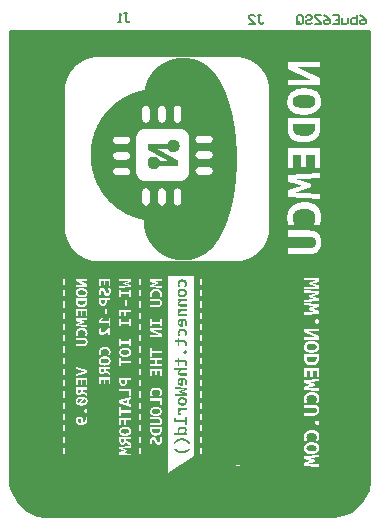
<source format=gbo>
%FSLAX25Y25*%
%MOIN*%
G70*
G01*
G75*
G04 Layer_Color=32896*
%ADD10C,0.01500*%
%ADD11C,0.02000*%
%ADD12C,0.01000*%
%ADD13C,0.00700*%
%ADD14C,0.05000*%
%ADD15R,0.03740X0.03937*%
%ADD16R,0.02000X0.02000*%
%ADD17R,0.04724X0.03347*%
%ADD18R,0.03937X0.03937*%
%ADD19R,0.02000X0.02000*%
%ADD20R,0.02165X0.05709*%
%ADD21R,0.02165X0.05709*%
%ADD22R,0.01500X0.05400*%
%ADD23O,0.02756X0.09843*%
%ADD24R,0.07874X0.03937*%
%ADD25R,0.05906X0.04500*%
%ADD26R,0.06575X0.06693*%
%ADD27R,0.08661X0.07874*%
%ADD28C,0.03000*%
%ADD29C,0.03200*%
%ADD30R,0.44900X0.10200*%
%ADD31C,0.04724*%
%ADD32O,0.05906X0.07480*%
%ADD33C,0.03150*%
%ADD34C,0.06900*%
%ADD35R,0.06900X0.06900*%
%ADD36C,0.02362*%
%ADD37R,0.44900X0.09800*%
%ADD38C,0.00500*%
%ADD39C,0.00787*%
%ADD40C,0.00394*%
%ADD41C,0.00984*%
%ADD42C,0.01181*%
%ADD43C,0.00018*%
%ADD44C,0.00800*%
%ADD45C,0.01200*%
%ADD46R,0.09572X0.00759*%
%ADD47R,0.00900X0.40700*%
%ADD48R,0.09743X0.00900*%
%ADD49R,0.01433X0.08858*%
%ADD50R,0.01433X0.08858*%
%ADD51R,0.10236X0.04035*%
%ADD52R,0.02500X0.02900*%
%ADD53R,0.21200X0.12300*%
%ADD54R,0.04540X0.04737*%
%ADD55R,0.02800X0.02800*%
%ADD56R,0.05524X0.04147*%
%ADD57R,0.04737X0.04737*%
%ADD58R,0.02800X0.02800*%
%ADD59R,0.02965X0.06509*%
%ADD60R,0.02965X0.06509*%
%ADD61R,0.02300X0.06200*%
%ADD62O,0.03556X0.10642*%
%ADD63R,0.08674X0.04737*%
%ADD64R,0.06706X0.05300*%
%ADD65R,0.07375X0.07493*%
%ADD66R,0.09461X0.08674*%
%ADD67C,0.05524*%
%ADD68O,0.06706X0.08280*%
%ADD69C,0.03950*%
%ADD70C,0.07700*%
%ADD71R,0.07700X0.07700*%
%ADD72C,0.00057*%
%ADD73R,0.01568X0.07788*%
G36*
X60000Y16800D02*
Y-124900D01*
X59947Y-125304D01*
X60343Y-125305D01*
X59787Y-128179D01*
X57199Y-132716D01*
X54020Y-135432D01*
X52151Y-136384D01*
X48305Y-137343D01*
X-48085Y-137360D01*
X-51179Y-136787D01*
X-54917Y-134882D01*
X-57882Y-131917D01*
X-59787Y-128179D01*
X-60278Y-126134D01*
X-60360Y-125085D01*
X-60039Y-125086D01*
X-60000Y25400D01*
Y25500D01*
X60000D01*
Y16800D01*
D02*
G37*
%LPC*%
G36*
X42900Y-90921D02*
X38001Y-91166D01*
Y-92202D01*
X39397Y-92633D01*
X40187Y-92843D01*
X39450Y-93054D01*
X38001Y-93511D01*
Y-94573D01*
X42900Y-94810D01*
Y-93994D01*
X40134Y-93906D01*
X39028Y-93871D01*
X39774Y-93634D01*
X41442Y-93089D01*
Y-92510D01*
X39774Y-92018D01*
X39028Y-91816D01*
X40108Y-91790D01*
X42900Y-91702D01*
Y-90921D01*
D02*
G37*
G36*
X-41853Y-91309D02*
X-42579D01*
Y-93387D01*
X-41853D01*
Y-91309D01*
D02*
G37*
G36*
X-19800Y-94116D02*
X-23611D01*
Y-94846D01*
X-20415D01*
Y-96458D01*
X-19800D01*
Y-94116D01*
D02*
G37*
G36*
X-11344Y-93754D02*
X-11426D01*
X-11467Y-93761D01*
X-11515D01*
X-11631Y-93767D01*
X-11761Y-93781D01*
X-11904Y-93801D01*
X-12054Y-93829D01*
X-12198Y-93870D01*
X-12205D01*
X-12212Y-93877D01*
X-12232Y-93883D01*
X-12259Y-93890D01*
X-12328Y-93918D01*
X-12416Y-93958D01*
X-12519Y-94006D01*
X-12621Y-94068D01*
X-12731Y-94136D01*
X-12833Y-94218D01*
X-12847Y-94232D01*
X-12874Y-94259D01*
X-12922Y-94307D01*
X-12983Y-94375D01*
X-13045Y-94457D01*
X-13113Y-94553D01*
X-13174Y-94655D01*
X-13229Y-94771D01*
Y-94778D01*
X-13236Y-94785D01*
X-13243Y-94806D01*
X-13250Y-94826D01*
X-13270Y-94894D01*
X-13297Y-94990D01*
X-13325Y-95092D01*
X-13345Y-95222D01*
X-13359Y-95359D01*
X-13366Y-95509D01*
Y-95516D01*
Y-95529D01*
Y-95557D01*
Y-95591D01*
Y-95666D01*
X-13359Y-95755D01*
Y-95762D01*
Y-95775D01*
Y-95796D01*
X-13352Y-95830D01*
X-13345Y-95898D01*
X-13332Y-95980D01*
Y-95987D01*
Y-96001D01*
X-13325Y-96021D01*
Y-96048D01*
X-13311Y-96124D01*
X-13291Y-96206D01*
Y-96212D01*
X-13284Y-96226D01*
X-13277Y-96247D01*
X-13270Y-96281D01*
X-13250Y-96356D01*
X-13222Y-96445D01*
X-12512D01*
X-12519Y-96431D01*
X-12532Y-96404D01*
X-12553Y-96356D01*
X-12573Y-96288D01*
X-12601Y-96219D01*
X-12628Y-96137D01*
X-12676Y-95967D01*
Y-95960D01*
X-12683Y-95926D01*
X-12696Y-95885D01*
X-12703Y-95830D01*
X-12717Y-95768D01*
X-12724Y-95700D01*
X-12731Y-95557D01*
Y-95543D01*
Y-95509D01*
X-12724Y-95461D01*
X-12717Y-95400D01*
X-12703Y-95324D01*
X-12690Y-95243D01*
X-12662Y-95167D01*
X-12628Y-95092D01*
X-12621Y-95086D01*
X-12608Y-95058D01*
X-12587Y-95024D01*
X-12560Y-94983D01*
X-12519Y-94928D01*
X-12471Y-94881D01*
X-12416Y-94826D01*
X-12355Y-94778D01*
X-12348Y-94771D01*
X-12321Y-94758D01*
X-12287Y-94737D01*
X-12239Y-94710D01*
X-12171Y-94683D01*
X-12102Y-94648D01*
X-12020Y-94621D01*
X-11931Y-94594D01*
X-11918D01*
X-11891Y-94587D01*
X-11843Y-94580D01*
X-11774Y-94566D01*
X-11699Y-94560D01*
X-11604Y-94546D01*
X-11508Y-94539D01*
X-11289D01*
X-11214Y-94546D01*
X-11125Y-94553D01*
X-11037Y-94560D01*
X-10846Y-94594D01*
X-10832D01*
X-10804Y-94607D01*
X-10757Y-94621D01*
X-10702Y-94642D01*
X-10634Y-94669D01*
X-10565Y-94696D01*
X-10497Y-94737D01*
X-10429Y-94778D01*
X-10422Y-94785D01*
X-10402Y-94799D01*
X-10374Y-94833D01*
X-10333Y-94867D01*
X-10292Y-94915D01*
X-10251Y-94969D01*
X-10210Y-95031D01*
X-10176Y-95099D01*
X-10169Y-95106D01*
X-10163Y-95133D01*
X-10149Y-95174D01*
X-10135Y-95236D01*
X-10115Y-95304D01*
X-10101Y-95379D01*
X-10094Y-95475D01*
X-10087Y-95570D01*
Y-95577D01*
Y-95584D01*
Y-95605D01*
Y-95632D01*
X-10094Y-95700D01*
X-10101Y-95775D01*
Y-95782D01*
X-10108Y-95796D01*
Y-95816D01*
X-10115Y-95850D01*
X-10128Y-95919D01*
X-10149Y-96001D01*
Y-96008D01*
X-10156Y-96021D01*
X-10163Y-96042D01*
X-10169Y-96076D01*
X-10197Y-96144D01*
X-10224Y-96226D01*
Y-96233D01*
X-10231Y-96247D01*
X-10238Y-96267D01*
X-10251Y-96294D01*
X-10279Y-96369D01*
X-10313Y-96445D01*
X-9643D01*
X-9637Y-96431D01*
X-9630Y-96404D01*
X-9609Y-96349D01*
X-9589Y-96288D01*
X-9561Y-96212D01*
X-9534Y-96124D01*
X-9493Y-95946D01*
Y-95932D01*
X-9486Y-95905D01*
X-9480Y-95857D01*
X-9473Y-95796D01*
X-9459Y-95727D01*
X-9452Y-95639D01*
X-9445Y-95550D01*
Y-95454D01*
Y-95447D01*
Y-95434D01*
Y-95413D01*
Y-95386D01*
X-9452Y-95311D01*
X-9459Y-95208D01*
X-9473Y-95099D01*
X-9493Y-94976D01*
X-9521Y-94846D01*
X-9561Y-94723D01*
X-9568Y-94710D01*
X-9582Y-94669D01*
X-9616Y-94614D01*
X-9650Y-94539D01*
X-9705Y-94457D01*
X-9766Y-94368D01*
X-9842Y-94279D01*
X-9923Y-94191D01*
X-9937Y-94184D01*
X-9964Y-94157D01*
X-10019Y-94116D01*
X-10087Y-94068D01*
X-10176Y-94013D01*
X-10279Y-93958D01*
X-10388Y-93911D01*
X-10518Y-93863D01*
X-10525D01*
X-10531Y-93856D01*
X-10552D01*
X-10579Y-93849D01*
X-10613Y-93836D01*
X-10654Y-93829D01*
X-10757Y-93808D01*
X-10873Y-93788D01*
X-11016Y-93774D01*
X-11173Y-93761D01*
X-11344Y-93754D01*
D02*
G37*
G36*
X-19800Y-90653D02*
X-23611D01*
Y-91766D01*
Y-91773D01*
Y-91780D01*
Y-91800D01*
Y-91828D01*
X-23604Y-91896D01*
Y-91985D01*
X-23591Y-92087D01*
X-23577Y-92196D01*
X-23557Y-92306D01*
X-23529Y-92415D01*
X-23522Y-92429D01*
X-23516Y-92463D01*
X-23495Y-92517D01*
X-23468Y-92586D01*
X-23434Y-92661D01*
X-23393Y-92736D01*
X-23345Y-92818D01*
X-23290Y-92893D01*
X-23283Y-92900D01*
X-23263Y-92927D01*
X-23229Y-92961D01*
X-23188Y-93002D01*
X-23133Y-93057D01*
X-23065Y-93105D01*
X-22990Y-93153D01*
X-22908Y-93194D01*
X-22901Y-93200D01*
X-22867Y-93207D01*
X-22819Y-93228D01*
X-22757Y-93248D01*
X-22682Y-93262D01*
X-22593Y-93282D01*
X-22498Y-93289D01*
X-22395Y-93296D01*
X-22348D01*
X-22286Y-93289D01*
X-22211Y-93282D01*
X-22129Y-93269D01*
X-22033Y-93255D01*
X-21938Y-93228D01*
X-21842Y-93194D01*
X-21828Y-93187D01*
X-21801Y-93173D01*
X-21753Y-93153D01*
X-21692Y-93118D01*
X-21624Y-93077D01*
X-21549Y-93030D01*
X-21480Y-92968D01*
X-21405Y-92900D01*
X-21398Y-92893D01*
X-21378Y-92866D01*
X-21344Y-92825D01*
X-21303Y-92763D01*
X-21255Y-92695D01*
X-21207Y-92606D01*
X-21159Y-92511D01*
X-21118Y-92408D01*
X-21111Y-92395D01*
X-21104Y-92360D01*
X-21091Y-92299D01*
X-21070Y-92217D01*
X-21050Y-92121D01*
X-21036Y-92005D01*
X-21029Y-91875D01*
X-21023Y-91739D01*
Y-91377D01*
X-19800D01*
Y-90653D01*
D02*
G37*
G36*
X-34300Y-90619D02*
X-38111D01*
Y-92914D01*
X-37503D01*
Y-91350D01*
X-36561D01*
Y-92838D01*
X-35967D01*
Y-91350D01*
X-34908D01*
Y-92914D01*
X-34300D01*
Y-90619D01*
D02*
G37*
G36*
X-16453Y-91309D02*
X-17179D01*
Y-93387D01*
X-16453D01*
Y-91309D01*
D02*
G37*
G36*
X4047D02*
X3321D01*
Y-93387D01*
X4047D01*
Y-91309D01*
D02*
G37*
G36*
X-9500Y-97373D02*
X-13311D01*
Y-98104D01*
X-10115D01*
Y-99716D01*
X-9500D01*
Y-97373D01*
D02*
G37*
G36*
X40529Y-95293D02*
X40424D01*
X40371Y-95302D01*
X40310D01*
X40161Y-95311D01*
X39994Y-95328D01*
X39809Y-95354D01*
X39616Y-95390D01*
X39432Y-95442D01*
X39423D01*
X39414Y-95451D01*
X39388Y-95460D01*
X39353Y-95469D01*
X39265Y-95504D01*
X39151Y-95556D01*
X39019Y-95618D01*
X38888Y-95697D01*
X38747Y-95785D01*
X38615Y-95890D01*
X38598Y-95908D01*
X38563Y-95943D01*
X38501Y-96004D01*
X38422Y-96092D01*
X38343Y-96197D01*
X38255Y-96320D01*
X38176Y-96452D01*
X38106Y-96601D01*
Y-96610D01*
X38097Y-96619D01*
X38089Y-96645D01*
X38080Y-96671D01*
X38053Y-96759D01*
X38018Y-96882D01*
X37983Y-97014D01*
X37957Y-97181D01*
X37939Y-97356D01*
X37931Y-97549D01*
Y-97558D01*
Y-97576D01*
Y-97611D01*
Y-97655D01*
Y-97751D01*
X37939Y-97865D01*
Y-97874D01*
Y-97892D01*
Y-97918D01*
X37948Y-97962D01*
X37957Y-98050D01*
X37974Y-98155D01*
Y-98164D01*
Y-98182D01*
X37983Y-98208D01*
Y-98243D01*
X38001Y-98340D01*
X38027Y-98445D01*
Y-98454D01*
X38036Y-98471D01*
X38045Y-98498D01*
X38053Y-98542D01*
X38080Y-98638D01*
X38115Y-98752D01*
X39028D01*
X39019Y-98735D01*
X39002Y-98700D01*
X38975Y-98638D01*
X38949Y-98550D01*
X38914Y-98463D01*
X38879Y-98357D01*
X38817Y-98138D01*
Y-98129D01*
X38809Y-98085D01*
X38791Y-98032D01*
X38782Y-97962D01*
X38765Y-97883D01*
X38756Y-97795D01*
X38747Y-97611D01*
Y-97593D01*
Y-97549D01*
X38756Y-97488D01*
X38765Y-97409D01*
X38782Y-97312D01*
X38800Y-97207D01*
X38835Y-97110D01*
X38879Y-97014D01*
X38888Y-97005D01*
X38905Y-96970D01*
X38931Y-96926D01*
X38967Y-96873D01*
X39019Y-96803D01*
X39081Y-96742D01*
X39151Y-96671D01*
X39230Y-96610D01*
X39239Y-96601D01*
X39274Y-96584D01*
X39318Y-96557D01*
X39379Y-96522D01*
X39467Y-96487D01*
X39555Y-96443D01*
X39660Y-96408D01*
X39774Y-96373D01*
X39792D01*
X39827Y-96364D01*
X39889Y-96355D01*
X39976Y-96338D01*
X40073Y-96329D01*
X40196Y-96311D01*
X40319Y-96303D01*
X40600D01*
X40696Y-96311D01*
X40810Y-96320D01*
X40925Y-96329D01*
X41170Y-96373D01*
X41188D01*
X41223Y-96390D01*
X41284Y-96408D01*
X41355Y-96434D01*
X41442Y-96469D01*
X41530Y-96505D01*
X41618Y-96557D01*
X41706Y-96610D01*
X41715Y-96619D01*
X41741Y-96636D01*
X41776Y-96680D01*
X41829Y-96724D01*
X41881Y-96786D01*
X41934Y-96856D01*
X41987Y-96935D01*
X42031Y-97023D01*
X42040Y-97031D01*
X42048Y-97067D01*
X42066Y-97119D01*
X42083Y-97198D01*
X42110Y-97286D01*
X42127Y-97383D01*
X42136Y-97506D01*
X42145Y-97628D01*
Y-97637D01*
Y-97646D01*
Y-97672D01*
Y-97707D01*
X42136Y-97795D01*
X42127Y-97892D01*
Y-97901D01*
X42119Y-97918D01*
Y-97945D01*
X42110Y-97988D01*
X42092Y-98076D01*
X42066Y-98182D01*
Y-98190D01*
X42057Y-98208D01*
X42048Y-98234D01*
X42040Y-98278D01*
X42004Y-98366D01*
X41969Y-98471D01*
Y-98480D01*
X41960Y-98498D01*
X41952Y-98524D01*
X41934Y-98559D01*
X41899Y-98656D01*
X41855Y-98752D01*
X42716D01*
X42724Y-98735D01*
X42733Y-98700D01*
X42759Y-98629D01*
X42786Y-98550D01*
X42821Y-98454D01*
X42856Y-98340D01*
X42909Y-98111D01*
Y-98094D01*
X42918Y-98059D01*
X42926Y-97997D01*
X42935Y-97918D01*
X42953Y-97830D01*
X42961Y-97716D01*
X42970Y-97602D01*
Y-97479D01*
Y-97470D01*
Y-97453D01*
Y-97426D01*
Y-97391D01*
X42961Y-97295D01*
X42953Y-97163D01*
X42935Y-97023D01*
X42909Y-96865D01*
X42874Y-96698D01*
X42821Y-96540D01*
X42812Y-96522D01*
X42795Y-96469D01*
X42751Y-96399D01*
X42707Y-96303D01*
X42637Y-96197D01*
X42558Y-96083D01*
X42461Y-95969D01*
X42356Y-95855D01*
X42338Y-95846D01*
X42303Y-95811D01*
X42233Y-95758D01*
X42145Y-95697D01*
X42031Y-95627D01*
X41899Y-95556D01*
X41759Y-95495D01*
X41592Y-95433D01*
X41583D01*
X41574Y-95425D01*
X41548D01*
X41513Y-95416D01*
X41469Y-95398D01*
X41416Y-95390D01*
X41284Y-95363D01*
X41135Y-95337D01*
X40951Y-95319D01*
X40749Y-95302D01*
X40529Y-95293D01*
D02*
G37*
G36*
X-19800Y-96834D02*
X-23611Y-97968D01*
Y-98972D01*
X-19800Y-100099D01*
Y-99306D01*
X-20551Y-99095D01*
Y-97763D01*
X-19800Y-97544D01*
Y-96834D01*
D02*
G37*
G36*
X-36185Y-96807D02*
X-36308D01*
X-36356Y-96813D01*
X-36465Y-96820D01*
X-36595Y-96834D01*
X-36738Y-96848D01*
X-36882Y-96875D01*
X-37025Y-96909D01*
X-37032D01*
X-37039Y-96916D01*
X-37059Y-96923D01*
X-37087Y-96930D01*
X-37155Y-96950D01*
X-37244Y-96984D01*
X-37339Y-97025D01*
X-37442Y-97080D01*
X-37544Y-97135D01*
X-37647Y-97203D01*
X-37660Y-97210D01*
X-37688Y-97237D01*
X-37736Y-97278D01*
X-37797Y-97339D01*
X-37858Y-97408D01*
X-37927Y-97490D01*
X-37988Y-97585D01*
X-38043Y-97688D01*
X-38050Y-97701D01*
X-38063Y-97736D01*
X-38084Y-97797D01*
X-38111Y-97879D01*
X-38138Y-97975D01*
X-38159Y-98084D01*
X-38173Y-98207D01*
X-38179Y-98337D01*
Y-98343D01*
Y-98350D01*
Y-98391D01*
X-38173Y-98453D01*
X-38166Y-98528D01*
X-38152Y-98617D01*
X-38132Y-98712D01*
X-38104Y-98815D01*
X-38063Y-98917D01*
X-38056Y-98931D01*
X-38043Y-98965D01*
X-38015Y-99013D01*
X-37981Y-99074D01*
X-37934Y-99149D01*
X-37872Y-99225D01*
X-37797Y-99300D01*
X-37715Y-99375D01*
X-37701Y-99382D01*
X-37674Y-99409D01*
X-37619Y-99443D01*
X-37551Y-99484D01*
X-37462Y-99532D01*
X-37360Y-99580D01*
X-37244Y-99634D01*
X-37107Y-99675D01*
X-37100D01*
X-37093Y-99682D01*
X-37073Y-99689D01*
X-37039Y-99696D01*
X-37005Y-99703D01*
X-36964Y-99709D01*
X-36861Y-99730D01*
X-36731Y-99750D01*
X-36574Y-99771D01*
X-36404Y-99778D01*
X-36219Y-99784D01*
X-36096D01*
X-36048Y-99778D01*
X-35939Y-99771D01*
X-35809Y-99757D01*
X-35666Y-99744D01*
X-35523Y-99716D01*
X-35379Y-99682D01*
X-35372D01*
X-35366Y-99675D01*
X-35345Y-99668D01*
X-35318Y-99662D01*
X-35249Y-99641D01*
X-35161Y-99607D01*
X-35065Y-99566D01*
X-34956Y-99511D01*
X-34853Y-99450D01*
X-34751Y-99382D01*
X-34737Y-99375D01*
X-34710Y-99347D01*
X-34662Y-99306D01*
X-34607Y-99245D01*
X-34546Y-99177D01*
X-34478Y-99095D01*
X-34416Y-98999D01*
X-34361Y-98897D01*
X-34355Y-98883D01*
X-34341Y-98849D01*
X-34321Y-98787D01*
X-34300Y-98712D01*
X-34273Y-98617D01*
X-34252Y-98507D01*
X-34238Y-98384D01*
X-34232Y-98255D01*
Y-98248D01*
Y-98241D01*
Y-98200D01*
X-34238Y-98138D01*
X-34245Y-98063D01*
X-34259Y-97968D01*
X-34280Y-97872D01*
X-34307Y-97770D01*
X-34341Y-97667D01*
X-34348Y-97654D01*
X-34361Y-97626D01*
X-34389Y-97572D01*
X-34423Y-97510D01*
X-34478Y-97442D01*
X-34532Y-97367D01*
X-34607Y-97285D01*
X-34689Y-97210D01*
X-34703Y-97203D01*
X-34730Y-97176D01*
X-34785Y-97141D01*
X-34853Y-97100D01*
X-34942Y-97053D01*
X-35045Y-97005D01*
X-35167Y-96957D01*
X-35297Y-96909D01*
X-35304D01*
X-35318Y-96902D01*
X-35338D01*
X-35366Y-96895D01*
X-35400Y-96889D01*
X-35441Y-96875D01*
X-35550Y-96861D01*
X-35680Y-96841D01*
X-35830Y-96820D01*
X-36001Y-96813D01*
X-36185Y-96807D01*
D02*
G37*
G36*
X4047Y-95066D02*
X3321D01*
Y-97144D01*
X4047D01*
Y-95066D01*
D02*
G37*
G36*
X-34300Y-93740D02*
X-38111D01*
Y-94846D01*
Y-94853D01*
Y-94860D01*
Y-94901D01*
Y-94963D01*
X-38104Y-95038D01*
X-38098Y-95126D01*
X-38091Y-95222D01*
X-38056Y-95420D01*
Y-95434D01*
X-38043Y-95461D01*
X-38029Y-95509D01*
X-38015Y-95570D01*
X-37988Y-95639D01*
X-37954Y-95714D01*
X-37920Y-95789D01*
X-37872Y-95857D01*
X-37865Y-95864D01*
X-37852Y-95885D01*
X-37824Y-95919D01*
X-37783Y-95960D01*
X-37736Y-96008D01*
X-37681Y-96055D01*
X-37619Y-96096D01*
X-37544Y-96137D01*
X-37537Y-96144D01*
X-37510Y-96151D01*
X-37469Y-96171D01*
X-37408Y-96192D01*
X-37339Y-96206D01*
X-37251Y-96226D01*
X-37155Y-96233D01*
X-37053Y-96240D01*
X-36977D01*
X-36930Y-96233D01*
X-36875Y-96226D01*
X-36813Y-96212D01*
X-36684Y-96178D01*
X-36677D01*
X-36656Y-96165D01*
X-36622Y-96151D01*
X-36588Y-96131D01*
X-36492Y-96076D01*
X-36397Y-96001D01*
X-36390Y-95994D01*
X-36376Y-95980D01*
X-36356Y-95960D01*
X-36329Y-95926D01*
X-36301Y-95885D01*
X-36267Y-95844D01*
X-36206Y-95734D01*
Y-95727D01*
X-36192Y-95707D01*
X-36185Y-95680D01*
X-36171Y-95639D01*
X-36151Y-95591D01*
X-36137Y-95536D01*
X-36110Y-95407D01*
Y-95413D01*
X-36103Y-95427D01*
X-36090Y-95454D01*
X-36076Y-95489D01*
X-36055Y-95529D01*
X-36028Y-95570D01*
X-35994Y-95618D01*
X-35946Y-95659D01*
X-35939Y-95666D01*
X-35925Y-95680D01*
X-35891Y-95700D01*
X-35850Y-95734D01*
X-35796Y-95768D01*
X-35734Y-95810D01*
X-35659Y-95850D01*
X-35577Y-95891D01*
X-34300Y-96506D01*
Y-95666D01*
X-35523Y-95126D01*
X-35529D01*
X-35550Y-95113D01*
X-35584Y-95092D01*
X-35618Y-95072D01*
X-35707Y-95003D01*
X-35748Y-94963D01*
X-35782Y-94915D01*
X-35789Y-94908D01*
X-35796Y-94887D01*
X-35809Y-94860D01*
X-35830Y-94826D01*
X-35850Y-94778D01*
X-35864Y-94723D01*
X-35871Y-94662D01*
X-35878Y-94594D01*
Y-94457D01*
X-34300D01*
Y-93740D01*
D02*
G37*
G36*
X-41853Y-95066D02*
X-42579D01*
Y-97144D01*
X-41853D01*
Y-95066D01*
D02*
G37*
G36*
X-16453D02*
X-17179D01*
Y-97144D01*
X-16453D01*
Y-95066D01*
D02*
G37*
G36*
X-26600Y-90352D02*
X-30411D01*
Y-92647D01*
X-29803D01*
Y-91083D01*
X-28861D01*
Y-92572D01*
X-28267D01*
Y-91083D01*
X-27208D01*
Y-92647D01*
X-26600D01*
Y-90352D01*
D02*
G37*
G36*
X42900Y-82641D02*
X38001D01*
Y-84090D01*
Y-84099D01*
Y-84116D01*
Y-84142D01*
Y-84186D01*
Y-84230D01*
X38010Y-84292D01*
X38018Y-84423D01*
X38036Y-84581D01*
X38062Y-84739D01*
X38097Y-84906D01*
X38150Y-85073D01*
Y-85082D01*
X38159Y-85091D01*
X38176Y-85143D01*
X38212Y-85222D01*
X38255Y-85319D01*
X38317Y-85433D01*
X38387Y-85547D01*
X38475Y-85661D01*
X38580Y-85776D01*
X38589Y-85784D01*
X38633Y-85819D01*
X38694Y-85872D01*
X38782Y-85934D01*
X38888Y-86004D01*
X39019Y-86074D01*
X39160Y-86136D01*
X39327Y-86197D01*
X39335D01*
X39344Y-86206D01*
X39370Y-86215D01*
X39406Y-86223D01*
X39450Y-86232D01*
X39502Y-86241D01*
X39625Y-86276D01*
X39783Y-86302D01*
X39968Y-86320D01*
X40169Y-86337D01*
X40389Y-86346D01*
X40538D01*
X40591Y-86337D01*
X40731Y-86329D01*
X40889Y-86311D01*
X41065Y-86285D01*
X41249Y-86250D01*
X41425Y-86197D01*
X41434D01*
X41442Y-86188D01*
X41469Y-86179D01*
X41504Y-86171D01*
X41592Y-86136D01*
X41697Y-86092D01*
X41820Y-86030D01*
X41960Y-85951D01*
X42092Y-85863D01*
X42224Y-85758D01*
X42241Y-85740D01*
X42277Y-85705D01*
X42338Y-85635D01*
X42408Y-85547D01*
X42487Y-85442D01*
X42575Y-85310D01*
X42654Y-85161D01*
X42724Y-84994D01*
Y-84985D01*
X42733Y-84977D01*
X42742Y-84950D01*
X42751Y-84915D01*
X42768Y-84862D01*
X42777Y-84810D01*
X42812Y-84678D01*
X42847Y-84520D01*
X42874Y-84327D01*
X42891Y-84116D01*
X42900Y-83879D01*
Y-82641D01*
D02*
G37*
G36*
X-41853Y-83796D02*
X-42579D01*
Y-85874D01*
X-41853D01*
Y-83796D01*
D02*
G37*
G36*
X-9500Y-83939D02*
X-13311D01*
Y-84656D01*
X-11781D01*
Y-85954D01*
X-13311D01*
Y-86671D01*
X-9500D01*
Y-85954D01*
X-11160D01*
Y-84656D01*
X-9500D01*
Y-83939D01*
D02*
G37*
G36*
X-28485Y-83351D02*
X-28574D01*
X-28615Y-83358D01*
X-28670D01*
X-28792Y-83365D01*
X-28929Y-83379D01*
X-29079Y-83399D01*
X-29236Y-83427D01*
X-29380Y-83468D01*
X-29387D01*
X-29394Y-83474D01*
X-29414Y-83481D01*
X-29441Y-83488D01*
X-29510Y-83516D01*
X-29598Y-83556D01*
X-29694Y-83604D01*
X-29796Y-83659D01*
X-29899Y-83727D01*
X-29994Y-83802D01*
X-30008Y-83809D01*
X-30035Y-83843D01*
X-30077Y-83884D01*
X-30131Y-83946D01*
X-30193Y-84014D01*
X-30254Y-84096D01*
X-30309Y-84192D01*
X-30356Y-84294D01*
X-30363Y-84308D01*
X-30377Y-84342D01*
X-30397Y-84403D01*
X-30418Y-84478D01*
X-30439Y-84567D01*
X-30459Y-84670D01*
X-30473Y-84786D01*
X-30479Y-84902D01*
Y-84909D01*
Y-84936D01*
Y-84977D01*
X-30473Y-85025D01*
X-30466Y-85086D01*
X-30452Y-85162D01*
X-30439Y-85243D01*
X-30418Y-85325D01*
X-30391Y-85421D01*
X-30356Y-85510D01*
X-30316Y-85605D01*
X-30268Y-85701D01*
X-30206Y-85790D01*
X-30138Y-85879D01*
X-30063Y-85961D01*
X-29974Y-86036D01*
X-29967Y-86043D01*
X-29954Y-86049D01*
X-29919Y-86070D01*
X-29878Y-86097D01*
X-29831Y-86124D01*
X-29769Y-86159D01*
X-29694Y-86193D01*
X-29605Y-86227D01*
X-29510Y-86261D01*
X-29400Y-86295D01*
X-29277Y-86329D01*
X-29148Y-86357D01*
X-29011Y-86384D01*
X-28854Y-86405D01*
X-28690Y-86411D01*
X-28519Y-86418D01*
X-28430D01*
X-28389Y-86411D01*
X-28335D01*
X-28212Y-86405D01*
X-28075Y-86391D01*
X-27925Y-86364D01*
X-27768Y-86336D01*
X-27624Y-86295D01*
X-27618D01*
X-27611Y-86288D01*
X-27590Y-86282D01*
X-27563Y-86275D01*
X-27495Y-86247D01*
X-27406Y-86207D01*
X-27310Y-86159D01*
X-27201Y-86104D01*
X-27099Y-86036D01*
X-27003Y-85961D01*
X-26989Y-85954D01*
X-26962Y-85927D01*
X-26921Y-85879D01*
X-26866Y-85817D01*
X-26812Y-85749D01*
X-26750Y-85660D01*
X-26696Y-85565D01*
X-26648Y-85462D01*
X-26641Y-85448D01*
X-26627Y-85414D01*
X-26614Y-85360D01*
X-26593Y-85284D01*
X-26566Y-85196D01*
X-26552Y-85093D01*
X-26539Y-84977D01*
X-26532Y-84861D01*
Y-84854D01*
Y-84827D01*
X-26539Y-84786D01*
Y-84738D01*
X-26545Y-84677D01*
X-26559Y-84601D01*
X-26573Y-84519D01*
X-26593Y-84438D01*
X-26621Y-84342D01*
X-26655Y-84253D01*
X-26696Y-84158D01*
X-26743Y-84062D01*
X-26798Y-83973D01*
X-26866Y-83884D01*
X-26941Y-83802D01*
X-27030Y-83727D01*
X-27037Y-83720D01*
X-27051Y-83714D01*
X-27085Y-83693D01*
X-27126Y-83666D01*
X-27174Y-83638D01*
X-27242Y-83611D01*
X-27310Y-83577D01*
X-27399Y-83543D01*
X-27495Y-83502D01*
X-27604Y-83468D01*
X-27727Y-83440D01*
X-27857Y-83413D01*
X-27993Y-83386D01*
X-28150Y-83365D01*
X-28314Y-83358D01*
X-28485Y-83351D01*
D02*
G37*
G36*
X-21685Y-80510D02*
X-21774D01*
X-21815Y-80517D01*
X-21869D01*
X-21992Y-80524D01*
X-22129Y-80538D01*
X-22279Y-80558D01*
X-22436Y-80585D01*
X-22580Y-80626D01*
X-22587D01*
X-22593Y-80633D01*
X-22614Y-80640D01*
X-22641Y-80647D01*
X-22710Y-80674D01*
X-22798Y-80715D01*
X-22894Y-80763D01*
X-22996Y-80818D01*
X-23099Y-80886D01*
X-23194Y-80961D01*
X-23208Y-80968D01*
X-23235Y-81002D01*
X-23277Y-81043D01*
X-23331Y-81104D01*
X-23393Y-81173D01*
X-23454Y-81255D01*
X-23509Y-81350D01*
X-23557Y-81453D01*
X-23563Y-81467D01*
X-23577Y-81501D01*
X-23597Y-81562D01*
X-23618Y-81637D01*
X-23639Y-81726D01*
X-23659Y-81828D01*
X-23673Y-81945D01*
X-23679Y-82061D01*
Y-82068D01*
Y-82095D01*
Y-82136D01*
X-23673Y-82184D01*
X-23666Y-82245D01*
X-23652Y-82320D01*
X-23639Y-82402D01*
X-23618Y-82484D01*
X-23591Y-82580D01*
X-23557Y-82669D01*
X-23516Y-82764D01*
X-23468Y-82860D01*
X-23406Y-82949D01*
X-23338Y-83037D01*
X-23263Y-83119D01*
X-23174Y-83195D01*
X-23167Y-83201D01*
X-23154Y-83208D01*
X-23119Y-83229D01*
X-23078Y-83256D01*
X-23031Y-83283D01*
X-22969Y-83317D01*
X-22894Y-83351D01*
X-22805Y-83386D01*
X-22710Y-83420D01*
X-22600Y-83454D01*
X-22477Y-83488D01*
X-22348Y-83516D01*
X-22211Y-83543D01*
X-22054Y-83563D01*
X-21890Y-83570D01*
X-21719Y-83577D01*
X-21630D01*
X-21589Y-83570D01*
X-21535D01*
X-21412Y-83563D01*
X-21275Y-83550D01*
X-21125Y-83522D01*
X-20968Y-83495D01*
X-20824Y-83454D01*
X-20818D01*
X-20811Y-83447D01*
X-20790Y-83440D01*
X-20763Y-83434D01*
X-20695Y-83406D01*
X-20606Y-83365D01*
X-20510Y-83317D01*
X-20401Y-83263D01*
X-20299Y-83195D01*
X-20203Y-83119D01*
X-20189Y-83113D01*
X-20162Y-83085D01*
X-20121Y-83037D01*
X-20066Y-82976D01*
X-20012Y-82908D01*
X-19950Y-82819D01*
X-19896Y-82723D01*
X-19848Y-82621D01*
X-19841Y-82607D01*
X-19827Y-82573D01*
X-19814Y-82518D01*
X-19793Y-82443D01*
X-19766Y-82354D01*
X-19752Y-82252D01*
X-19738Y-82136D01*
X-19732Y-82020D01*
Y-82013D01*
Y-81986D01*
X-19738Y-81945D01*
Y-81897D01*
X-19745Y-81835D01*
X-19759Y-81760D01*
X-19773Y-81678D01*
X-19793Y-81596D01*
X-19820Y-81501D01*
X-19855Y-81412D01*
X-19896Y-81316D01*
X-19943Y-81221D01*
X-19998Y-81132D01*
X-20066Y-81043D01*
X-20142Y-80961D01*
X-20230Y-80886D01*
X-20237Y-80879D01*
X-20251Y-80872D01*
X-20285Y-80852D01*
X-20326Y-80825D01*
X-20374Y-80797D01*
X-20442Y-80770D01*
X-20510Y-80736D01*
X-20599Y-80702D01*
X-20695Y-80660D01*
X-20804Y-80626D01*
X-20927Y-80599D01*
X-21057Y-80572D01*
X-21193Y-80544D01*
X-21350Y-80524D01*
X-21514Y-80517D01*
X-21685Y-80510D01*
D02*
G37*
G36*
X-12710Y-80606D02*
X-13311D01*
Y-83434D01*
X-12710D01*
Y-82389D01*
X-9500D01*
Y-81651D01*
X-12710D01*
Y-80606D01*
D02*
G37*
G36*
X-16453Y-83796D02*
X-17179D01*
Y-85874D01*
X-16453D01*
Y-83796D01*
D02*
G37*
G36*
X4047D02*
X3321D01*
Y-85874D01*
X4047D01*
Y-83796D01*
D02*
G37*
G36*
X-9500Y-87484D02*
X-13311D01*
Y-89779D01*
X-12703D01*
Y-88214D01*
X-11761D01*
Y-89703D01*
X-11167D01*
Y-88214D01*
X-10108D01*
Y-89779D01*
X-9500D01*
Y-87484D01*
D02*
G37*
G36*
X-26600Y-86903D02*
X-30411D01*
Y-88010D01*
Y-88016D01*
Y-88023D01*
Y-88064D01*
Y-88126D01*
X-30404Y-88201D01*
X-30397Y-88290D01*
X-30391Y-88385D01*
X-30356Y-88583D01*
Y-88597D01*
X-30343Y-88624D01*
X-30329Y-88672D01*
X-30316Y-88734D01*
X-30288Y-88802D01*
X-30254Y-88877D01*
X-30220Y-88952D01*
X-30172Y-89021D01*
X-30165Y-89027D01*
X-30152Y-89048D01*
X-30124Y-89082D01*
X-30083Y-89123D01*
X-30035Y-89171D01*
X-29981Y-89218D01*
X-29919Y-89259D01*
X-29844Y-89301D01*
X-29837Y-89307D01*
X-29810Y-89314D01*
X-29769Y-89335D01*
X-29708Y-89355D01*
X-29639Y-89369D01*
X-29551Y-89389D01*
X-29455Y-89396D01*
X-29353Y-89403D01*
X-29277D01*
X-29230Y-89396D01*
X-29175Y-89389D01*
X-29113Y-89376D01*
X-28984Y-89341D01*
X-28977D01*
X-28956Y-89328D01*
X-28922Y-89314D01*
X-28888Y-89294D01*
X-28792Y-89239D01*
X-28697Y-89164D01*
X-28690Y-89157D01*
X-28676Y-89143D01*
X-28656Y-89123D01*
X-28629Y-89089D01*
X-28601Y-89048D01*
X-28567Y-89007D01*
X-28506Y-88898D01*
Y-88891D01*
X-28492Y-88870D01*
X-28485Y-88843D01*
X-28471Y-88802D01*
X-28451Y-88754D01*
X-28437Y-88699D01*
X-28410Y-88570D01*
Y-88577D01*
X-28403Y-88590D01*
X-28389Y-88617D01*
X-28376Y-88652D01*
X-28355Y-88693D01*
X-28328Y-88734D01*
X-28294Y-88781D01*
X-28246Y-88822D01*
X-28239Y-88829D01*
X-28225Y-88843D01*
X-28191Y-88863D01*
X-28150Y-88898D01*
X-28096Y-88932D01*
X-28034Y-88973D01*
X-27959Y-89014D01*
X-27877Y-89055D01*
X-26600Y-89669D01*
Y-88829D01*
X-27823Y-88290D01*
X-27829D01*
X-27850Y-88276D01*
X-27884Y-88256D01*
X-27918Y-88235D01*
X-28007Y-88167D01*
X-28048Y-88126D01*
X-28082Y-88078D01*
X-28089Y-88071D01*
X-28096Y-88051D01*
X-28109Y-88023D01*
X-28130Y-87989D01*
X-28150Y-87941D01*
X-28164Y-87887D01*
X-28171Y-87825D01*
X-28178Y-87757D01*
Y-87620D01*
X-26600D01*
Y-86903D01*
D02*
G37*
G36*
X42900Y-87233D02*
X38001D01*
Y-90183D01*
X38782D01*
Y-88172D01*
X39994D01*
Y-90087D01*
X40758D01*
Y-88172D01*
X42119D01*
Y-90183D01*
X42900D01*
Y-87233D01*
D02*
G37*
G36*
X-38111Y-86794D02*
Y-87600D01*
X-35816Y-88249D01*
X-35058Y-88454D01*
X-35857Y-88672D01*
X-38111Y-89307D01*
Y-90072D01*
X-34300Y-88904D01*
Y-87955D01*
X-38111Y-86794D01*
D02*
G37*
G36*
X4047Y-87553D02*
X3321D01*
Y-89630D01*
X4047D01*
Y-87553D01*
D02*
G37*
G36*
X-23010Y-83918D02*
X-23611D01*
Y-86746D01*
X-23010D01*
Y-85701D01*
X-19800D01*
Y-84963D01*
X-23010D01*
Y-83918D01*
D02*
G37*
G36*
X-41853Y-87553D02*
X-42579D01*
Y-89630D01*
X-41853D01*
Y-87553D01*
D02*
G37*
G36*
X-16453D02*
X-17179D01*
Y-89630D01*
X-16453D01*
Y-87553D01*
D02*
G37*
G36*
Y-110092D02*
X-17179D01*
Y-112170D01*
X-16453D01*
Y-110092D01*
D02*
G37*
G36*
X4047D02*
X3321D01*
Y-112170D01*
X4047D01*
Y-110092D01*
D02*
G37*
G36*
X-19800Y-110344D02*
X-23611D01*
Y-111450D01*
Y-111457D01*
Y-111464D01*
Y-111505D01*
Y-111566D01*
X-23604Y-111641D01*
X-23597Y-111730D01*
X-23591Y-111826D01*
X-23557Y-112024D01*
Y-112038D01*
X-23543Y-112065D01*
X-23529Y-112113D01*
X-23516Y-112174D01*
X-23488Y-112242D01*
X-23454Y-112318D01*
X-23420Y-112393D01*
X-23372Y-112461D01*
X-23365Y-112468D01*
X-23352Y-112488D01*
X-23324Y-112522D01*
X-23283Y-112564D01*
X-23235Y-112611D01*
X-23181Y-112659D01*
X-23119Y-112700D01*
X-23044Y-112741D01*
X-23037Y-112748D01*
X-23010Y-112755D01*
X-22969Y-112775D01*
X-22908Y-112796D01*
X-22839Y-112809D01*
X-22751Y-112830D01*
X-22655Y-112837D01*
X-22553Y-112844D01*
X-22477D01*
X-22430Y-112837D01*
X-22375Y-112830D01*
X-22313Y-112816D01*
X-22184Y-112782D01*
X-22177D01*
X-22156Y-112768D01*
X-22122Y-112755D01*
X-22088Y-112734D01*
X-21992Y-112680D01*
X-21897Y-112604D01*
X-21890Y-112598D01*
X-21876Y-112584D01*
X-21856Y-112564D01*
X-21828Y-112529D01*
X-21801Y-112488D01*
X-21767Y-112447D01*
X-21706Y-112338D01*
Y-112331D01*
X-21692Y-112311D01*
X-21685Y-112283D01*
X-21671Y-112242D01*
X-21651Y-112195D01*
X-21637Y-112140D01*
X-21610Y-112010D01*
Y-112017D01*
X-21603Y-112031D01*
X-21589Y-112058D01*
X-21576Y-112092D01*
X-21555Y-112133D01*
X-21528Y-112174D01*
X-21494Y-112222D01*
X-21446Y-112263D01*
X-21439Y-112270D01*
X-21426Y-112283D01*
X-21391Y-112304D01*
X-21350Y-112338D01*
X-21296Y-112372D01*
X-21234Y-112413D01*
X-21159Y-112454D01*
X-21077Y-112495D01*
X-19800Y-113110D01*
Y-112270D01*
X-21023Y-111730D01*
X-21029D01*
X-21050Y-111716D01*
X-21084Y-111696D01*
X-21118Y-111676D01*
X-21207Y-111607D01*
X-21248Y-111566D01*
X-21282Y-111519D01*
X-21289Y-111512D01*
X-21296Y-111491D01*
X-21309Y-111464D01*
X-21330Y-111430D01*
X-21350Y-111382D01*
X-21364Y-111327D01*
X-21371Y-111266D01*
X-21378Y-111197D01*
Y-111061D01*
X-19800D01*
Y-110344D01*
D02*
G37*
G36*
X-41853Y-110092D02*
X-42579D01*
Y-112170D01*
X-41853D01*
Y-110092D01*
D02*
G37*
G36*
X-21685Y-106792D02*
X-21774D01*
X-21815Y-106799D01*
X-21869D01*
X-21992Y-106806D01*
X-22129Y-106819D01*
X-22279Y-106840D01*
X-22436Y-106867D01*
X-22580Y-106908D01*
X-22587D01*
X-22593Y-106915D01*
X-22614Y-106922D01*
X-22641Y-106929D01*
X-22710Y-106956D01*
X-22798Y-106997D01*
X-22894Y-107045D01*
X-22996Y-107099D01*
X-23099Y-107168D01*
X-23194Y-107243D01*
X-23208Y-107250D01*
X-23235Y-107284D01*
X-23277Y-107325D01*
X-23331Y-107386D01*
X-23393Y-107455D01*
X-23454Y-107537D01*
X-23509Y-107632D01*
X-23557Y-107735D01*
X-23563Y-107748D01*
X-23577Y-107782D01*
X-23597Y-107844D01*
X-23618Y-107919D01*
X-23639Y-108008D01*
X-23659Y-108110D01*
X-23673Y-108226D01*
X-23679Y-108343D01*
Y-108349D01*
Y-108377D01*
Y-108418D01*
X-23673Y-108466D01*
X-23666Y-108527D01*
X-23652Y-108602D01*
X-23639Y-108684D01*
X-23618Y-108766D01*
X-23591Y-108862D01*
X-23557Y-108950D01*
X-23516Y-109046D01*
X-23468Y-109142D01*
X-23406Y-109230D01*
X-23338Y-109319D01*
X-23263Y-109401D01*
X-23174Y-109476D01*
X-23167Y-109483D01*
X-23154Y-109490D01*
X-23119Y-109510D01*
X-23078Y-109538D01*
X-23031Y-109565D01*
X-22969Y-109599D01*
X-22894Y-109633D01*
X-22805Y-109668D01*
X-22710Y-109702D01*
X-22600Y-109736D01*
X-22477Y-109770D01*
X-22348Y-109797D01*
X-22211Y-109825D01*
X-22054Y-109845D01*
X-21890Y-109852D01*
X-21719Y-109859D01*
X-21630D01*
X-21589Y-109852D01*
X-21535D01*
X-21412Y-109845D01*
X-21275Y-109832D01*
X-21125Y-109804D01*
X-20968Y-109777D01*
X-20824Y-109736D01*
X-20818D01*
X-20811Y-109729D01*
X-20790Y-109722D01*
X-20763Y-109715D01*
X-20695Y-109688D01*
X-20606Y-109647D01*
X-20510Y-109599D01*
X-20401Y-109545D01*
X-20299Y-109476D01*
X-20203Y-109401D01*
X-20189Y-109394D01*
X-20162Y-109367D01*
X-20121Y-109319D01*
X-20066Y-109258D01*
X-20012Y-109189D01*
X-19950Y-109101D01*
X-19896Y-109005D01*
X-19848Y-108903D01*
X-19841Y-108889D01*
X-19827Y-108855D01*
X-19814Y-108800D01*
X-19793Y-108725D01*
X-19766Y-108636D01*
X-19752Y-108534D01*
X-19738Y-108418D01*
X-19732Y-108301D01*
Y-108295D01*
Y-108267D01*
X-19738Y-108226D01*
Y-108179D01*
X-19745Y-108117D01*
X-19759Y-108042D01*
X-19773Y-107960D01*
X-19793Y-107878D01*
X-19820Y-107782D01*
X-19855Y-107694D01*
X-19896Y-107598D01*
X-19943Y-107502D01*
X-19998Y-107414D01*
X-20066Y-107325D01*
X-20142Y-107243D01*
X-20230Y-107168D01*
X-20237Y-107161D01*
X-20251Y-107154D01*
X-20285Y-107134D01*
X-20326Y-107106D01*
X-20374Y-107079D01*
X-20442Y-107052D01*
X-20510Y-107018D01*
X-20599Y-106983D01*
X-20695Y-106942D01*
X-20804Y-106908D01*
X-20927Y-106881D01*
X-21057Y-106854D01*
X-21193Y-106826D01*
X-21350Y-106806D01*
X-21514Y-106799D01*
X-21685Y-106792D01*
D02*
G37*
G36*
X-9500Y-106908D02*
X-13311D01*
Y-108035D01*
Y-108042D01*
Y-108056D01*
Y-108076D01*
Y-108110D01*
Y-108144D01*
X-13304Y-108192D01*
X-13297Y-108295D01*
X-13284Y-108418D01*
X-13263Y-108541D01*
X-13236Y-108670D01*
X-13195Y-108800D01*
Y-108807D01*
X-13188Y-108814D01*
X-13174Y-108855D01*
X-13147Y-108916D01*
X-13113Y-108991D01*
X-13065Y-109080D01*
X-13011Y-109169D01*
X-12942Y-109258D01*
X-12860Y-109346D01*
X-12854Y-109353D01*
X-12819Y-109381D01*
X-12772Y-109422D01*
X-12703Y-109469D01*
X-12621Y-109524D01*
X-12519Y-109579D01*
X-12410Y-109627D01*
X-12280Y-109674D01*
X-12273D01*
X-12266Y-109681D01*
X-12246Y-109688D01*
X-12218Y-109695D01*
X-12184Y-109702D01*
X-12143Y-109708D01*
X-12048Y-109736D01*
X-11925Y-109756D01*
X-11781Y-109770D01*
X-11624Y-109784D01*
X-11453Y-109791D01*
X-11337D01*
X-11296Y-109784D01*
X-11187Y-109777D01*
X-11064Y-109763D01*
X-10927Y-109743D01*
X-10784Y-109715D01*
X-10647Y-109674D01*
X-10641D01*
X-10634Y-109668D01*
X-10613Y-109661D01*
X-10586Y-109654D01*
X-10518Y-109627D01*
X-10436Y-109592D01*
X-10340Y-109545D01*
X-10231Y-109483D01*
X-10128Y-109415D01*
X-10026Y-109333D01*
X-10012Y-109319D01*
X-9985Y-109292D01*
X-9937Y-109237D01*
X-9883Y-109169D01*
X-9821Y-109087D01*
X-9753Y-108984D01*
X-9691Y-108868D01*
X-9637Y-108739D01*
Y-108732D01*
X-9630Y-108725D01*
X-9623Y-108704D01*
X-9616Y-108677D01*
X-9602Y-108636D01*
X-9596Y-108595D01*
X-9568Y-108493D01*
X-9541Y-108370D01*
X-9521Y-108220D01*
X-9507Y-108056D01*
X-9500Y-107871D01*
Y-106908D01*
D02*
G37*
G36*
X-9582Y-110221D02*
X-10292D01*
Y-110228D01*
X-10285Y-110241D01*
X-10279Y-110269D01*
X-10265Y-110303D01*
X-10238Y-110391D01*
X-10204Y-110494D01*
Y-110501D01*
X-10197Y-110521D01*
X-10190Y-110549D01*
X-10176Y-110590D01*
X-10156Y-110678D01*
X-10128Y-110788D01*
Y-110794D01*
X-10121Y-110815D01*
Y-110842D01*
X-10115Y-110883D01*
X-10094Y-110972D01*
X-10080Y-111081D01*
Y-111088D01*
Y-111109D01*
X-10074Y-111136D01*
Y-111177D01*
X-10067Y-111266D01*
Y-111368D01*
Y-111375D01*
Y-111402D01*
Y-111443D01*
X-10074Y-111491D01*
X-10080Y-111600D01*
X-10101Y-111716D01*
Y-111723D01*
X-10108Y-111744D01*
X-10115Y-111764D01*
X-10128Y-111799D01*
X-10156Y-111874D01*
X-10197Y-111949D01*
Y-111956D01*
X-10210Y-111962D01*
X-10238Y-112003D01*
X-10285Y-112044D01*
X-10340Y-112085D01*
X-10347D01*
X-10354Y-112092D01*
X-10395Y-112106D01*
X-10456Y-112119D01*
X-10531Y-112126D01*
X-10552D01*
X-10579Y-112119D01*
X-10613D01*
X-10688Y-112092D01*
X-10729Y-112072D01*
X-10763Y-112044D01*
X-10770Y-112038D01*
X-10777Y-112031D01*
X-10798Y-112010D01*
X-10818Y-111990D01*
X-10873Y-111921D01*
X-10927Y-111833D01*
X-10934Y-111826D01*
X-10941Y-111812D01*
X-10955Y-111785D01*
X-10975Y-111744D01*
X-10996Y-111703D01*
X-11016Y-111648D01*
X-11057Y-111532D01*
Y-111525D01*
X-11071Y-111505D01*
X-11078Y-111471D01*
X-11098Y-111423D01*
X-11119Y-111375D01*
X-11139Y-111314D01*
X-11187Y-111191D01*
Y-111184D01*
X-11201Y-111163D01*
X-11214Y-111129D01*
X-11235Y-111081D01*
X-11255Y-111033D01*
X-11283Y-110972D01*
X-11337Y-110849D01*
X-11344Y-110842D01*
X-11351Y-110822D01*
X-11371Y-110788D01*
X-11399Y-110747D01*
X-11467Y-110651D01*
X-11549Y-110549D01*
X-11556Y-110542D01*
X-11569Y-110528D01*
X-11597Y-110501D01*
X-11638Y-110474D01*
X-11679Y-110439D01*
X-11733Y-110405D01*
X-11850Y-110337D01*
X-11856D01*
X-11884Y-110323D01*
X-11918Y-110316D01*
X-11966Y-110303D01*
X-12027Y-110289D01*
X-12102Y-110275D01*
X-12177Y-110269D01*
X-12266Y-110262D01*
X-12307D01*
X-12348Y-110269D01*
X-12403D01*
X-12471Y-110282D01*
X-12539Y-110296D01*
X-12615Y-110310D01*
X-12690Y-110337D01*
X-12696Y-110344D01*
X-12724Y-110351D01*
X-12765Y-110371D01*
X-12812Y-110398D01*
X-12867Y-110439D01*
X-12929Y-110480D01*
X-12983Y-110535D01*
X-13045Y-110596D01*
X-13052Y-110603D01*
X-13072Y-110631D01*
X-13099Y-110665D01*
X-13134Y-110719D01*
X-13168Y-110788D01*
X-13209Y-110863D01*
X-13250Y-110952D01*
X-13284Y-111047D01*
X-13291Y-111061D01*
X-13297Y-111095D01*
X-13311Y-111156D01*
X-13332Y-111232D01*
X-13352Y-111327D01*
X-13366Y-111443D01*
X-13373Y-111566D01*
X-13379Y-111710D01*
Y-111716D01*
Y-111730D01*
Y-111751D01*
Y-111778D01*
X-13373Y-111853D01*
X-13366Y-111942D01*
Y-111949D01*
Y-111962D01*
X-13359Y-111990D01*
Y-112024D01*
X-13352Y-112099D01*
X-13339Y-112188D01*
Y-112195D01*
Y-112208D01*
X-13332Y-112236D01*
Y-112263D01*
X-13318Y-112338D01*
X-13297Y-112420D01*
Y-112427D01*
Y-112441D01*
X-13291Y-112461D01*
X-13284Y-112488D01*
X-13270Y-112557D01*
X-13257Y-112632D01*
X-12601D01*
Y-112625D01*
X-12608Y-112618D01*
X-12615Y-112598D01*
X-12621Y-112570D01*
X-12642Y-112502D01*
X-12662Y-112427D01*
Y-112420D01*
X-12669Y-112406D01*
Y-112386D01*
X-12676Y-112359D01*
X-12696Y-112283D01*
X-12710Y-112195D01*
Y-112188D01*
X-12717Y-112174D01*
Y-112154D01*
X-12724Y-112119D01*
X-12737Y-112044D01*
X-12751Y-111956D01*
Y-111949D01*
Y-111935D01*
X-12758Y-111915D01*
Y-111887D01*
X-12765Y-111812D01*
Y-111730D01*
Y-111723D01*
Y-111703D01*
Y-111662D01*
X-12758Y-111621D01*
X-12751Y-111519D01*
X-12731Y-111409D01*
Y-111402D01*
X-12724Y-111389D01*
X-12717Y-111361D01*
X-12710Y-111334D01*
X-12683Y-111266D01*
X-12649Y-111197D01*
X-12642Y-111184D01*
X-12615Y-111150D01*
X-12567Y-111109D01*
X-12512Y-111074D01*
X-12505D01*
X-12498Y-111068D01*
X-12457Y-111061D01*
X-12403Y-111047D01*
X-12334Y-111040D01*
X-12314D01*
X-12293Y-111047D01*
X-12266D01*
X-12198Y-111074D01*
X-12164Y-111088D01*
X-12130Y-111116D01*
X-12123Y-111122D01*
X-12116Y-111129D01*
X-12102Y-111150D01*
X-12082Y-111170D01*
X-12027Y-111238D01*
X-11972Y-111327D01*
Y-111334D01*
X-11959Y-111354D01*
X-11945Y-111382D01*
X-11931Y-111416D01*
X-11911Y-111464D01*
X-11891Y-111512D01*
X-11843Y-111628D01*
Y-111635D01*
X-11836Y-111655D01*
X-11822Y-111689D01*
X-11808Y-111737D01*
X-11788Y-111785D01*
X-11768Y-111846D01*
X-11720Y-111969D01*
Y-111976D01*
X-11706Y-111997D01*
X-11692Y-112038D01*
X-11672Y-112078D01*
X-11651Y-112133D01*
X-11624Y-112188D01*
X-11563Y-112311D01*
X-11556Y-112318D01*
X-11549Y-112338D01*
X-11529Y-112372D01*
X-11501Y-112413D01*
X-11433Y-112509D01*
X-11344Y-112611D01*
X-11337Y-112618D01*
X-11324Y-112632D01*
X-11296Y-112659D01*
X-11262Y-112693D01*
X-11221Y-112727D01*
X-11167Y-112761D01*
X-11050Y-112830D01*
X-11044Y-112837D01*
X-11023Y-112844D01*
X-10982Y-112857D01*
X-10934Y-112871D01*
X-10880Y-112884D01*
X-10811Y-112898D01*
X-10729Y-112912D01*
X-10593D01*
X-10538Y-112905D01*
X-10463Y-112898D01*
X-10374Y-112884D01*
X-10285Y-112864D01*
X-10190Y-112837D01*
X-10101Y-112796D01*
X-10094Y-112789D01*
X-10067Y-112775D01*
X-10019Y-112748D01*
X-9971Y-112714D01*
X-9910Y-112666D01*
X-9848Y-112611D01*
X-9787Y-112543D01*
X-9725Y-112468D01*
X-9719Y-112461D01*
X-9698Y-112434D01*
X-9671Y-112386D01*
X-9643Y-112331D01*
X-9602Y-112256D01*
X-9568Y-112174D01*
X-9534Y-112078D01*
X-9500Y-111976D01*
Y-111962D01*
X-9486Y-111928D01*
X-9480Y-111867D01*
X-9466Y-111792D01*
X-9452Y-111696D01*
X-9445Y-111594D01*
X-9432Y-111477D01*
Y-111354D01*
Y-111341D01*
Y-111307D01*
Y-111245D01*
X-9438Y-111170D01*
Y-111081D01*
X-9445Y-110986D01*
X-9466Y-110774D01*
Y-110760D01*
X-9473Y-110726D01*
X-9480Y-110672D01*
X-9493Y-110603D01*
X-9507Y-110514D01*
X-9527Y-110426D01*
X-9582Y-110221D01*
D02*
G37*
G36*
X40529Y-107963D02*
X40424D01*
X40371Y-107971D01*
X40310D01*
X40161Y-107980D01*
X39994Y-107998D01*
X39809Y-108024D01*
X39616Y-108059D01*
X39432Y-108112D01*
X39423D01*
X39414Y-108121D01*
X39388Y-108129D01*
X39353Y-108138D01*
X39265Y-108173D01*
X39151Y-108226D01*
X39019Y-108287D01*
X38888Y-108366D01*
X38747Y-108454D01*
X38615Y-108560D01*
X38598Y-108577D01*
X38563Y-108612D01*
X38501Y-108674D01*
X38422Y-108762D01*
X38343Y-108867D01*
X38255Y-108990D01*
X38176Y-109122D01*
X38106Y-109271D01*
Y-109280D01*
X38097Y-109288D01*
X38089Y-109315D01*
X38080Y-109341D01*
X38053Y-109429D01*
X38018Y-109552D01*
X37983Y-109683D01*
X37957Y-109850D01*
X37939Y-110026D01*
X37931Y-110219D01*
Y-110228D01*
Y-110245D01*
Y-110281D01*
Y-110324D01*
Y-110421D01*
X37939Y-110535D01*
Y-110544D01*
Y-110561D01*
Y-110588D01*
X37948Y-110632D01*
X37957Y-110720D01*
X37974Y-110825D01*
Y-110834D01*
Y-110851D01*
X37983Y-110878D01*
Y-110913D01*
X38001Y-111009D01*
X38027Y-111115D01*
Y-111123D01*
X38036Y-111141D01*
X38045Y-111167D01*
X38053Y-111211D01*
X38080Y-111308D01*
X38115Y-111422D01*
X39028D01*
X39019Y-111404D01*
X39002Y-111369D01*
X38975Y-111308D01*
X38949Y-111220D01*
X38914Y-111132D01*
X38879Y-111027D01*
X38817Y-110807D01*
Y-110799D01*
X38809Y-110755D01*
X38791Y-110702D01*
X38782Y-110632D01*
X38765Y-110553D01*
X38756Y-110465D01*
X38747Y-110281D01*
Y-110263D01*
Y-110219D01*
X38756Y-110158D01*
X38765Y-110079D01*
X38782Y-109982D01*
X38800Y-109877D01*
X38835Y-109780D01*
X38879Y-109683D01*
X38888Y-109675D01*
X38905Y-109640D01*
X38931Y-109596D01*
X38967Y-109543D01*
X39019Y-109473D01*
X39081Y-109411D01*
X39151Y-109341D01*
X39230Y-109280D01*
X39239Y-109271D01*
X39274Y-109253D01*
X39318Y-109227D01*
X39379Y-109192D01*
X39467Y-109157D01*
X39555Y-109113D01*
X39660Y-109078D01*
X39774Y-109043D01*
X39792D01*
X39827Y-109034D01*
X39889Y-109025D01*
X39976Y-109007D01*
X40073Y-108999D01*
X40196Y-108981D01*
X40319Y-108972D01*
X40600D01*
X40696Y-108981D01*
X40810Y-108990D01*
X40925Y-108999D01*
X41170Y-109043D01*
X41188D01*
X41223Y-109060D01*
X41284Y-109078D01*
X41355Y-109104D01*
X41442Y-109139D01*
X41530Y-109174D01*
X41618Y-109227D01*
X41706Y-109280D01*
X41715Y-109288D01*
X41741Y-109306D01*
X41776Y-109350D01*
X41829Y-109394D01*
X41881Y-109455D01*
X41934Y-109525D01*
X41987Y-109604D01*
X42031Y-109692D01*
X42040Y-109701D01*
X42048Y-109736D01*
X42066Y-109789D01*
X42083Y-109868D01*
X42110Y-109956D01*
X42127Y-110052D01*
X42136Y-110175D01*
X42145Y-110298D01*
Y-110307D01*
Y-110316D01*
Y-110342D01*
Y-110377D01*
X42136Y-110465D01*
X42127Y-110561D01*
Y-110570D01*
X42119Y-110588D01*
Y-110614D01*
X42110Y-110658D01*
X42092Y-110746D01*
X42066Y-110851D01*
Y-110860D01*
X42057Y-110878D01*
X42048Y-110904D01*
X42040Y-110948D01*
X42004Y-111036D01*
X41969Y-111141D01*
Y-111150D01*
X41960Y-111167D01*
X41952Y-111194D01*
X41934Y-111229D01*
X41899Y-111325D01*
X41855Y-111422D01*
X42716D01*
X42724Y-111404D01*
X42733Y-111369D01*
X42759Y-111299D01*
X42786Y-111220D01*
X42821Y-111123D01*
X42856Y-111009D01*
X42909Y-110781D01*
Y-110763D01*
X42918Y-110728D01*
X42926Y-110667D01*
X42935Y-110588D01*
X42953Y-110500D01*
X42961Y-110386D01*
X42970Y-110272D01*
Y-110149D01*
Y-110140D01*
Y-110122D01*
Y-110096D01*
Y-110061D01*
X42961Y-109964D01*
X42953Y-109833D01*
X42935Y-109692D01*
X42909Y-109534D01*
X42874Y-109367D01*
X42821Y-109209D01*
X42812Y-109192D01*
X42795Y-109139D01*
X42751Y-109069D01*
X42707Y-108972D01*
X42637Y-108867D01*
X42558Y-108753D01*
X42461Y-108639D01*
X42356Y-108525D01*
X42338Y-108516D01*
X42303Y-108481D01*
X42233Y-108428D01*
X42145Y-108366D01*
X42031Y-108296D01*
X41899Y-108226D01*
X41759Y-108165D01*
X41592Y-108103D01*
X41583D01*
X41574Y-108094D01*
X41548D01*
X41513Y-108086D01*
X41469Y-108068D01*
X41416Y-108059D01*
X41284Y-108033D01*
X41135Y-108006D01*
X40951Y-107989D01*
X40749Y-107971D01*
X40529Y-107963D01*
D02*
G37*
G36*
X17918Y-119600D02*
X15500D01*
X15400Y-119700D01*
Y-119889D01*
X17918Y-119600D01*
D02*
G37*
G36*
X-19800Y-113376D02*
X-23611Y-113567D01*
Y-114373D01*
X-22525Y-114708D01*
X-21911Y-114872D01*
X-22484Y-115036D01*
X-23611Y-115391D01*
Y-116218D01*
X-19800Y-116402D01*
Y-115767D01*
X-21951Y-115698D01*
X-22812Y-115671D01*
X-22231Y-115487D01*
X-20934Y-115063D01*
Y-114612D01*
X-22231Y-114230D01*
X-22812Y-114073D01*
X-21972Y-114052D01*
X-19800Y-113984D01*
Y-113376D01*
D02*
G37*
G36*
X1321Y-56500D02*
X-7432D01*
Y-114912D01*
X-7506Y-118530D01*
X-7432Y-118532D01*
Y-122112D01*
X1321Y-116558D01*
Y-56500D01*
D02*
G37*
G36*
X42900Y-116260D02*
X38001Y-116506D01*
Y-117542D01*
X39397Y-117972D01*
X40187Y-118183D01*
X39450Y-118393D01*
X38001Y-118850D01*
Y-119912D01*
X42900Y-120149D01*
Y-119333D01*
X40134Y-119245D01*
X39028Y-119210D01*
X39774Y-118973D01*
X41442Y-118428D01*
Y-117849D01*
X39774Y-117357D01*
X39028Y-117155D01*
X40108Y-117129D01*
X42900Y-117041D01*
Y-116260D01*
D02*
G37*
G36*
X-16453Y-113849D02*
X-17179D01*
Y-115927D01*
X-16453D01*
Y-113849D01*
D02*
G37*
G36*
X4047D02*
X3321D01*
Y-115927D01*
X4047D01*
Y-113849D01*
D02*
G37*
G36*
X40477Y-112019D02*
X40363D01*
X40310Y-112028D01*
X40240D01*
X40082Y-112037D01*
X39906Y-112054D01*
X39713Y-112080D01*
X39511Y-112116D01*
X39327Y-112168D01*
X39318D01*
X39309Y-112177D01*
X39283Y-112186D01*
X39248Y-112195D01*
X39160Y-112230D01*
X39046Y-112282D01*
X38923Y-112344D01*
X38791Y-112414D01*
X38659Y-112502D01*
X38536Y-112598D01*
X38519Y-112607D01*
X38484Y-112651D01*
X38431Y-112704D01*
X38361Y-112783D01*
X38282Y-112871D01*
X38203Y-112976D01*
X38133Y-113099D01*
X38071Y-113231D01*
X38062Y-113248D01*
X38045Y-113292D01*
X38018Y-113371D01*
X37992Y-113468D01*
X37966Y-113582D01*
X37939Y-113713D01*
X37922Y-113863D01*
X37913Y-114012D01*
Y-114021D01*
Y-114056D01*
Y-114109D01*
X37922Y-114170D01*
X37931Y-114249D01*
X37948Y-114346D01*
X37966Y-114451D01*
X37992Y-114556D01*
X38027Y-114679D01*
X38071Y-114793D01*
X38124Y-114916D01*
X38185Y-115039D01*
X38264Y-115153D01*
X38352Y-115268D01*
X38449Y-115373D01*
X38563Y-115469D01*
X38572Y-115478D01*
X38589Y-115487D01*
X38633Y-115513D01*
X38686Y-115549D01*
X38747Y-115584D01*
X38826Y-115628D01*
X38923Y-115671D01*
X39037Y-115715D01*
X39160Y-115759D01*
X39300Y-115803D01*
X39458Y-115847D01*
X39625Y-115882D01*
X39801Y-115917D01*
X40003Y-115944D01*
X40213Y-115952D01*
X40433Y-115961D01*
X40547D01*
X40600Y-115952D01*
X40670D01*
X40828Y-115944D01*
X41004Y-115926D01*
X41197Y-115891D01*
X41399Y-115856D01*
X41583Y-115803D01*
X41592D01*
X41601Y-115794D01*
X41627Y-115786D01*
X41662Y-115777D01*
X41750Y-115742D01*
X41864Y-115689D01*
X41987Y-115628D01*
X42127Y-115557D01*
X42259Y-115469D01*
X42382Y-115373D01*
X42399Y-115364D01*
X42435Y-115329D01*
X42487Y-115268D01*
X42558Y-115189D01*
X42628Y-115101D01*
X42707Y-114987D01*
X42777Y-114864D01*
X42838Y-114732D01*
X42847Y-114714D01*
X42865Y-114671D01*
X42882Y-114600D01*
X42909Y-114504D01*
X42944Y-114390D01*
X42961Y-114258D01*
X42979Y-114109D01*
X42988Y-113959D01*
Y-113951D01*
Y-113915D01*
X42979Y-113863D01*
Y-113801D01*
X42970Y-113722D01*
X42953Y-113626D01*
X42935Y-113520D01*
X42909Y-113415D01*
X42874Y-113292D01*
X42830Y-113178D01*
X42777Y-113055D01*
X42716Y-112932D01*
X42645Y-112818D01*
X42558Y-112704D01*
X42461Y-112598D01*
X42347Y-112502D01*
X42338Y-112493D01*
X42320Y-112484D01*
X42277Y-112458D01*
X42224Y-112423D01*
X42162Y-112388D01*
X42075Y-112353D01*
X41987Y-112309D01*
X41873Y-112265D01*
X41750Y-112212D01*
X41609Y-112168D01*
X41451Y-112133D01*
X41284Y-112098D01*
X41109Y-112063D01*
X40907Y-112037D01*
X40696Y-112028D01*
X40477Y-112019D01*
D02*
G37*
G36*
X-41853Y-113849D02*
X-42579D01*
Y-115927D01*
X-41853D01*
Y-113849D01*
D02*
G37*
G36*
Y-106336D02*
X-42579D01*
Y-108413D01*
X-41853D01*
Y-106336D01*
D02*
G37*
G36*
X-23010Y-100345D02*
X-23611D01*
Y-103172D01*
X-23010D01*
Y-102127D01*
X-19800D01*
Y-101390D01*
X-23010D01*
Y-100345D01*
D02*
G37*
G36*
X41399Y-99534D02*
X38001D01*
Y-100456D01*
X41284D01*
X41346Y-100464D01*
X41407D01*
X41486Y-100473D01*
X41636Y-100491D01*
X41644D01*
X41671Y-100499D01*
X41706Y-100508D01*
X41750Y-100526D01*
X41855Y-100570D01*
X41960Y-100640D01*
X41969Y-100649D01*
X41978Y-100658D01*
X42004Y-100684D01*
X42031Y-100719D01*
X42101Y-100807D01*
X42162Y-100912D01*
Y-100921D01*
X42171Y-100938D01*
X42180Y-100974D01*
X42189Y-101026D01*
X42206Y-101088D01*
X42215Y-101149D01*
X42224Y-101228D01*
Y-101316D01*
Y-101325D01*
Y-101360D01*
Y-101404D01*
X42215Y-101457D01*
X42198Y-101579D01*
X42171Y-101711D01*
Y-101720D01*
X42162Y-101737D01*
X42145Y-101764D01*
X42127Y-101808D01*
X42066Y-101887D01*
X41987Y-101975D01*
X41978Y-101983D01*
X41960Y-101992D01*
X41934Y-102010D01*
X41899Y-102036D01*
X41846Y-102062D01*
X41794Y-102089D01*
X41653Y-102133D01*
X41644D01*
X41618Y-102141D01*
X41574Y-102150D01*
X41513Y-102159D01*
X41442Y-102168D01*
X41363Y-102176D01*
X41267Y-102185D01*
X38001D01*
Y-103107D01*
X41179D01*
X41267Y-103098D01*
X41381Y-103090D01*
X41513Y-103072D01*
X41644Y-103054D01*
X41785Y-103019D01*
X41925Y-102975D01*
X41943Y-102967D01*
X41987Y-102949D01*
X42048Y-102923D01*
X42127Y-102888D01*
X42224Y-102835D01*
X42320Y-102774D01*
X42417Y-102703D01*
X42514Y-102615D01*
X42522Y-102607D01*
X42549Y-102572D01*
X42593Y-102519D01*
X42645Y-102457D01*
X42707Y-102370D01*
X42768Y-102273D01*
X42821Y-102159D01*
X42874Y-102036D01*
X42882Y-102018D01*
X42891Y-101975D01*
X42909Y-101913D01*
X42926Y-101816D01*
X42953Y-101711D01*
X42970Y-101579D01*
X42979Y-101439D01*
X42988Y-101290D01*
Y-101281D01*
Y-101272D01*
Y-101246D01*
Y-101211D01*
X42979Y-101123D01*
X42970Y-101009D01*
X42961Y-100886D01*
X42935Y-100745D01*
X42909Y-100605D01*
X42874Y-100473D01*
X42865Y-100456D01*
X42847Y-100420D01*
X42821Y-100359D01*
X42786Y-100280D01*
X42733Y-100192D01*
X42680Y-100104D01*
X42610Y-100017D01*
X42531Y-99929D01*
X42522Y-99920D01*
X42487Y-99894D01*
X42443Y-99859D01*
X42373Y-99815D01*
X42294Y-99762D01*
X42198Y-99709D01*
X42092Y-99665D01*
X41978Y-99621D01*
X41960D01*
X41917Y-99604D01*
X41855Y-99595D01*
X41767Y-99578D01*
X41662Y-99560D01*
X41539Y-99551D01*
X41399Y-99534D01*
D02*
G37*
G36*
X4047Y-102579D02*
X3321D01*
Y-104657D01*
X4047D01*
Y-102579D01*
D02*
G37*
G36*
X-11385Y-100194D02*
X-11474D01*
X-11515Y-100201D01*
X-11569D01*
X-11692Y-100208D01*
X-11829Y-100222D01*
X-11979Y-100242D01*
X-12136Y-100269D01*
X-12280Y-100310D01*
X-12287D01*
X-12293Y-100317D01*
X-12314Y-100324D01*
X-12341Y-100331D01*
X-12410Y-100358D01*
X-12498Y-100399D01*
X-12594Y-100447D01*
X-12696Y-100502D01*
X-12799Y-100570D01*
X-12894Y-100645D01*
X-12908Y-100652D01*
X-12935Y-100686D01*
X-12977Y-100727D01*
X-13031Y-100788D01*
X-13093Y-100857D01*
X-13154Y-100939D01*
X-13209Y-101034D01*
X-13257Y-101137D01*
X-13263Y-101151D01*
X-13277Y-101185D01*
X-13297Y-101246D01*
X-13318Y-101321D01*
X-13339Y-101410D01*
X-13359Y-101513D01*
X-13373Y-101629D01*
X-13379Y-101745D01*
Y-101752D01*
Y-101779D01*
Y-101820D01*
X-13373Y-101868D01*
X-13366Y-101929D01*
X-13352Y-102004D01*
X-13339Y-102086D01*
X-13318Y-102168D01*
X-13291Y-102264D01*
X-13257Y-102353D01*
X-13216Y-102448D01*
X-13168Y-102544D01*
X-13106Y-102633D01*
X-13038Y-102721D01*
X-12963Y-102803D01*
X-12874Y-102878D01*
X-12867Y-102885D01*
X-12854Y-102892D01*
X-12819Y-102913D01*
X-12778Y-102940D01*
X-12731Y-102967D01*
X-12669Y-103001D01*
X-12594Y-103036D01*
X-12505Y-103070D01*
X-12410Y-103104D01*
X-12300Y-103138D01*
X-12177Y-103172D01*
X-12048Y-103200D01*
X-11911Y-103227D01*
X-11754Y-103247D01*
X-11590Y-103254D01*
X-11419Y-103261D01*
X-11330D01*
X-11289Y-103254D01*
X-11235D01*
X-11112Y-103247D01*
X-10975Y-103234D01*
X-10825Y-103206D01*
X-10668Y-103179D01*
X-10525Y-103138D01*
X-10518D01*
X-10511Y-103131D01*
X-10490Y-103124D01*
X-10463Y-103118D01*
X-10395Y-103090D01*
X-10306Y-103049D01*
X-10210Y-103001D01*
X-10101Y-102947D01*
X-9999Y-102878D01*
X-9903Y-102803D01*
X-9889Y-102797D01*
X-9862Y-102769D01*
X-9821Y-102721D01*
X-9766Y-102660D01*
X-9712Y-102592D01*
X-9650Y-102503D01*
X-9596Y-102407D01*
X-9548Y-102305D01*
X-9541Y-102291D01*
X-9527Y-102257D01*
X-9514Y-102202D01*
X-9493Y-102127D01*
X-9466Y-102038D01*
X-9452Y-101936D01*
X-9438Y-101820D01*
X-9432Y-101704D01*
Y-101697D01*
Y-101670D01*
X-9438Y-101629D01*
Y-101581D01*
X-9445Y-101519D01*
X-9459Y-101444D01*
X-9473Y-101362D01*
X-9493Y-101280D01*
X-9521Y-101185D01*
X-9555Y-101096D01*
X-9596Y-101000D01*
X-9643Y-100905D01*
X-9698Y-100816D01*
X-9766Y-100727D01*
X-9842Y-100645D01*
X-9930Y-100570D01*
X-9937Y-100563D01*
X-9951Y-100556D01*
X-9985Y-100536D01*
X-10026Y-100508D01*
X-10074Y-100481D01*
X-10142Y-100454D01*
X-10210Y-100420D01*
X-10299Y-100386D01*
X-10395Y-100345D01*
X-10504Y-100310D01*
X-10627Y-100283D01*
X-10757Y-100256D01*
X-10893Y-100229D01*
X-11050Y-100208D01*
X-11214Y-100201D01*
X-11385Y-100194D01*
D02*
G37*
G36*
X-16453Y-98823D02*
X-17179D01*
Y-100900D01*
X-16453D01*
Y-98823D01*
D02*
G37*
G36*
X4047D02*
X3321D01*
Y-100900D01*
X4047D01*
Y-98823D01*
D02*
G37*
G36*
X-34799Y-101000D02*
X-34840D01*
X-34867Y-101007D01*
X-34942Y-101021D01*
X-35017Y-101041D01*
X-35024D01*
X-35038Y-101048D01*
X-35058Y-101062D01*
X-35079Y-101069D01*
X-35140Y-101110D01*
X-35202Y-101157D01*
X-35208Y-101164D01*
X-35215Y-101171D01*
X-35243Y-101212D01*
X-35283Y-101267D01*
X-35324Y-101335D01*
Y-101342D01*
X-35331Y-101355D01*
X-35338Y-101376D01*
X-35352Y-101403D01*
X-35366Y-101471D01*
X-35372Y-101553D01*
Y-101560D01*
Y-101574D01*
Y-101601D01*
X-35366Y-101629D01*
X-35352Y-101704D01*
X-35324Y-101779D01*
Y-101786D01*
X-35318Y-101799D01*
X-35304Y-101820D01*
X-35290Y-101840D01*
X-35249Y-101902D01*
X-35202Y-101963D01*
Y-101970D01*
X-35188Y-101977D01*
X-35154Y-102011D01*
X-35092Y-102052D01*
X-35017Y-102086D01*
X-35010D01*
X-34997Y-102093D01*
X-34976Y-102100D01*
X-34949Y-102114D01*
X-34881Y-102127D01*
X-34799Y-102134D01*
X-34758D01*
X-34730Y-102127D01*
X-34655Y-102114D01*
X-34573Y-102086D01*
X-34566D01*
X-34560Y-102079D01*
X-34512Y-102059D01*
X-34457Y-102018D01*
X-34396Y-101963D01*
X-34382Y-101950D01*
X-34355Y-101916D01*
X-34314Y-101854D01*
X-34280Y-101779D01*
Y-101772D01*
X-34273Y-101758D01*
X-34266Y-101738D01*
X-34259Y-101711D01*
X-34238Y-101642D01*
X-34232Y-101553D01*
Y-101547D01*
Y-101533D01*
Y-101513D01*
X-34238Y-101485D01*
X-34252Y-101410D01*
X-34280Y-101335D01*
Y-101328D01*
X-34286Y-101321D01*
X-34307Y-101280D01*
X-34348Y-101219D01*
X-34396Y-101157D01*
X-34402D01*
X-34409Y-101144D01*
X-34443Y-101116D01*
X-34505Y-101075D01*
X-34573Y-101041D01*
X-34580D01*
X-34594Y-101034D01*
X-34614Y-101028D01*
X-34642Y-101021D01*
X-34717Y-101007D01*
X-34799Y-101000D01*
D02*
G37*
G36*
X-41853Y-98823D02*
X-42579D01*
Y-100900D01*
X-41853D01*
Y-98823D01*
D02*
G37*
G36*
X-10668Y-103623D02*
X-13311D01*
Y-104340D01*
X-10757D01*
X-10709Y-104347D01*
X-10661D01*
X-10600Y-104354D01*
X-10484Y-104367D01*
X-10477D01*
X-10456Y-104374D01*
X-10429Y-104381D01*
X-10395Y-104395D01*
X-10313Y-104429D01*
X-10231Y-104484D01*
X-10224Y-104490D01*
X-10217Y-104497D01*
X-10197Y-104518D01*
X-10176Y-104545D01*
X-10121Y-104613D01*
X-10074Y-104695D01*
Y-104702D01*
X-10067Y-104716D01*
X-10060Y-104743D01*
X-10053Y-104784D01*
X-10040Y-104832D01*
X-10033Y-104880D01*
X-10026Y-104941D01*
Y-105009D01*
Y-105016D01*
Y-105044D01*
Y-105078D01*
X-10033Y-105119D01*
X-10046Y-105214D01*
X-10067Y-105317D01*
Y-105324D01*
X-10074Y-105337D01*
X-10087Y-105358D01*
X-10101Y-105392D01*
X-10149Y-105453D01*
X-10210Y-105522D01*
X-10217Y-105529D01*
X-10231Y-105535D01*
X-10251Y-105549D01*
X-10279Y-105570D01*
X-10320Y-105590D01*
X-10361Y-105611D01*
X-10470Y-105645D01*
X-10477D01*
X-10497Y-105651D01*
X-10531Y-105658D01*
X-10579Y-105665D01*
X-10634Y-105672D01*
X-10695Y-105679D01*
X-10770Y-105686D01*
X-13311D01*
Y-106403D01*
X-10839D01*
X-10770Y-106396D01*
X-10682Y-106389D01*
X-10579Y-106376D01*
X-10477Y-106362D01*
X-10367Y-106334D01*
X-10258Y-106300D01*
X-10244Y-106293D01*
X-10210Y-106280D01*
X-10163Y-106259D01*
X-10101Y-106232D01*
X-10026Y-106191D01*
X-9951Y-106143D01*
X-9876Y-106089D01*
X-9800Y-106020D01*
X-9794Y-106014D01*
X-9773Y-105986D01*
X-9739Y-105945D01*
X-9698Y-105897D01*
X-9650Y-105829D01*
X-9602Y-105754D01*
X-9561Y-105665D01*
X-9521Y-105570D01*
X-9514Y-105556D01*
X-9507Y-105522D01*
X-9493Y-105474D01*
X-9480Y-105399D01*
X-9459Y-105317D01*
X-9445Y-105214D01*
X-9438Y-105105D01*
X-9432Y-104989D01*
Y-104982D01*
Y-104975D01*
Y-104955D01*
Y-104928D01*
X-9438Y-104859D01*
X-9445Y-104770D01*
X-9452Y-104675D01*
X-9473Y-104566D01*
X-9493Y-104456D01*
X-9521Y-104354D01*
X-9527Y-104340D01*
X-9541Y-104313D01*
X-9561Y-104265D01*
X-9589Y-104203D01*
X-9630Y-104135D01*
X-9671Y-104067D01*
X-9725Y-103999D01*
X-9787Y-103930D01*
X-9794Y-103923D01*
X-9821Y-103903D01*
X-9855Y-103876D01*
X-9910Y-103842D01*
X-9971Y-103801D01*
X-10046Y-103760D01*
X-10128Y-103725D01*
X-10217Y-103691D01*
X-10231D01*
X-10265Y-103678D01*
X-10313Y-103671D01*
X-10381Y-103657D01*
X-10463Y-103644D01*
X-10559Y-103637D01*
X-10668Y-103623D01*
D02*
G37*
G36*
X42259Y-104802D02*
X42206D01*
X42171Y-104811D01*
X42075Y-104828D01*
X41978Y-104854D01*
X41969D01*
X41952Y-104863D01*
X41925Y-104881D01*
X41899Y-104890D01*
X41820Y-104942D01*
X41741Y-105004D01*
X41732Y-105013D01*
X41723Y-105021D01*
X41688Y-105074D01*
X41636Y-105144D01*
X41583Y-105232D01*
Y-105241D01*
X41574Y-105258D01*
X41565Y-105285D01*
X41548Y-105320D01*
X41530Y-105408D01*
X41521Y-105513D01*
Y-105522D01*
Y-105539D01*
Y-105574D01*
X41530Y-105610D01*
X41548Y-105706D01*
X41583Y-105803D01*
Y-105811D01*
X41592Y-105829D01*
X41609Y-105855D01*
X41627Y-105882D01*
X41680Y-105961D01*
X41741Y-106040D01*
Y-106049D01*
X41759Y-106057D01*
X41802Y-106101D01*
X41881Y-106154D01*
X41978Y-106198D01*
X41987D01*
X42004Y-106207D01*
X42031Y-106215D01*
X42066Y-106233D01*
X42154Y-106250D01*
X42259Y-106259D01*
X42312D01*
X42347Y-106250D01*
X42443Y-106233D01*
X42549Y-106198D01*
X42558D01*
X42566Y-106189D01*
X42628Y-106163D01*
X42698Y-106110D01*
X42777Y-106040D01*
X42795Y-106022D01*
X42830Y-105978D01*
X42882Y-105899D01*
X42926Y-105803D01*
Y-105794D01*
X42935Y-105776D01*
X42944Y-105750D01*
X42953Y-105715D01*
X42979Y-105627D01*
X42988Y-105513D01*
Y-105504D01*
Y-105487D01*
Y-105460D01*
X42979Y-105425D01*
X42961Y-105329D01*
X42926Y-105232D01*
Y-105223D01*
X42918Y-105214D01*
X42891Y-105162D01*
X42838Y-105083D01*
X42777Y-105004D01*
X42768D01*
X42759Y-104986D01*
X42716Y-104951D01*
X42637Y-104898D01*
X42549Y-104854D01*
X42540D01*
X42522Y-104846D01*
X42496Y-104837D01*
X42461Y-104828D01*
X42364Y-104811D01*
X42259Y-104802D01*
D02*
G37*
G36*
X-16453Y-106336D02*
X-17179D01*
Y-108413D01*
X-16453D01*
Y-106336D01*
D02*
G37*
G36*
X4047D02*
X3321D01*
Y-108413D01*
X4047D01*
Y-106336D01*
D02*
G37*
G36*
X-41853Y-102579D02*
X-42579D01*
Y-104657D01*
X-41853D01*
Y-102579D01*
D02*
G37*
G36*
X-16453D02*
X-17179D01*
Y-104657D01*
X-16453D01*
Y-102579D01*
D02*
G37*
G36*
X-36902Y-103432D02*
X-36950D01*
X-37005Y-103439D01*
X-37073Y-103445D01*
X-37155Y-103459D01*
X-37244Y-103473D01*
X-37332Y-103500D01*
X-37421Y-103534D01*
X-37435Y-103541D01*
X-37462Y-103555D01*
X-37503Y-103575D01*
X-37565Y-103609D01*
X-37626Y-103650D01*
X-37694Y-103698D01*
X-37763Y-103753D01*
X-37824Y-103821D01*
X-37831Y-103828D01*
X-37852Y-103855D01*
X-37886Y-103896D01*
X-37920Y-103944D01*
X-37961Y-104012D01*
X-38009Y-104081D01*
X-38050Y-104169D01*
X-38084Y-104258D01*
X-38091Y-104272D01*
X-38098Y-104306D01*
X-38111Y-104354D01*
X-38132Y-104429D01*
X-38152Y-104511D01*
X-38166Y-104606D01*
X-38173Y-104709D01*
X-38179Y-104818D01*
Y-104825D01*
Y-104832D01*
Y-104866D01*
X-38173Y-104928D01*
X-38166Y-105003D01*
X-38159Y-105085D01*
X-38145Y-105180D01*
X-38118Y-105276D01*
X-38091Y-105371D01*
X-38084Y-105385D01*
X-38077Y-105412D01*
X-38056Y-105460D01*
X-38022Y-105522D01*
X-37988Y-105590D01*
X-37934Y-105665D01*
X-37872Y-105740D01*
X-37804Y-105809D01*
X-37797Y-105815D01*
X-37770Y-105836D01*
X-37722Y-105870D01*
X-37660Y-105911D01*
X-37585Y-105959D01*
X-37490Y-106007D01*
X-37380Y-106054D01*
X-37264Y-106096D01*
X-37257D01*
X-37251Y-106102D01*
X-37230Y-106109D01*
X-37203Y-106116D01*
X-37169Y-106123D01*
X-37134Y-106130D01*
X-37032Y-106150D01*
X-36916Y-106171D01*
X-36773Y-106191D01*
X-36608Y-106198D01*
X-36431Y-106205D01*
X-36315D01*
X-36274Y-106198D01*
X-36165D01*
X-36042Y-106184D01*
X-35912Y-106171D01*
X-35775Y-106150D01*
X-35645Y-106123D01*
X-35632D01*
X-35591Y-106109D01*
X-35529Y-106089D01*
X-35447Y-106068D01*
X-35359Y-106041D01*
X-35263Y-106000D01*
X-35167Y-105959D01*
X-35072Y-105911D01*
X-35065Y-105904D01*
X-35031Y-105884D01*
X-34990Y-105856D01*
X-34935Y-105815D01*
X-34874Y-105768D01*
X-34812Y-105713D01*
X-34751Y-105645D01*
X-34689Y-105576D01*
X-34683Y-105570D01*
X-34662Y-105542D01*
X-34635Y-105501D01*
X-34600Y-105453D01*
X-34566Y-105385D01*
X-34525Y-105317D01*
X-34484Y-105235D01*
X-34450Y-105146D01*
X-34443Y-105132D01*
X-34437Y-105105D01*
X-34423Y-105057D01*
X-34402Y-104996D01*
X-34382Y-104921D01*
X-34361Y-104839D01*
X-34341Y-104743D01*
X-34327Y-104648D01*
Y-104634D01*
X-34321Y-104600D01*
Y-104545D01*
X-34314Y-104477D01*
X-34307Y-104395D01*
Y-104299D01*
X-34300Y-104203D01*
Y-104094D01*
Y-103657D01*
X-34908D01*
Y-104176D01*
Y-104183D01*
Y-104190D01*
Y-104231D01*
Y-104299D01*
X-34915Y-104374D01*
X-34922Y-104463D01*
X-34928Y-104559D01*
X-34942Y-104654D01*
X-34962Y-104743D01*
Y-104757D01*
X-34976Y-104784D01*
X-34990Y-104825D01*
X-35010Y-104880D01*
X-35065Y-105003D01*
X-35099Y-105064D01*
X-35140Y-105119D01*
X-35147Y-105126D01*
X-35161Y-105139D01*
X-35188Y-105167D01*
X-35222Y-105201D01*
X-35263Y-105235D01*
X-35311Y-105269D01*
X-35366Y-105303D01*
X-35427Y-105331D01*
X-35434D01*
X-35454Y-105344D01*
X-35495Y-105351D01*
X-35543Y-105365D01*
X-35598Y-105385D01*
X-35666Y-105399D01*
X-35741Y-105412D01*
X-35823Y-105419D01*
X-35898Y-105426D01*
Y-105419D01*
X-35885Y-105399D01*
X-35871Y-105365D01*
X-35857Y-105324D01*
X-35837Y-105269D01*
X-35816Y-105208D01*
X-35775Y-105071D01*
Y-105064D01*
X-35768Y-105037D01*
X-35762Y-104996D01*
X-35755Y-104948D01*
X-35748Y-104886D01*
X-35741Y-104818D01*
X-35734Y-104675D01*
Y-104661D01*
Y-104627D01*
X-35741Y-104572D01*
Y-104504D01*
X-35748Y-104429D01*
X-35762Y-104340D01*
X-35796Y-104163D01*
Y-104156D01*
X-35809Y-104128D01*
X-35823Y-104081D01*
X-35844Y-104033D01*
X-35871Y-103971D01*
X-35905Y-103903D01*
X-35946Y-103835D01*
X-35994Y-103773D01*
X-36001Y-103766D01*
X-36021Y-103746D01*
X-36048Y-103719D01*
X-36096Y-103678D01*
X-36144Y-103637D01*
X-36212Y-103596D01*
X-36281Y-103555D01*
X-36363Y-103521D01*
X-36376Y-103514D01*
X-36404Y-103507D01*
X-36451Y-103493D01*
X-36513Y-103480D01*
X-36595Y-103459D01*
X-36684Y-103445D01*
X-36786Y-103439D01*
X-36902Y-103432D01*
D02*
G37*
G36*
X-19800Y-103937D02*
X-23611D01*
Y-106191D01*
X-23003D01*
Y-104668D01*
X-21945D01*
Y-106109D01*
X-21357D01*
Y-104668D01*
X-19800D01*
Y-103937D01*
D02*
G37*
G36*
X-36185Y-60621D02*
X-36274D01*
X-36315Y-60628D01*
X-36369D01*
X-36492Y-60635D01*
X-36629Y-60649D01*
X-36779Y-60669D01*
X-36936Y-60696D01*
X-37080Y-60737D01*
X-37087D01*
X-37093Y-60744D01*
X-37114Y-60751D01*
X-37141Y-60758D01*
X-37210Y-60785D01*
X-37298Y-60826D01*
X-37394Y-60874D01*
X-37496Y-60929D01*
X-37599Y-60997D01*
X-37694Y-61072D01*
X-37708Y-61079D01*
X-37736Y-61113D01*
X-37776Y-61154D01*
X-37831Y-61216D01*
X-37893Y-61284D01*
X-37954Y-61366D01*
X-38009Y-61461D01*
X-38056Y-61564D01*
X-38063Y-61577D01*
X-38077Y-61612D01*
X-38098Y-61673D01*
X-38118Y-61748D01*
X-38138Y-61837D01*
X-38159Y-61940D01*
X-38173Y-62056D01*
X-38179Y-62172D01*
Y-62178D01*
Y-62206D01*
Y-62247D01*
X-38173Y-62295D01*
X-38166Y-62356D01*
X-38152Y-62431D01*
X-38138Y-62513D01*
X-38118Y-62595D01*
X-38091Y-62691D01*
X-38056Y-62780D01*
X-38015Y-62875D01*
X-37968Y-62971D01*
X-37906Y-63060D01*
X-37838Y-63148D01*
X-37763Y-63230D01*
X-37674Y-63305D01*
X-37667Y-63312D01*
X-37653Y-63319D01*
X-37619Y-63340D01*
X-37578Y-63367D01*
X-37531Y-63394D01*
X-37469Y-63428D01*
X-37394Y-63463D01*
X-37305Y-63497D01*
X-37210Y-63531D01*
X-37100Y-63565D01*
X-36977Y-63599D01*
X-36848Y-63626D01*
X-36711Y-63654D01*
X-36554Y-63674D01*
X-36390Y-63681D01*
X-36219Y-63688D01*
X-36130D01*
X-36090Y-63681D01*
X-36035D01*
X-35912Y-63674D01*
X-35775Y-63661D01*
X-35625Y-63633D01*
X-35468Y-63606D01*
X-35324Y-63565D01*
X-35318D01*
X-35311Y-63558D01*
X-35290Y-63551D01*
X-35263Y-63545D01*
X-35195Y-63517D01*
X-35106Y-63476D01*
X-35010Y-63428D01*
X-34901Y-63374D01*
X-34799Y-63305D01*
X-34703Y-63230D01*
X-34689Y-63223D01*
X-34662Y-63196D01*
X-34621Y-63148D01*
X-34566Y-63087D01*
X-34512Y-63019D01*
X-34450Y-62930D01*
X-34396Y-62834D01*
X-34348Y-62732D01*
X-34341Y-62718D01*
X-34327Y-62684D01*
X-34314Y-62629D01*
X-34293Y-62554D01*
X-34266Y-62465D01*
X-34252Y-62363D01*
X-34238Y-62247D01*
X-34232Y-62131D01*
Y-62124D01*
Y-62097D01*
X-34238Y-62056D01*
Y-62008D01*
X-34245Y-61946D01*
X-34259Y-61871D01*
X-34273Y-61789D01*
X-34293Y-61707D01*
X-34321Y-61612D01*
X-34355Y-61523D01*
X-34396Y-61427D01*
X-34443Y-61332D01*
X-34498Y-61243D01*
X-34566Y-61154D01*
X-34642Y-61072D01*
X-34730Y-60997D01*
X-34737Y-60990D01*
X-34751Y-60983D01*
X-34785Y-60963D01*
X-34826Y-60935D01*
X-34874Y-60908D01*
X-34942Y-60881D01*
X-35010Y-60847D01*
X-35099Y-60812D01*
X-35195Y-60772D01*
X-35304Y-60737D01*
X-35427Y-60710D01*
X-35557Y-60683D01*
X-35693Y-60655D01*
X-35850Y-60635D01*
X-36014Y-60628D01*
X-36185Y-60621D01*
D02*
G37*
G36*
X-11344Y-60901D02*
X-11426D01*
X-11467Y-60908D01*
X-11515D01*
X-11631Y-60915D01*
X-11761Y-60929D01*
X-11904Y-60949D01*
X-12054Y-60976D01*
X-12198Y-61017D01*
X-12205D01*
X-12212Y-61024D01*
X-12232Y-61031D01*
X-12259Y-61038D01*
X-12328Y-61065D01*
X-12416Y-61106D01*
X-12519Y-61154D01*
X-12621Y-61216D01*
X-12731Y-61284D01*
X-12833Y-61366D01*
X-12847Y-61379D01*
X-12874Y-61407D01*
X-12922Y-61455D01*
X-12983Y-61523D01*
X-13045Y-61605D01*
X-13113Y-61700D01*
X-13174Y-61803D01*
X-13229Y-61919D01*
Y-61926D01*
X-13236Y-61933D01*
X-13243Y-61953D01*
X-13250Y-61974D01*
X-13270Y-62042D01*
X-13297Y-62138D01*
X-13325Y-62240D01*
X-13345Y-62370D01*
X-13359Y-62506D01*
X-13366Y-62657D01*
Y-62664D01*
Y-62677D01*
Y-62704D01*
Y-62739D01*
Y-62814D01*
X-13359Y-62902D01*
Y-62909D01*
Y-62923D01*
Y-62944D01*
X-13352Y-62978D01*
X-13345Y-63046D01*
X-13332Y-63128D01*
Y-63135D01*
Y-63148D01*
X-13325Y-63169D01*
Y-63196D01*
X-13311Y-63271D01*
X-13291Y-63353D01*
Y-63360D01*
X-13284Y-63374D01*
X-13277Y-63394D01*
X-13270Y-63428D01*
X-13250Y-63504D01*
X-13222Y-63592D01*
X-12512D01*
X-12519Y-63579D01*
X-12532Y-63551D01*
X-12553Y-63504D01*
X-12573Y-63435D01*
X-12601Y-63367D01*
X-12628Y-63285D01*
X-12676Y-63114D01*
Y-63107D01*
X-12683Y-63073D01*
X-12696Y-63032D01*
X-12703Y-62978D01*
X-12717Y-62916D01*
X-12724Y-62848D01*
X-12731Y-62704D01*
Y-62691D01*
Y-62657D01*
X-12724Y-62609D01*
X-12717Y-62547D01*
X-12703Y-62472D01*
X-12690Y-62390D01*
X-12662Y-62315D01*
X-12628Y-62240D01*
X-12621Y-62233D01*
X-12608Y-62206D01*
X-12587Y-62172D01*
X-12560Y-62131D01*
X-12519Y-62076D01*
X-12471Y-62028D01*
X-12416Y-61974D01*
X-12355Y-61926D01*
X-12348Y-61919D01*
X-12321Y-61905D01*
X-12287Y-61885D01*
X-12239Y-61857D01*
X-12171Y-61830D01*
X-12102Y-61796D01*
X-12020Y-61769D01*
X-11931Y-61741D01*
X-11918D01*
X-11891Y-61735D01*
X-11843Y-61728D01*
X-11774Y-61714D01*
X-11699Y-61707D01*
X-11604Y-61694D01*
X-11508Y-61687D01*
X-11289D01*
X-11214Y-61694D01*
X-11125Y-61700D01*
X-11037Y-61707D01*
X-10846Y-61741D01*
X-10832D01*
X-10804Y-61755D01*
X-10757Y-61769D01*
X-10702Y-61789D01*
X-10634Y-61817D01*
X-10565Y-61844D01*
X-10497Y-61885D01*
X-10429Y-61926D01*
X-10422Y-61933D01*
X-10402Y-61946D01*
X-10374Y-61980D01*
X-10333Y-62015D01*
X-10292Y-62062D01*
X-10251Y-62117D01*
X-10210Y-62178D01*
X-10176Y-62247D01*
X-10169Y-62254D01*
X-10163Y-62281D01*
X-10149Y-62322D01*
X-10135Y-62384D01*
X-10115Y-62452D01*
X-10101Y-62527D01*
X-10094Y-62622D01*
X-10087Y-62718D01*
Y-62725D01*
Y-62732D01*
Y-62752D01*
Y-62780D01*
X-10094Y-62848D01*
X-10101Y-62923D01*
Y-62930D01*
X-10108Y-62944D01*
Y-62964D01*
X-10115Y-62998D01*
X-10128Y-63066D01*
X-10149Y-63148D01*
Y-63155D01*
X-10156Y-63169D01*
X-10163Y-63189D01*
X-10169Y-63223D01*
X-10197Y-63292D01*
X-10224Y-63374D01*
Y-63381D01*
X-10231Y-63394D01*
X-10238Y-63415D01*
X-10251Y-63442D01*
X-10279Y-63517D01*
X-10313Y-63592D01*
X-9643D01*
X-9637Y-63579D01*
X-9630Y-63551D01*
X-9609Y-63497D01*
X-9589Y-63435D01*
X-9561Y-63360D01*
X-9534Y-63271D01*
X-9493Y-63094D01*
Y-63080D01*
X-9486Y-63053D01*
X-9480Y-63005D01*
X-9473Y-62944D01*
X-9459Y-62875D01*
X-9452Y-62786D01*
X-9445Y-62698D01*
Y-62602D01*
Y-62595D01*
Y-62581D01*
Y-62561D01*
Y-62534D01*
X-9452Y-62459D01*
X-9459Y-62356D01*
X-9473Y-62247D01*
X-9493Y-62124D01*
X-9521Y-61994D01*
X-9561Y-61871D01*
X-9568Y-61857D01*
X-9582Y-61817D01*
X-9616Y-61762D01*
X-9650Y-61687D01*
X-9705Y-61605D01*
X-9766Y-61516D01*
X-9842Y-61427D01*
X-9923Y-61339D01*
X-9937Y-61332D01*
X-9964Y-61304D01*
X-10019Y-61263D01*
X-10087Y-61216D01*
X-10176Y-61161D01*
X-10279Y-61106D01*
X-10388Y-61058D01*
X-10518Y-61011D01*
X-10525D01*
X-10531Y-61004D01*
X-10552D01*
X-10579Y-60997D01*
X-10613Y-60983D01*
X-10654Y-60976D01*
X-10757Y-60956D01*
X-10873Y-60935D01*
X-11016Y-60922D01*
X-11173Y-60908D01*
X-11344Y-60901D01*
D02*
G37*
G36*
X-21070Y-64713D02*
X-21706D01*
Y-66529D01*
X-21070D01*
Y-64713D01*
D02*
G37*
G36*
X38001Y-61323D02*
Y-62140D01*
X41144Y-62254D01*
X42004Y-62289D01*
X41241Y-62508D01*
X39493Y-63044D01*
Y-63623D01*
X41355Y-64194D01*
X41996Y-64379D01*
X41232Y-64396D01*
X38001Y-64519D01*
Y-65301D01*
X42900Y-65028D01*
Y-63940D01*
X41390Y-63457D01*
X40767Y-63281D01*
X41399Y-63114D01*
X42900Y-62640D01*
Y-61604D01*
X38001Y-61323D01*
D02*
G37*
G36*
X4047Y-61257D02*
X3321D01*
Y-63334D01*
X4047D01*
Y-61257D01*
D02*
G37*
G36*
X-26682Y-60526D02*
X-27392D01*
Y-60532D01*
X-27385Y-60546D01*
X-27379Y-60574D01*
X-27365Y-60608D01*
X-27338Y-60696D01*
X-27303Y-60799D01*
Y-60806D01*
X-27297Y-60826D01*
X-27290Y-60853D01*
X-27276Y-60895D01*
X-27256Y-60983D01*
X-27228Y-61093D01*
Y-61099D01*
X-27222Y-61120D01*
Y-61147D01*
X-27215Y-61188D01*
X-27194Y-61277D01*
X-27180Y-61386D01*
Y-61393D01*
Y-61414D01*
X-27174Y-61441D01*
Y-61482D01*
X-27167Y-61571D01*
Y-61673D01*
Y-61680D01*
Y-61707D01*
Y-61748D01*
X-27174Y-61796D01*
X-27180Y-61905D01*
X-27201Y-62021D01*
Y-62028D01*
X-27208Y-62049D01*
X-27215Y-62069D01*
X-27228Y-62103D01*
X-27256Y-62178D01*
X-27297Y-62254D01*
Y-62261D01*
X-27310Y-62267D01*
X-27338Y-62308D01*
X-27385Y-62349D01*
X-27440Y-62390D01*
X-27447D01*
X-27454Y-62397D01*
X-27495Y-62411D01*
X-27556Y-62424D01*
X-27631Y-62431D01*
X-27652D01*
X-27679Y-62424D01*
X-27713D01*
X-27788Y-62397D01*
X-27829Y-62377D01*
X-27863Y-62349D01*
X-27870Y-62343D01*
X-27877Y-62336D01*
X-27898Y-62315D01*
X-27918Y-62295D01*
X-27973Y-62226D01*
X-28027Y-62138D01*
X-28034Y-62131D01*
X-28041Y-62117D01*
X-28055Y-62090D01*
X-28075Y-62049D01*
X-28096Y-62008D01*
X-28116Y-61953D01*
X-28157Y-61837D01*
Y-61830D01*
X-28171Y-61810D01*
X-28178Y-61776D01*
X-28198Y-61728D01*
X-28219Y-61680D01*
X-28239Y-61619D01*
X-28287Y-61496D01*
Y-61489D01*
X-28301Y-61468D01*
X-28314Y-61434D01*
X-28335Y-61386D01*
X-28355Y-61339D01*
X-28383Y-61277D01*
X-28437Y-61154D01*
X-28444Y-61147D01*
X-28451Y-61127D01*
X-28471Y-61093D01*
X-28499Y-61052D01*
X-28567Y-60956D01*
X-28649Y-60853D01*
X-28656Y-60847D01*
X-28670Y-60833D01*
X-28697Y-60806D01*
X-28738Y-60778D01*
X-28779Y-60744D01*
X-28833Y-60710D01*
X-28949Y-60642D01*
X-28956D01*
X-28984Y-60628D01*
X-29018Y-60621D01*
X-29066Y-60608D01*
X-29127Y-60594D01*
X-29202Y-60580D01*
X-29277Y-60574D01*
X-29366Y-60567D01*
X-29407D01*
X-29448Y-60574D01*
X-29503D01*
X-29571Y-60587D01*
X-29639Y-60601D01*
X-29715Y-60615D01*
X-29790Y-60642D01*
X-29796Y-60649D01*
X-29824Y-60655D01*
X-29865Y-60676D01*
X-29912Y-60703D01*
X-29967Y-60744D01*
X-30029Y-60785D01*
X-30083Y-60840D01*
X-30145Y-60901D01*
X-30152Y-60908D01*
X-30172Y-60935D01*
X-30199Y-60970D01*
X-30234Y-61024D01*
X-30268Y-61093D01*
X-30309Y-61168D01*
X-30350Y-61256D01*
X-30384Y-61352D01*
X-30391Y-61366D01*
X-30397Y-61400D01*
X-30411Y-61461D01*
X-30432Y-61537D01*
X-30452Y-61632D01*
X-30466Y-61748D01*
X-30473Y-61871D01*
X-30479Y-62015D01*
Y-62021D01*
Y-62035D01*
Y-62056D01*
Y-62083D01*
X-30473Y-62158D01*
X-30466Y-62247D01*
Y-62254D01*
Y-62267D01*
X-30459Y-62295D01*
Y-62329D01*
X-30452Y-62404D01*
X-30439Y-62493D01*
Y-62500D01*
Y-62513D01*
X-30432Y-62541D01*
Y-62568D01*
X-30418Y-62643D01*
X-30397Y-62725D01*
Y-62732D01*
Y-62745D01*
X-30391Y-62766D01*
X-30384Y-62793D01*
X-30370Y-62862D01*
X-30356Y-62937D01*
X-29701D01*
Y-62930D01*
X-29708Y-62923D01*
X-29715Y-62902D01*
X-29721Y-62875D01*
X-29742Y-62807D01*
X-29762Y-62732D01*
Y-62725D01*
X-29769Y-62711D01*
Y-62691D01*
X-29776Y-62664D01*
X-29796Y-62588D01*
X-29810Y-62500D01*
Y-62493D01*
X-29817Y-62479D01*
Y-62459D01*
X-29824Y-62424D01*
X-29837Y-62349D01*
X-29851Y-62261D01*
Y-62254D01*
Y-62240D01*
X-29858Y-62220D01*
Y-62192D01*
X-29865Y-62117D01*
Y-62035D01*
Y-62028D01*
Y-62008D01*
Y-61967D01*
X-29858Y-61926D01*
X-29851Y-61823D01*
X-29831Y-61714D01*
Y-61707D01*
X-29824Y-61694D01*
X-29817Y-61666D01*
X-29810Y-61639D01*
X-29783Y-61571D01*
X-29749Y-61502D01*
X-29742Y-61489D01*
X-29715Y-61455D01*
X-29667Y-61414D01*
X-29612Y-61379D01*
X-29605D01*
X-29598Y-61373D01*
X-29557Y-61366D01*
X-29503Y-61352D01*
X-29434Y-61345D01*
X-29414D01*
X-29394Y-61352D01*
X-29366D01*
X-29298Y-61379D01*
X-29264Y-61393D01*
X-29230Y-61420D01*
X-29223Y-61427D01*
X-29216Y-61434D01*
X-29202Y-61455D01*
X-29182Y-61475D01*
X-29127Y-61543D01*
X-29072Y-61632D01*
Y-61639D01*
X-29059Y-61659D01*
X-29045Y-61687D01*
X-29032Y-61721D01*
X-29011Y-61769D01*
X-28991Y-61817D01*
X-28943Y-61933D01*
Y-61940D01*
X-28936Y-61960D01*
X-28922Y-61994D01*
X-28909Y-62042D01*
X-28888Y-62090D01*
X-28868Y-62151D01*
X-28820Y-62274D01*
Y-62281D01*
X-28806Y-62301D01*
X-28792Y-62343D01*
X-28772Y-62384D01*
X-28751Y-62438D01*
X-28724Y-62493D01*
X-28663Y-62616D01*
X-28656Y-62622D01*
X-28649Y-62643D01*
X-28629Y-62677D01*
X-28601Y-62718D01*
X-28533Y-62814D01*
X-28444Y-62916D01*
X-28437Y-62923D01*
X-28424Y-62937D01*
X-28396Y-62964D01*
X-28362Y-62998D01*
X-28321Y-63032D01*
X-28267Y-63066D01*
X-28150Y-63135D01*
X-28144Y-63142D01*
X-28123Y-63148D01*
X-28082Y-63162D01*
X-28034Y-63176D01*
X-27980Y-63189D01*
X-27911Y-63203D01*
X-27829Y-63217D01*
X-27693D01*
X-27638Y-63210D01*
X-27563Y-63203D01*
X-27474Y-63189D01*
X-27385Y-63169D01*
X-27290Y-63142D01*
X-27201Y-63101D01*
X-27194Y-63094D01*
X-27167Y-63080D01*
X-27119Y-63053D01*
X-27071Y-63019D01*
X-27010Y-62971D01*
X-26948Y-62916D01*
X-26887Y-62848D01*
X-26825Y-62773D01*
X-26819Y-62766D01*
X-26798Y-62739D01*
X-26771Y-62691D01*
X-26743Y-62636D01*
X-26702Y-62561D01*
X-26668Y-62479D01*
X-26634Y-62384D01*
X-26600Y-62281D01*
Y-62267D01*
X-26586Y-62233D01*
X-26579Y-62172D01*
X-26566Y-62097D01*
X-26552Y-62001D01*
X-26545Y-61898D01*
X-26532Y-61782D01*
Y-61659D01*
Y-61646D01*
Y-61612D01*
Y-61550D01*
X-26539Y-61475D01*
Y-61386D01*
X-26545Y-61291D01*
X-26566Y-61079D01*
Y-61065D01*
X-26573Y-61031D01*
X-26579Y-60976D01*
X-26593Y-60908D01*
X-26607Y-60819D01*
X-26627Y-60731D01*
X-26682Y-60526D01*
D02*
G37*
G36*
X-41853Y-61257D02*
X-42579D01*
Y-63334D01*
X-41853D01*
Y-61257D01*
D02*
G37*
G36*
X-16453D02*
X-17179D01*
Y-63334D01*
X-16453D01*
Y-61257D01*
D02*
G37*
G36*
X-41853Y-65013D02*
X-42579D01*
Y-67091D01*
X-41853D01*
Y-65013D01*
D02*
G37*
G36*
X-16453D02*
X-17179D01*
Y-67091D01*
X-16453D01*
Y-65013D01*
D02*
G37*
G36*
X38001Y-65546D02*
Y-66363D01*
X41144Y-66477D01*
X42004Y-66512D01*
X41241Y-66732D01*
X39493Y-67267D01*
Y-67847D01*
X41355Y-68417D01*
X41996Y-68602D01*
X41232Y-68619D01*
X38001Y-68742D01*
Y-69524D01*
X42900Y-69252D01*
Y-68163D01*
X41390Y-67680D01*
X40767Y-67504D01*
X41399Y-67338D01*
X42900Y-66863D01*
Y-65827D01*
X38001Y-65546D01*
D02*
G37*
G36*
X-27870Y-67554D02*
X-28506D01*
Y-69371D01*
X-27870D01*
Y-67554D01*
D02*
G37*
G36*
X-34300Y-64050D02*
X-38111D01*
Y-65177D01*
Y-65184D01*
Y-65197D01*
Y-65218D01*
Y-65252D01*
Y-65286D01*
X-38104Y-65334D01*
X-38098Y-65437D01*
X-38084Y-65559D01*
X-38063Y-65682D01*
X-38036Y-65812D01*
X-37995Y-65942D01*
Y-65949D01*
X-37988Y-65956D01*
X-37975Y-65996D01*
X-37947Y-66058D01*
X-37913Y-66133D01*
X-37865Y-66222D01*
X-37811Y-66311D01*
X-37742Y-66400D01*
X-37660Y-66488D01*
X-37653Y-66495D01*
X-37619Y-66522D01*
X-37572Y-66563D01*
X-37503Y-66611D01*
X-37421Y-66666D01*
X-37319Y-66720D01*
X-37210Y-66768D01*
X-37080Y-66816D01*
X-37073D01*
X-37066Y-66823D01*
X-37046Y-66830D01*
X-37018Y-66837D01*
X-36984Y-66843D01*
X-36943Y-66850D01*
X-36848Y-66878D01*
X-36725Y-66898D01*
X-36581Y-66912D01*
X-36424Y-66925D01*
X-36253Y-66932D01*
X-36137D01*
X-36096Y-66925D01*
X-35987Y-66919D01*
X-35864Y-66905D01*
X-35728Y-66884D01*
X-35584Y-66857D01*
X-35447Y-66816D01*
X-35441D01*
X-35434Y-66809D01*
X-35413Y-66803D01*
X-35386Y-66796D01*
X-35318Y-66768D01*
X-35236Y-66734D01*
X-35140Y-66686D01*
X-35031Y-66625D01*
X-34928Y-66557D01*
X-34826Y-66475D01*
X-34812Y-66461D01*
X-34785Y-66434D01*
X-34737Y-66379D01*
X-34683Y-66311D01*
X-34621Y-66229D01*
X-34553Y-66126D01*
X-34491Y-66010D01*
X-34437Y-65880D01*
Y-65874D01*
X-34430Y-65867D01*
X-34423Y-65846D01*
X-34416Y-65819D01*
X-34402Y-65778D01*
X-34396Y-65737D01*
X-34368Y-65635D01*
X-34341Y-65512D01*
X-34321Y-65361D01*
X-34307Y-65197D01*
X-34300Y-65013D01*
Y-64050D01*
D02*
G37*
G36*
X-26600Y-63927D02*
X-30411D01*
Y-65040D01*
Y-65047D01*
Y-65054D01*
Y-65074D01*
Y-65102D01*
X-30404Y-65170D01*
Y-65259D01*
X-30391Y-65361D01*
X-30377Y-65471D01*
X-30356Y-65580D01*
X-30329Y-65689D01*
X-30322Y-65703D01*
X-30316Y-65737D01*
X-30295Y-65792D01*
X-30268Y-65860D01*
X-30234Y-65935D01*
X-30193Y-66010D01*
X-30145Y-66092D01*
X-30090Y-66167D01*
X-30083Y-66174D01*
X-30063Y-66201D01*
X-30029Y-66236D01*
X-29988Y-66277D01*
X-29933Y-66331D01*
X-29865Y-66379D01*
X-29790Y-66427D01*
X-29708Y-66468D01*
X-29701Y-66475D01*
X-29667Y-66481D01*
X-29619Y-66502D01*
X-29557Y-66522D01*
X-29482Y-66536D01*
X-29394Y-66557D01*
X-29298Y-66563D01*
X-29195Y-66570D01*
X-29148D01*
X-29086Y-66563D01*
X-29011Y-66557D01*
X-28929Y-66543D01*
X-28833Y-66529D01*
X-28738Y-66502D01*
X-28642Y-66468D01*
X-28629Y-66461D01*
X-28601Y-66447D01*
X-28553Y-66427D01*
X-28492Y-66393D01*
X-28424Y-66352D01*
X-28348Y-66304D01*
X-28280Y-66242D01*
X-28205Y-66174D01*
X-28198Y-66167D01*
X-28178Y-66140D01*
X-28144Y-66099D01*
X-28103Y-66037D01*
X-28055Y-65969D01*
X-28007Y-65880D01*
X-27959Y-65785D01*
X-27918Y-65682D01*
X-27911Y-65669D01*
X-27904Y-65635D01*
X-27891Y-65573D01*
X-27870Y-65491D01*
X-27850Y-65395D01*
X-27836Y-65279D01*
X-27829Y-65150D01*
X-27823Y-65013D01*
Y-64651D01*
X-26600D01*
Y-63927D01*
D02*
G37*
G36*
X4047Y-65013D02*
X3321D01*
Y-67091D01*
X4047D01*
Y-65013D01*
D02*
G37*
G36*
X-10668Y-64200D02*
X-13311D01*
Y-64917D01*
X-10757D01*
X-10709Y-64924D01*
X-10661D01*
X-10600Y-64931D01*
X-10484Y-64945D01*
X-10477D01*
X-10456Y-64951D01*
X-10429Y-64958D01*
X-10395Y-64972D01*
X-10313Y-65006D01*
X-10231Y-65061D01*
X-10224Y-65068D01*
X-10217Y-65074D01*
X-10197Y-65095D01*
X-10176Y-65122D01*
X-10121Y-65191D01*
X-10074Y-65272D01*
Y-65279D01*
X-10067Y-65293D01*
X-10060Y-65320D01*
X-10053Y-65361D01*
X-10040Y-65409D01*
X-10033Y-65457D01*
X-10026Y-65518D01*
Y-65587D01*
Y-65594D01*
Y-65621D01*
Y-65655D01*
X-10033Y-65696D01*
X-10046Y-65792D01*
X-10067Y-65894D01*
Y-65901D01*
X-10074Y-65915D01*
X-10087Y-65935D01*
X-10101Y-65969D01*
X-10149Y-66031D01*
X-10210Y-66099D01*
X-10217Y-66106D01*
X-10231Y-66113D01*
X-10251Y-66126D01*
X-10279Y-66147D01*
X-10320Y-66167D01*
X-10361Y-66188D01*
X-10470Y-66222D01*
X-10477D01*
X-10497Y-66229D01*
X-10531Y-66236D01*
X-10579Y-66242D01*
X-10634Y-66249D01*
X-10695Y-66256D01*
X-10770Y-66263D01*
X-13311D01*
Y-66980D01*
X-10839D01*
X-10770Y-66973D01*
X-10682Y-66966D01*
X-10579Y-66953D01*
X-10477Y-66939D01*
X-10367Y-66912D01*
X-10258Y-66878D01*
X-10244Y-66871D01*
X-10210Y-66857D01*
X-10163Y-66837D01*
X-10101Y-66809D01*
X-10026Y-66768D01*
X-9951Y-66720D01*
X-9876Y-66666D01*
X-9800Y-66598D01*
X-9794Y-66591D01*
X-9773Y-66563D01*
X-9739Y-66522D01*
X-9698Y-66475D01*
X-9650Y-66406D01*
X-9602Y-66331D01*
X-9561Y-66242D01*
X-9521Y-66147D01*
X-9514Y-66133D01*
X-9507Y-66099D01*
X-9493Y-66051D01*
X-9480Y-65976D01*
X-9459Y-65894D01*
X-9445Y-65792D01*
X-9438Y-65682D01*
X-9432Y-65566D01*
Y-65559D01*
Y-65553D01*
Y-65532D01*
Y-65505D01*
X-9438Y-65437D01*
X-9445Y-65348D01*
X-9452Y-65252D01*
X-9473Y-65143D01*
X-9493Y-65034D01*
X-9521Y-64931D01*
X-9527Y-64917D01*
X-9541Y-64890D01*
X-9561Y-64842D01*
X-9589Y-64781D01*
X-9630Y-64713D01*
X-9671Y-64644D01*
X-9725Y-64576D01*
X-9787Y-64508D01*
X-9794Y-64501D01*
X-9821Y-64480D01*
X-9855Y-64453D01*
X-9910Y-64419D01*
X-9971Y-64378D01*
X-10046Y-64337D01*
X-10128Y-64303D01*
X-10217Y-64268D01*
X-10231D01*
X-10265Y-64255D01*
X-10313Y-64248D01*
X-10381Y-64234D01*
X-10463Y-64221D01*
X-10559Y-64214D01*
X-10668Y-64200D01*
D02*
G37*
G36*
X-19800Y-61127D02*
X-20394D01*
Y-61967D01*
X-23024D01*
Y-61127D01*
X-23611D01*
Y-63538D01*
X-23024D01*
Y-62698D01*
X-20394D01*
Y-63538D01*
X-19800D01*
Y-61127D01*
D02*
G37*
G36*
X38127Y-31972D02*
X37892D01*
X37775Y-31991D01*
X37639D01*
X37307Y-32011D01*
X36936Y-32050D01*
X36525Y-32109D01*
X36096Y-32187D01*
X35686Y-32304D01*
X35666D01*
X35647Y-32324D01*
X35588Y-32343D01*
X35510Y-32363D01*
X35315Y-32441D01*
X35061Y-32558D01*
X34768Y-32695D01*
X34475Y-32870D01*
X34162Y-33066D01*
X33869Y-33300D01*
X33830Y-33339D01*
X33752Y-33417D01*
X33615Y-33554D01*
X33440Y-33749D01*
X33264Y-33984D01*
X33069Y-34257D01*
X32893Y-34550D01*
X32737Y-34882D01*
Y-34901D01*
X32717Y-34921D01*
X32698Y-34980D01*
X32678Y-35038D01*
X32619Y-35234D01*
X32541Y-35507D01*
X32463Y-35800D01*
X32405Y-36171D01*
X32366Y-36562D01*
X32346Y-36991D01*
Y-37011D01*
Y-37050D01*
Y-37128D01*
Y-37226D01*
Y-37440D01*
X32366Y-37694D01*
Y-37714D01*
Y-37753D01*
Y-37811D01*
X32385Y-37909D01*
X32405Y-38104D01*
X32444Y-38339D01*
Y-38358D01*
Y-38397D01*
X32463Y-38456D01*
Y-38534D01*
X32502Y-38749D01*
X32561Y-38983D01*
Y-39003D01*
X32580Y-39042D01*
X32600Y-39101D01*
X32619Y-39198D01*
X32678Y-39413D01*
X32756Y-39667D01*
X34787D01*
X34768Y-39628D01*
X34729Y-39550D01*
X34670Y-39413D01*
X34611Y-39218D01*
X34533Y-39022D01*
X34455Y-38788D01*
X34319Y-38300D01*
Y-38280D01*
X34299Y-38183D01*
X34260Y-38065D01*
X34240Y-37909D01*
X34201Y-37733D01*
X34182Y-37538D01*
X34162Y-37128D01*
Y-37089D01*
Y-36991D01*
X34182Y-36854D01*
X34201Y-36679D01*
X34240Y-36464D01*
X34280Y-36230D01*
X34358Y-36015D01*
X34455Y-35800D01*
X34475Y-35780D01*
X34514Y-35702D01*
X34572Y-35605D01*
X34651Y-35487D01*
X34768Y-35331D01*
X34905Y-35195D01*
X35061Y-35038D01*
X35236Y-34901D01*
X35256Y-34882D01*
X35334Y-34843D01*
X35432Y-34784D01*
X35568Y-34706D01*
X35764Y-34628D01*
X35959Y-34530D01*
X36193Y-34452D01*
X36447Y-34374D01*
X36486D01*
X36564Y-34355D01*
X36701Y-34335D01*
X36896Y-34296D01*
X37111Y-34277D01*
X37385Y-34238D01*
X37658Y-34218D01*
X38283D01*
X38498Y-34238D01*
X38752Y-34257D01*
X39006Y-34277D01*
X39553Y-34374D01*
X39592D01*
X39670Y-34413D01*
X39807Y-34452D01*
X39963Y-34511D01*
X40158Y-34589D01*
X40353Y-34667D01*
X40549Y-34784D01*
X40744Y-34901D01*
X40764Y-34921D01*
X40822Y-34960D01*
X40900Y-35058D01*
X41017Y-35155D01*
X41135Y-35292D01*
X41252Y-35448D01*
X41369Y-35624D01*
X41467Y-35819D01*
X41486Y-35839D01*
X41506Y-35917D01*
X41545Y-36034D01*
X41584Y-36210D01*
X41642Y-36405D01*
X41681Y-36620D01*
X41701Y-36894D01*
X41720Y-37167D01*
Y-37187D01*
Y-37206D01*
Y-37265D01*
Y-37343D01*
X41701Y-37538D01*
X41681Y-37753D01*
Y-37772D01*
X41662Y-37811D01*
Y-37870D01*
X41642Y-37968D01*
X41603Y-38163D01*
X41545Y-38397D01*
Y-38417D01*
X41525Y-38456D01*
X41506Y-38515D01*
X41486Y-38612D01*
X41408Y-38807D01*
X41330Y-39042D01*
Y-39061D01*
X41310Y-39101D01*
X41291Y-39159D01*
X41252Y-39237D01*
X41174Y-39452D01*
X41076Y-39667D01*
X42990D01*
X43009Y-39628D01*
X43029Y-39550D01*
X43088Y-39393D01*
X43146Y-39218D01*
X43224Y-39003D01*
X43302Y-38749D01*
X43420Y-38241D01*
Y-38202D01*
X43439Y-38124D01*
X43459Y-37987D01*
X43478Y-37811D01*
X43517Y-37616D01*
X43537Y-37362D01*
X43556Y-37108D01*
Y-36835D01*
Y-36815D01*
Y-36776D01*
Y-36718D01*
Y-36640D01*
X43537Y-36425D01*
X43517Y-36132D01*
X43478Y-35819D01*
X43420Y-35468D01*
X43341Y-35097D01*
X43224Y-34745D01*
X43205Y-34706D01*
X43166Y-34589D01*
X43068Y-34433D01*
X42970Y-34218D01*
X42814Y-33984D01*
X42638Y-33730D01*
X42423Y-33476D01*
X42189Y-33222D01*
X42150Y-33202D01*
X42072Y-33124D01*
X41916Y-33007D01*
X41720Y-32870D01*
X41467Y-32714D01*
X41174Y-32558D01*
X40861Y-32421D01*
X40490Y-32285D01*
X40470D01*
X40451Y-32265D01*
X40392D01*
X40314Y-32245D01*
X40217Y-32206D01*
X40099Y-32187D01*
X39807Y-32128D01*
X39474Y-32070D01*
X39064Y-32031D01*
X38615Y-31991D01*
X38127Y-31972D01*
D02*
G37*
G36*
X43400Y-22246D02*
X32502Y-22793D01*
Y-25097D01*
X35607Y-26054D01*
X37365Y-26523D01*
X35725Y-26992D01*
X32502Y-28007D01*
Y-30371D01*
X43400Y-30898D01*
Y-29082D01*
X37248Y-28886D01*
X34787Y-28808D01*
X36447Y-28281D01*
X40158Y-27070D01*
Y-25781D01*
X36447Y-24687D01*
X34787Y-24238D01*
X37189Y-24180D01*
X43400Y-23984D01*
Y-22246D01*
D02*
G37*
G36*
X-31549Y17800D02*
X-36865Y17632D01*
X-40681Y13871D01*
X-41931Y12348D01*
X-42860Y10611D01*
X-43431Y8726D01*
X-43624Y6766D01*
X-43576D01*
Y6000D01*
X-44300Y5993D01*
Y-42000D01*
X-43063D01*
Y-46304D01*
X-36767Y-52600D01*
X20139D01*
X26192Y-46700D01*
X27731Y-38500D01*
X27389Y-1800D01*
Y8100D01*
X24995Y13400D01*
X21873Y16909D01*
X-31549Y17800D01*
D02*
G37*
G36*
X40060Y-41405D02*
X32502D01*
Y-43456D01*
X39807D01*
X39943Y-43475D01*
X40080D01*
X40256Y-43495D01*
X40588Y-43534D01*
X40607D01*
X40666Y-43553D01*
X40744Y-43573D01*
X40842Y-43612D01*
X41076Y-43709D01*
X41310Y-43866D01*
X41330Y-43885D01*
X41349Y-43905D01*
X41408Y-43963D01*
X41467Y-44041D01*
X41623Y-44237D01*
X41759Y-44471D01*
Y-44491D01*
X41779Y-44530D01*
X41798Y-44608D01*
X41818Y-44725D01*
X41857Y-44862D01*
X41877Y-44998D01*
X41896Y-45174D01*
Y-45370D01*
Y-45389D01*
Y-45467D01*
Y-45565D01*
X41877Y-45682D01*
X41838Y-45956D01*
X41779Y-46248D01*
Y-46268D01*
X41759Y-46307D01*
X41720Y-46366D01*
X41681Y-46463D01*
X41545Y-46639D01*
X41369Y-46834D01*
X41349Y-46854D01*
X41310Y-46873D01*
X41252Y-46913D01*
X41174Y-46971D01*
X41056Y-47030D01*
X40939Y-47088D01*
X40627Y-47186D01*
X40607D01*
X40549Y-47205D01*
X40451Y-47225D01*
X40314Y-47245D01*
X40158Y-47264D01*
X39982Y-47284D01*
X39767Y-47303D01*
X32502D01*
Y-49354D01*
X39572D01*
X39767Y-49334D01*
X40021Y-49315D01*
X40314Y-49276D01*
X40607Y-49237D01*
X40920Y-49158D01*
X41232Y-49061D01*
X41271Y-49041D01*
X41369Y-49002D01*
X41506Y-48944D01*
X41681Y-48865D01*
X41896Y-48748D01*
X42111Y-48612D01*
X42326Y-48455D01*
X42541Y-48260D01*
X42560Y-48241D01*
X42619Y-48162D01*
X42716Y-48045D01*
X42834Y-47908D01*
X42970Y-47713D01*
X43107Y-47498D01*
X43224Y-47245D01*
X43341Y-46971D01*
X43361Y-46932D01*
X43380Y-46834D01*
X43420Y-46698D01*
X43459Y-46483D01*
X43517Y-46248D01*
X43556Y-45956D01*
X43576Y-45643D01*
X43595Y-45311D01*
Y-45292D01*
Y-45272D01*
Y-45213D01*
Y-45135D01*
X43576Y-44940D01*
X43556Y-44686D01*
X43537Y-44413D01*
X43478Y-44100D01*
X43420Y-43788D01*
X43341Y-43495D01*
X43322Y-43456D01*
X43283Y-43378D01*
X43224Y-43241D01*
X43146Y-43065D01*
X43029Y-42870D01*
X42912Y-42674D01*
X42755Y-42479D01*
X42580Y-42284D01*
X42560Y-42264D01*
X42482Y-42206D01*
X42384Y-42128D01*
X42228Y-42030D01*
X42052Y-41913D01*
X41838Y-41796D01*
X41603Y-41698D01*
X41349Y-41600D01*
X41310D01*
X41213Y-41561D01*
X41076Y-41542D01*
X40881Y-41503D01*
X40646Y-41464D01*
X40373Y-41444D01*
X40060Y-41405D01*
D02*
G37*
G36*
X38010Y5975D02*
X37756D01*
X37639Y5955D01*
X37482D01*
X37131Y5936D01*
X36740Y5897D01*
X36311Y5838D01*
X35861Y5760D01*
X35451Y5643D01*
X35432D01*
X35412Y5623D01*
X35354Y5604D01*
X35276Y5584D01*
X35080Y5506D01*
X34826Y5389D01*
X34553Y5252D01*
X34260Y5096D01*
X33967Y4901D01*
X33694Y4686D01*
X33654Y4666D01*
X33576Y4569D01*
X33459Y4451D01*
X33303Y4276D01*
X33127Y4080D01*
X32951Y3846D01*
X32795Y3573D01*
X32658Y3280D01*
X32639Y3241D01*
X32600Y3143D01*
X32541Y2967D01*
X32483Y2752D01*
X32424Y2499D01*
X32366Y2206D01*
X32326Y1874D01*
X32307Y1541D01*
Y1522D01*
Y1444D01*
Y1327D01*
X32326Y1190D01*
X32346Y1014D01*
X32385Y799D01*
X32424Y565D01*
X32483Y331D01*
X32561Y57D01*
X32658Y-197D01*
X32776Y-470D01*
X32912Y-744D01*
X33088Y-997D01*
X33283Y-1251D01*
X33498Y-1486D01*
X33752Y-1701D01*
X33772Y-1720D01*
X33811Y-1740D01*
X33908Y-1798D01*
X34026Y-1876D01*
X34162Y-1954D01*
X34338Y-2052D01*
X34553Y-2150D01*
X34807Y-2247D01*
X35080Y-2345D01*
X35393Y-2443D01*
X35744Y-2540D01*
X36115Y-2618D01*
X36506Y-2696D01*
X36955Y-2755D01*
X37424Y-2775D01*
X37912Y-2794D01*
X38166D01*
X38283Y-2775D01*
X38439D01*
X38791Y-2755D01*
X39182Y-2716D01*
X39611Y-2638D01*
X40060Y-2560D01*
X40470Y-2443D01*
X40490D01*
X40510Y-2423D01*
X40568Y-2404D01*
X40646Y-2384D01*
X40842Y-2306D01*
X41096Y-2189D01*
X41369Y-2052D01*
X41681Y-1896D01*
X41974Y-1701D01*
X42248Y-1486D01*
X42287Y-1466D01*
X42365Y-1388D01*
X42482Y-1251D01*
X42638Y-1075D01*
X42795Y-880D01*
X42970Y-626D01*
X43127Y-353D01*
X43263Y-60D01*
X43283Y-21D01*
X43322Y77D01*
X43361Y233D01*
X43420Y448D01*
X43498Y702D01*
X43537Y995D01*
X43576Y1327D01*
X43595Y1659D01*
Y1678D01*
Y1756D01*
X43576Y1874D01*
Y2010D01*
X43556Y2186D01*
X43517Y2401D01*
X43478Y2635D01*
X43420Y2870D01*
X43341Y3143D01*
X43244Y3397D01*
X43127Y3670D01*
X42990Y3944D01*
X42834Y4198D01*
X42638Y4451D01*
X42423Y4686D01*
X42170Y4901D01*
X42150Y4920D01*
X42111Y4940D01*
X42013Y4998D01*
X41896Y5076D01*
X41759Y5155D01*
X41564Y5233D01*
X41369Y5330D01*
X41115Y5428D01*
X40842Y5545D01*
X40529Y5643D01*
X40178Y5721D01*
X39807Y5799D01*
X39416Y5877D01*
X38967Y5936D01*
X38498Y5955D01*
X38010Y5975D01*
D02*
G37*
G36*
X43400Y14900D02*
X32502D01*
Y12381D01*
X39064Y9412D01*
X40334Y8885D01*
X32502D01*
Y7010D01*
X43400D01*
Y9529D01*
X36896Y12439D01*
X35510Y13025D01*
X43400D01*
Y14900D01*
D02*
G37*
G36*
Y-14043D02*
X32502D01*
Y-20606D01*
X34240D01*
Y-16133D01*
X36936D01*
Y-20391D01*
X38635D01*
Y-16133D01*
X41662D01*
Y-20606D01*
X43400D01*
Y-14043D01*
D02*
G37*
G36*
Y-3829D02*
X32502D01*
Y-7052D01*
Y-7071D01*
Y-7110D01*
Y-7169D01*
Y-7266D01*
Y-7364D01*
X32522Y-7501D01*
X32541Y-7794D01*
X32580Y-8145D01*
X32639Y-8497D01*
X32717Y-8868D01*
X32834Y-9239D01*
Y-9259D01*
X32854Y-9278D01*
X32893Y-9395D01*
X32971Y-9571D01*
X33069Y-9786D01*
X33205Y-10040D01*
X33362Y-10294D01*
X33557Y-10548D01*
X33791Y-10802D01*
X33811Y-10821D01*
X33908Y-10899D01*
X34045Y-11016D01*
X34240Y-11153D01*
X34475Y-11309D01*
X34768Y-11466D01*
X35080Y-11602D01*
X35451Y-11739D01*
X35471D01*
X35490Y-11759D01*
X35549Y-11778D01*
X35627Y-11797D01*
X35725Y-11817D01*
X35842Y-11837D01*
X36115Y-11915D01*
X36467Y-11973D01*
X36877Y-12012D01*
X37326Y-12051D01*
X37814Y-12071D01*
X38146D01*
X38264Y-12051D01*
X38576Y-12032D01*
X38928Y-11993D01*
X39318Y-11934D01*
X39728Y-11856D01*
X40119Y-11739D01*
X40139D01*
X40158Y-11719D01*
X40217Y-11700D01*
X40295Y-11680D01*
X40490Y-11602D01*
X40724Y-11505D01*
X40998Y-11368D01*
X41310Y-11192D01*
X41603Y-10997D01*
X41896Y-10762D01*
X41935Y-10723D01*
X42013Y-10645D01*
X42150Y-10489D01*
X42306Y-10294D01*
X42482Y-10059D01*
X42677Y-9766D01*
X42853Y-9434D01*
X43009Y-9063D01*
Y-9044D01*
X43029Y-9024D01*
X43049Y-8966D01*
X43068Y-8888D01*
X43107Y-8770D01*
X43127Y-8653D01*
X43205Y-8360D01*
X43283Y-8009D01*
X43341Y-7579D01*
X43380Y-7110D01*
X43400Y-6583D01*
Y-3829D01*
D02*
G37*
G36*
X-9500Y-57500D02*
X-13311Y-57691D01*
Y-58497D01*
X-12225Y-58832D01*
X-11610Y-58996D01*
X-12184Y-59160D01*
X-13311Y-59515D01*
Y-60341D01*
X-9500Y-60526D01*
Y-59891D01*
X-11651Y-59822D01*
X-12512Y-59795D01*
X-11931Y-59610D01*
X-10634Y-59187D01*
Y-58736D01*
X-11931Y-58354D01*
X-12512Y-58197D01*
X-11672Y-58176D01*
X-9500Y-58108D01*
Y-57500D01*
D02*
G37*
G36*
X-34300D02*
X-38111D01*
Y-58381D01*
X-35816Y-59419D01*
X-35372Y-59604D01*
X-38111D01*
Y-60259D01*
X-34300D01*
Y-59378D01*
X-36574Y-58361D01*
X-37059Y-58156D01*
X-34300D01*
Y-57500D01*
D02*
G37*
G36*
X38001Y-57100D02*
Y-57916D01*
X41144Y-58031D01*
X42004Y-58066D01*
X41241Y-58285D01*
X39493Y-58821D01*
Y-59400D01*
X41355Y-59971D01*
X41996Y-60155D01*
X41232Y-60173D01*
X38001Y-60296D01*
Y-61077D01*
X42900Y-60805D01*
Y-59716D01*
X41390Y-59233D01*
X40767Y-59058D01*
X41399Y-58891D01*
X42900Y-58417D01*
Y-57381D01*
X38001Y-57100D01*
D02*
G37*
G36*
X-23611Y-57500D02*
Y-58135D01*
X-21166Y-58224D01*
X-20497Y-58251D01*
X-21091Y-58422D01*
X-22450Y-58839D01*
Y-59289D01*
X-21002Y-59733D01*
X-20504Y-59877D01*
X-21098Y-59891D01*
X-23611Y-59986D01*
Y-60594D01*
X-19800Y-60382D01*
Y-59535D01*
X-20975Y-59160D01*
X-21460Y-59023D01*
X-20968Y-58893D01*
X-19800Y-58525D01*
Y-57719D01*
X-23611Y-57500D01*
D02*
G37*
G36*
X-16453D02*
X-17179D01*
Y-59578D01*
X-16453D01*
Y-57500D01*
D02*
G37*
G36*
X4047D02*
X3321D01*
Y-59578D01*
X4047D01*
Y-57500D01*
D02*
G37*
G36*
X-26600D02*
X-30411D01*
Y-59795D01*
X-29803D01*
Y-58231D01*
X-28861D01*
Y-59720D01*
X-28267D01*
Y-58231D01*
X-27208D01*
Y-59795D01*
X-26600D01*
Y-57500D01*
D02*
G37*
G36*
X-41853D02*
X-42579D01*
Y-59578D01*
X-41853D01*
Y-57500D01*
D02*
G37*
G36*
X-34300Y-67622D02*
X-38111D01*
Y-69917D01*
X-37503D01*
Y-68353D01*
X-36561D01*
Y-69842D01*
X-35967D01*
Y-68353D01*
X-34908D01*
Y-69917D01*
X-34300D01*
Y-67622D01*
D02*
G37*
G36*
X42900Y-74221D02*
X38001D01*
Y-75354D01*
X40951Y-76688D01*
X41521Y-76925D01*
X38001D01*
Y-77768D01*
X42900D01*
Y-76635D01*
X39976Y-75327D01*
X39353Y-75064D01*
X42900D01*
Y-74221D01*
D02*
G37*
G36*
X-9500Y-74076D02*
X-13311D01*
Y-74958D01*
X-11016Y-75996D01*
X-10572Y-76180D01*
X-13311D01*
Y-76836D01*
X-9500D01*
Y-75955D01*
X-11774Y-74937D01*
X-12259Y-74732D01*
X-9500D01*
Y-74076D01*
D02*
G37*
G36*
X-16453Y-76283D02*
X-17179D01*
Y-78360D01*
X-16453D01*
Y-76283D01*
D02*
G37*
G36*
X4047D02*
X3321D01*
Y-78360D01*
X4047D01*
Y-76283D01*
D02*
G37*
G36*
X-41853Y-72526D02*
X-42579D01*
Y-74604D01*
X-41853D01*
Y-72526D01*
D02*
G37*
G36*
X-16453D02*
X-17179D01*
Y-74604D01*
X-16453D01*
Y-72526D01*
D02*
G37*
G36*
X-36144Y-73892D02*
X-36226D01*
X-36267Y-73899D01*
X-36315D01*
X-36431Y-73906D01*
X-36561Y-73919D01*
X-36704Y-73940D01*
X-36854Y-73967D01*
X-36998Y-74008D01*
X-37005D01*
X-37012Y-74015D01*
X-37032Y-74022D01*
X-37059Y-74029D01*
X-37128Y-74056D01*
X-37216Y-74097D01*
X-37319Y-74145D01*
X-37421Y-74206D01*
X-37531Y-74274D01*
X-37633Y-74356D01*
X-37647Y-74370D01*
X-37674Y-74397D01*
X-37722Y-74445D01*
X-37783Y-74514D01*
X-37845Y-74595D01*
X-37913Y-74691D01*
X-37975Y-74794D01*
X-38029Y-74910D01*
Y-74916D01*
X-38036Y-74923D01*
X-38043Y-74944D01*
X-38050Y-74964D01*
X-38070Y-75033D01*
X-38098Y-75128D01*
X-38125Y-75231D01*
X-38145Y-75361D01*
X-38159Y-75497D01*
X-38166Y-75647D01*
Y-75654D01*
Y-75668D01*
Y-75695D01*
Y-75729D01*
Y-75804D01*
X-38159Y-75893D01*
Y-75900D01*
Y-75914D01*
Y-75934D01*
X-38152Y-75968D01*
X-38145Y-76037D01*
X-38132Y-76119D01*
Y-76125D01*
Y-76139D01*
X-38125Y-76160D01*
Y-76187D01*
X-38111Y-76262D01*
X-38091Y-76344D01*
Y-76351D01*
X-38084Y-76364D01*
X-38077Y-76385D01*
X-38070Y-76419D01*
X-38050Y-76494D01*
X-38022Y-76583D01*
X-37312D01*
X-37319Y-76569D01*
X-37332Y-76542D01*
X-37353Y-76494D01*
X-37374Y-76426D01*
X-37401Y-76358D01*
X-37428Y-76276D01*
X-37476Y-76105D01*
Y-76098D01*
X-37483Y-76064D01*
X-37496Y-76023D01*
X-37503Y-75968D01*
X-37517Y-75907D01*
X-37524Y-75839D01*
X-37531Y-75695D01*
Y-75682D01*
Y-75647D01*
X-37524Y-75599D01*
X-37517Y-75538D01*
X-37503Y-75463D01*
X-37490Y-75381D01*
X-37462Y-75306D01*
X-37428Y-75231D01*
X-37421Y-75224D01*
X-37408Y-75196D01*
X-37387Y-75162D01*
X-37360Y-75121D01*
X-37319Y-75067D01*
X-37271Y-75019D01*
X-37216Y-74964D01*
X-37155Y-74916D01*
X-37148Y-74910D01*
X-37121Y-74896D01*
X-37087Y-74875D01*
X-37039Y-74848D01*
X-36970Y-74821D01*
X-36902Y-74787D01*
X-36820Y-74759D01*
X-36731Y-74732D01*
X-36718D01*
X-36691Y-74725D01*
X-36643Y-74718D01*
X-36574Y-74705D01*
X-36499Y-74698D01*
X-36404Y-74684D01*
X-36308Y-74677D01*
X-36090D01*
X-36014Y-74684D01*
X-35925Y-74691D01*
X-35837Y-74698D01*
X-35645Y-74732D01*
X-35632D01*
X-35605Y-74746D01*
X-35557Y-74759D01*
X-35502Y-74780D01*
X-35434Y-74807D01*
X-35366Y-74835D01*
X-35297Y-74875D01*
X-35229Y-74916D01*
X-35222Y-74923D01*
X-35202Y-74937D01*
X-35174Y-74971D01*
X-35133Y-75005D01*
X-35092Y-75053D01*
X-35051Y-75108D01*
X-35010Y-75169D01*
X-34976Y-75238D01*
X-34969Y-75244D01*
X-34962Y-75272D01*
X-34949Y-75313D01*
X-34935Y-75374D01*
X-34915Y-75442D01*
X-34901Y-75517D01*
X-34894Y-75613D01*
X-34887Y-75709D01*
Y-75716D01*
Y-75722D01*
Y-75743D01*
Y-75770D01*
X-34894Y-75839D01*
X-34901Y-75914D01*
Y-75920D01*
X-34908Y-75934D01*
Y-75955D01*
X-34915Y-75989D01*
X-34928Y-76057D01*
X-34949Y-76139D01*
Y-76146D01*
X-34956Y-76160D01*
X-34962Y-76180D01*
X-34969Y-76214D01*
X-34997Y-76283D01*
X-35024Y-76364D01*
Y-76371D01*
X-35031Y-76385D01*
X-35038Y-76405D01*
X-35051Y-76433D01*
X-35079Y-76508D01*
X-35113Y-76583D01*
X-34443D01*
X-34437Y-76569D01*
X-34430Y-76542D01*
X-34409Y-76487D01*
X-34389Y-76426D01*
X-34361Y-76351D01*
X-34334Y-76262D01*
X-34293Y-76084D01*
Y-76071D01*
X-34286Y-76043D01*
X-34280Y-75996D01*
X-34273Y-75934D01*
X-34259Y-75866D01*
X-34252Y-75777D01*
X-34245Y-75688D01*
Y-75593D01*
Y-75586D01*
Y-75572D01*
Y-75552D01*
Y-75524D01*
X-34252Y-75449D01*
X-34259Y-75347D01*
X-34273Y-75238D01*
X-34293Y-75115D01*
X-34321Y-74985D01*
X-34361Y-74862D01*
X-34368Y-74848D01*
X-34382Y-74807D01*
X-34416Y-74753D01*
X-34450Y-74677D01*
X-34505Y-74595D01*
X-34566Y-74507D01*
X-34642Y-74418D01*
X-34723Y-74329D01*
X-34737Y-74322D01*
X-34764Y-74295D01*
X-34819Y-74254D01*
X-34887Y-74206D01*
X-34976Y-74151D01*
X-35079Y-74097D01*
X-35188Y-74049D01*
X-35318Y-74001D01*
X-35324D01*
X-35331Y-73994D01*
X-35352D01*
X-35379Y-73988D01*
X-35413Y-73974D01*
X-35454Y-73967D01*
X-35557Y-73947D01*
X-35673Y-73926D01*
X-35816Y-73913D01*
X-35973Y-73899D01*
X-36144Y-73892D01*
D02*
G37*
G36*
X-29967Y-73742D02*
X-29981Y-73755D01*
X-30008Y-73783D01*
X-30049Y-73837D01*
X-30104Y-73906D01*
X-30158Y-73988D01*
X-30220Y-74076D01*
X-30281Y-74186D01*
X-30336Y-74295D01*
Y-74302D01*
X-30343Y-74309D01*
X-30356Y-74350D01*
X-30384Y-74411D01*
X-30411Y-74500D01*
X-30432Y-74595D01*
X-30459Y-74712D01*
X-30473Y-74841D01*
X-30479Y-74971D01*
Y-74985D01*
Y-75019D01*
X-30473Y-75074D01*
Y-75142D01*
X-30459Y-75217D01*
X-30445Y-75306D01*
X-30432Y-75388D01*
X-30404Y-75477D01*
Y-75490D01*
X-30391Y-75517D01*
X-30377Y-75559D01*
X-30350Y-75613D01*
X-30322Y-75675D01*
X-30288Y-75736D01*
X-30240Y-75804D01*
X-30193Y-75866D01*
X-30186Y-75873D01*
X-30165Y-75893D01*
X-30138Y-75920D01*
X-30097Y-75962D01*
X-30049Y-76003D01*
X-29988Y-76043D01*
X-29919Y-76084D01*
X-29844Y-76119D01*
X-29837Y-76125D01*
X-29810Y-76132D01*
X-29762Y-76146D01*
X-29708Y-76166D01*
X-29632Y-76187D01*
X-29551Y-76200D01*
X-29462Y-76207D01*
X-29359Y-76214D01*
X-29277D01*
X-29216Y-76207D01*
X-29154Y-76200D01*
X-29079Y-76187D01*
X-28929Y-76153D01*
X-28922D01*
X-28895Y-76139D01*
X-28861Y-76125D01*
X-28813Y-76105D01*
X-28751Y-76078D01*
X-28690Y-76050D01*
X-28547Y-75968D01*
X-28540Y-75962D01*
X-28512Y-75948D01*
X-28478Y-75920D01*
X-28430Y-75886D01*
X-28376Y-75845D01*
X-28308Y-75798D01*
X-28171Y-75682D01*
X-28164Y-75675D01*
X-28137Y-75654D01*
X-28103Y-75620D01*
X-28055Y-75572D01*
X-27993Y-75517D01*
X-27932Y-75449D01*
X-27857Y-75381D01*
X-27782Y-75299D01*
X-27256Y-74746D01*
Y-76351D01*
X-26600D01*
Y-73762D01*
X-27119D01*
X-28027Y-74657D01*
X-28041Y-74671D01*
X-28069Y-74698D01*
X-28116Y-74746D01*
X-28178Y-74807D01*
X-28246Y-74869D01*
X-28321Y-74937D01*
X-28396Y-75005D01*
X-28465Y-75067D01*
X-28471Y-75074D01*
X-28499Y-75094D01*
X-28533Y-75121D01*
X-28574Y-75156D01*
X-28683Y-75231D01*
X-28792Y-75299D01*
X-28799Y-75306D01*
X-28820Y-75313D01*
X-28847Y-75326D01*
X-28881Y-75347D01*
X-28963Y-75388D01*
X-29059Y-75415D01*
X-29066D01*
X-29079Y-75422D01*
X-29107D01*
X-29134Y-75429D01*
X-29216Y-75436D01*
X-29311Y-75442D01*
X-29353D01*
X-29380Y-75436D01*
X-29441Y-75429D01*
X-29516Y-75401D01*
X-29523D01*
X-29530Y-75395D01*
X-29571Y-75374D01*
X-29626Y-75347D01*
X-29680Y-75299D01*
X-29687D01*
X-29694Y-75285D01*
X-29721Y-75258D01*
X-29762Y-75203D01*
X-29796Y-75135D01*
Y-75128D01*
X-29803Y-75115D01*
X-29810Y-75094D01*
X-29824Y-75067D01*
X-29837Y-74992D01*
X-29844Y-74896D01*
Y-74889D01*
Y-74855D01*
X-29837Y-74814D01*
X-29831Y-74759D01*
X-29817Y-74698D01*
X-29803Y-74623D01*
X-29776Y-74555D01*
X-29742Y-74479D01*
X-29735Y-74473D01*
X-29721Y-74445D01*
X-29701Y-74411D01*
X-29673Y-74363D01*
X-29639Y-74309D01*
X-29592Y-74247D01*
X-29544Y-74179D01*
X-29482Y-74117D01*
X-29967Y-73742D01*
D02*
G37*
G36*
X-41853Y-80040D02*
X-42579D01*
Y-82117D01*
X-41853D01*
Y-80040D01*
D02*
G37*
G36*
X-16453D02*
X-17179D01*
Y-82117D01*
X-16453D01*
Y-80040D01*
D02*
G37*
G36*
X-28444Y-80196D02*
X-28526D01*
X-28567Y-80203D01*
X-28615D01*
X-28731Y-80210D01*
X-28861Y-80223D01*
X-29004Y-80244D01*
X-29154Y-80271D01*
X-29298Y-80312D01*
X-29305D01*
X-29311Y-80319D01*
X-29332Y-80326D01*
X-29359Y-80333D01*
X-29428Y-80360D01*
X-29516Y-80401D01*
X-29619Y-80449D01*
X-29721Y-80510D01*
X-29831Y-80579D01*
X-29933Y-80660D01*
X-29947Y-80674D01*
X-29974Y-80702D01*
X-30022Y-80749D01*
X-30083Y-80818D01*
X-30145Y-80900D01*
X-30213Y-80995D01*
X-30275Y-81098D01*
X-30329Y-81214D01*
Y-81221D01*
X-30336Y-81227D01*
X-30343Y-81248D01*
X-30350Y-81268D01*
X-30370Y-81337D01*
X-30397Y-81432D01*
X-30425Y-81535D01*
X-30445Y-81665D01*
X-30459Y-81801D01*
X-30466Y-81951D01*
Y-81958D01*
Y-81972D01*
Y-81999D01*
Y-82033D01*
Y-82108D01*
X-30459Y-82197D01*
Y-82204D01*
Y-82218D01*
Y-82238D01*
X-30452Y-82272D01*
X-30445Y-82341D01*
X-30432Y-82423D01*
Y-82429D01*
Y-82443D01*
X-30425Y-82464D01*
Y-82491D01*
X-30411Y-82566D01*
X-30391Y-82648D01*
Y-82655D01*
X-30384Y-82669D01*
X-30377Y-82689D01*
X-30370Y-82723D01*
X-30350Y-82798D01*
X-30322Y-82887D01*
X-29612D01*
X-29619Y-82873D01*
X-29632Y-82846D01*
X-29653Y-82798D01*
X-29673Y-82730D01*
X-29701Y-82662D01*
X-29728Y-82580D01*
X-29776Y-82409D01*
Y-82402D01*
X-29783Y-82368D01*
X-29796Y-82327D01*
X-29803Y-82272D01*
X-29817Y-82211D01*
X-29824Y-82143D01*
X-29831Y-81999D01*
Y-81986D01*
Y-81951D01*
X-29824Y-81904D01*
X-29817Y-81842D01*
X-29803Y-81767D01*
X-29790Y-81685D01*
X-29762Y-81610D01*
X-29728Y-81535D01*
X-29721Y-81528D01*
X-29708Y-81501D01*
X-29687Y-81467D01*
X-29660Y-81425D01*
X-29619Y-81371D01*
X-29571Y-81323D01*
X-29516Y-81268D01*
X-29455Y-81221D01*
X-29448Y-81214D01*
X-29421Y-81200D01*
X-29387Y-81180D01*
X-29339Y-81152D01*
X-29270Y-81125D01*
X-29202Y-81091D01*
X-29120Y-81063D01*
X-29032Y-81036D01*
X-29018D01*
X-28991Y-81029D01*
X-28943Y-81023D01*
X-28874Y-81009D01*
X-28799Y-81002D01*
X-28704Y-80988D01*
X-28608Y-80981D01*
X-28389D01*
X-28314Y-80988D01*
X-28225Y-80995D01*
X-28137Y-81002D01*
X-27946Y-81036D01*
X-27932D01*
X-27904Y-81050D01*
X-27857Y-81063D01*
X-27802Y-81084D01*
X-27734Y-81111D01*
X-27665Y-81139D01*
X-27597Y-81180D01*
X-27529Y-81221D01*
X-27522Y-81227D01*
X-27502Y-81241D01*
X-27474Y-81275D01*
X-27433Y-81309D01*
X-27392Y-81357D01*
X-27351Y-81412D01*
X-27310Y-81473D01*
X-27276Y-81542D01*
X-27269Y-81548D01*
X-27262Y-81576D01*
X-27249Y-81617D01*
X-27235Y-81678D01*
X-27215Y-81747D01*
X-27201Y-81822D01*
X-27194Y-81917D01*
X-27187Y-82013D01*
Y-82020D01*
Y-82026D01*
Y-82047D01*
Y-82074D01*
X-27194Y-82143D01*
X-27201Y-82218D01*
Y-82225D01*
X-27208Y-82238D01*
Y-82259D01*
X-27215Y-82293D01*
X-27228Y-82361D01*
X-27249Y-82443D01*
Y-82450D01*
X-27256Y-82464D01*
X-27262Y-82484D01*
X-27269Y-82518D01*
X-27297Y-82587D01*
X-27324Y-82669D01*
Y-82675D01*
X-27331Y-82689D01*
X-27338Y-82709D01*
X-27351Y-82737D01*
X-27379Y-82812D01*
X-27413Y-82887D01*
X-26743D01*
X-26737Y-82873D01*
X-26730Y-82846D01*
X-26709Y-82792D01*
X-26689Y-82730D01*
X-26662Y-82655D01*
X-26634Y-82566D01*
X-26593Y-82389D01*
Y-82375D01*
X-26586Y-82348D01*
X-26579Y-82300D01*
X-26573Y-82238D01*
X-26559Y-82170D01*
X-26552Y-82081D01*
X-26545Y-81992D01*
Y-81897D01*
Y-81890D01*
Y-81876D01*
Y-81856D01*
Y-81828D01*
X-26552Y-81753D01*
X-26559Y-81651D01*
X-26573Y-81542D01*
X-26593Y-81419D01*
X-26621Y-81289D01*
X-26662Y-81166D01*
X-26668Y-81152D01*
X-26682Y-81111D01*
X-26716Y-81057D01*
X-26750Y-80981D01*
X-26805Y-80900D01*
X-26866Y-80811D01*
X-26941Y-80722D01*
X-27024Y-80633D01*
X-27037Y-80626D01*
X-27064Y-80599D01*
X-27119Y-80558D01*
X-27187Y-80510D01*
X-27276Y-80456D01*
X-27379Y-80401D01*
X-27488Y-80353D01*
X-27618Y-80305D01*
X-27624D01*
X-27631Y-80299D01*
X-27652D01*
X-27679Y-80292D01*
X-27713Y-80278D01*
X-27754Y-80271D01*
X-27857Y-80251D01*
X-27973Y-80230D01*
X-28116Y-80217D01*
X-28273Y-80203D01*
X-28444Y-80196D01*
D02*
G37*
G36*
X40477Y-78233D02*
X40363D01*
X40310Y-78242D01*
X40240D01*
X40082Y-78251D01*
X39906Y-78269D01*
X39713Y-78295D01*
X39511Y-78330D01*
X39327Y-78383D01*
X39318D01*
X39309Y-78391D01*
X39283Y-78400D01*
X39248Y-78409D01*
X39160Y-78444D01*
X39046Y-78497D01*
X38923Y-78558D01*
X38791Y-78629D01*
X38659Y-78716D01*
X38536Y-78813D01*
X38519Y-78822D01*
X38484Y-78866D01*
X38431Y-78918D01*
X38361Y-78997D01*
X38282Y-79085D01*
X38203Y-79190D01*
X38133Y-79313D01*
X38071Y-79445D01*
X38062Y-79463D01*
X38045Y-79507D01*
X38018Y-79586D01*
X37992Y-79682D01*
X37966Y-79796D01*
X37939Y-79928D01*
X37922Y-80077D01*
X37913Y-80226D01*
Y-80235D01*
Y-80270D01*
Y-80323D01*
X37922Y-80385D01*
X37931Y-80464D01*
X37948Y-80560D01*
X37966Y-80665D01*
X37992Y-80771D01*
X38027Y-80894D01*
X38071Y-81008D01*
X38124Y-81131D01*
X38185Y-81254D01*
X38264Y-81368D01*
X38352Y-81482D01*
X38449Y-81587D01*
X38563Y-81684D01*
X38572Y-81693D01*
X38589Y-81702D01*
X38633Y-81728D01*
X38686Y-81763D01*
X38747Y-81798D01*
X38826Y-81842D01*
X38923Y-81886D01*
X39037Y-81930D01*
X39160Y-81974D01*
X39300Y-82018D01*
X39458Y-82061D01*
X39625Y-82097D01*
X39801Y-82132D01*
X40003Y-82158D01*
X40213Y-82167D01*
X40433Y-82176D01*
X40547D01*
X40600Y-82167D01*
X40670D01*
X40828Y-82158D01*
X41004Y-82141D01*
X41197Y-82105D01*
X41399Y-82070D01*
X41583Y-82018D01*
X41592D01*
X41601Y-82009D01*
X41627Y-82000D01*
X41662Y-81991D01*
X41750Y-81956D01*
X41864Y-81903D01*
X41987Y-81842D01*
X42127Y-81772D01*
X42259Y-81684D01*
X42382Y-81587D01*
X42399Y-81579D01*
X42435Y-81543D01*
X42487Y-81482D01*
X42558Y-81403D01*
X42628Y-81315D01*
X42707Y-81201D01*
X42777Y-81078D01*
X42838Y-80946D01*
X42847Y-80929D01*
X42865Y-80885D01*
X42882Y-80815D01*
X42909Y-80718D01*
X42944Y-80604D01*
X42961Y-80472D01*
X42979Y-80323D01*
X42988Y-80174D01*
Y-80165D01*
Y-80130D01*
X42979Y-80077D01*
Y-80016D01*
X42970Y-79937D01*
X42953Y-79840D01*
X42935Y-79735D01*
X42909Y-79629D01*
X42874Y-79507D01*
X42830Y-79392D01*
X42777Y-79269D01*
X42716Y-79147D01*
X42645Y-79032D01*
X42558Y-78918D01*
X42461Y-78813D01*
X42347Y-78716D01*
X42338Y-78708D01*
X42320Y-78699D01*
X42277Y-78672D01*
X42224Y-78637D01*
X42162Y-78602D01*
X42075Y-78567D01*
X41987Y-78523D01*
X41873Y-78479D01*
X41750Y-78427D01*
X41609Y-78383D01*
X41451Y-78348D01*
X41284Y-78312D01*
X41109Y-78277D01*
X40907Y-78251D01*
X40696Y-78242D01*
X40477Y-78233D01*
D02*
G37*
G36*
X-19800Y-77553D02*
X-20394D01*
Y-78393D01*
X-23024D01*
Y-77553D01*
X-23611D01*
Y-79964D01*
X-23024D01*
Y-79124D01*
X-20394D01*
Y-79964D01*
X-19800D01*
Y-77553D01*
D02*
G37*
G36*
X-41853Y-76283D02*
X-42579D01*
Y-78360D01*
X-41853D01*
Y-76283D01*
D02*
G37*
G36*
X4047Y-80040D02*
X3321D01*
Y-82117D01*
X4047D01*
Y-80040D01*
D02*
G37*
G36*
X-35468Y-77191D02*
X-38111D01*
Y-77908D01*
X-35557D01*
X-35509Y-77915D01*
X-35461D01*
X-35400Y-77922D01*
X-35283Y-77935D01*
X-35277D01*
X-35256Y-77942D01*
X-35229Y-77949D01*
X-35195Y-77963D01*
X-35113Y-77997D01*
X-35031Y-78052D01*
X-35024Y-78058D01*
X-35017Y-78065D01*
X-34997Y-78086D01*
X-34976Y-78113D01*
X-34922Y-78181D01*
X-34874Y-78263D01*
Y-78270D01*
X-34867Y-78284D01*
X-34860Y-78311D01*
X-34853Y-78352D01*
X-34840Y-78400D01*
X-34833Y-78448D01*
X-34826Y-78509D01*
Y-78577D01*
Y-78584D01*
Y-78611D01*
Y-78646D01*
X-34833Y-78687D01*
X-34846Y-78782D01*
X-34867Y-78885D01*
Y-78892D01*
X-34874Y-78905D01*
X-34887Y-78926D01*
X-34901Y-78960D01*
X-34949Y-79021D01*
X-35010Y-79090D01*
X-35017Y-79097D01*
X-35031Y-79103D01*
X-35051Y-79117D01*
X-35079Y-79137D01*
X-35120Y-79158D01*
X-35161Y-79178D01*
X-35270Y-79213D01*
X-35277D01*
X-35297Y-79219D01*
X-35331Y-79226D01*
X-35379Y-79233D01*
X-35434Y-79240D01*
X-35495Y-79247D01*
X-35570Y-79254D01*
X-38111D01*
Y-79971D01*
X-35639D01*
X-35570Y-79964D01*
X-35482Y-79957D01*
X-35379Y-79943D01*
X-35277Y-79930D01*
X-35167Y-79902D01*
X-35058Y-79868D01*
X-35045Y-79861D01*
X-35010Y-79848D01*
X-34962Y-79827D01*
X-34901Y-79800D01*
X-34826Y-79759D01*
X-34751Y-79711D01*
X-34676Y-79656D01*
X-34600Y-79588D01*
X-34594Y-79581D01*
X-34573Y-79554D01*
X-34539Y-79513D01*
X-34498Y-79465D01*
X-34450Y-79397D01*
X-34402Y-79322D01*
X-34361Y-79233D01*
X-34321Y-79137D01*
X-34314Y-79124D01*
X-34307Y-79090D01*
X-34293Y-79042D01*
X-34280Y-78967D01*
X-34259Y-78885D01*
X-34245Y-78782D01*
X-34238Y-78673D01*
X-34232Y-78557D01*
Y-78550D01*
Y-78543D01*
Y-78523D01*
Y-78495D01*
X-34238Y-78427D01*
X-34245Y-78338D01*
X-34252Y-78243D01*
X-34273Y-78133D01*
X-34293Y-78024D01*
X-34321Y-77922D01*
X-34327Y-77908D01*
X-34341Y-77881D01*
X-34361Y-77833D01*
X-34389Y-77771D01*
X-34430Y-77703D01*
X-34471Y-77635D01*
X-34525Y-77566D01*
X-34587Y-77498D01*
X-34594Y-77491D01*
X-34621Y-77471D01*
X-34655Y-77444D01*
X-34710Y-77409D01*
X-34771Y-77368D01*
X-34846Y-77328D01*
X-34928Y-77293D01*
X-35017Y-77259D01*
X-35031D01*
X-35065Y-77245D01*
X-35113Y-77239D01*
X-35181Y-77225D01*
X-35263Y-77211D01*
X-35359Y-77205D01*
X-35468Y-77191D01*
D02*
G37*
G36*
X4047Y-72526D02*
X3321D01*
Y-74604D01*
X4047D01*
Y-72526D01*
D02*
G37*
G36*
X-9500Y-70955D02*
X-10094D01*
Y-71795D01*
X-12724D01*
Y-70955D01*
X-13311D01*
Y-73366D01*
X-12724D01*
Y-72526D01*
X-10094D01*
Y-73366D01*
X-9500D01*
Y-70955D01*
D02*
G37*
G36*
X-19800Y-70982D02*
X-20394D01*
Y-71823D01*
X-23024D01*
Y-70982D01*
X-23611D01*
Y-73393D01*
X-23024D01*
Y-72553D01*
X-20394D01*
Y-73393D01*
X-19800D01*
Y-70982D01*
D02*
G37*
G36*
X42259Y-71016D02*
X42206D01*
X42171Y-71025D01*
X42075Y-71043D01*
X41978Y-71069D01*
X41969D01*
X41952Y-71078D01*
X41925Y-71095D01*
X41899Y-71104D01*
X41820Y-71157D01*
X41741Y-71218D01*
X41732Y-71227D01*
X41723Y-71236D01*
X41688Y-71289D01*
X41636Y-71359D01*
X41583Y-71447D01*
Y-71455D01*
X41574Y-71473D01*
X41565Y-71499D01*
X41548Y-71534D01*
X41530Y-71622D01*
X41521Y-71728D01*
Y-71736D01*
Y-71754D01*
Y-71789D01*
X41530Y-71824D01*
X41548Y-71921D01*
X41583Y-72017D01*
Y-72026D01*
X41592Y-72044D01*
X41609Y-72070D01*
X41627Y-72096D01*
X41680Y-72175D01*
X41741Y-72254D01*
Y-72263D01*
X41759Y-72272D01*
X41802Y-72316D01*
X41881Y-72368D01*
X41978Y-72412D01*
X41987D01*
X42004Y-72421D01*
X42031Y-72430D01*
X42066Y-72447D01*
X42154Y-72465D01*
X42259Y-72474D01*
X42312D01*
X42347Y-72465D01*
X42443Y-72447D01*
X42549Y-72412D01*
X42558D01*
X42566Y-72404D01*
X42628Y-72377D01*
X42698Y-72325D01*
X42777Y-72254D01*
X42795Y-72237D01*
X42830Y-72193D01*
X42882Y-72114D01*
X42926Y-72017D01*
Y-72008D01*
X42935Y-71991D01*
X42944Y-71965D01*
X42953Y-71929D01*
X42979Y-71842D01*
X42988Y-71728D01*
Y-71719D01*
Y-71701D01*
Y-71675D01*
X42979Y-71640D01*
X42961Y-71543D01*
X42926Y-71447D01*
Y-71438D01*
X42918Y-71429D01*
X42891Y-71376D01*
X42838Y-71297D01*
X42777Y-71218D01*
X42768D01*
X42759Y-71201D01*
X42716Y-71166D01*
X42637Y-71113D01*
X42549Y-71069D01*
X42540D01*
X42522Y-71060D01*
X42496Y-71051D01*
X42461Y-71043D01*
X42364Y-71025D01*
X42259Y-71016D01*
D02*
G37*
G36*
X-41853Y-68770D02*
X-42579D01*
Y-70847D01*
X-41853D01*
Y-68770D01*
D02*
G37*
G36*
X-19800Y-67800D02*
X-23611D01*
Y-70053D01*
X-23003D01*
Y-68530D01*
X-21945D01*
Y-69972D01*
X-21357D01*
Y-68530D01*
X-19800D01*
Y-67800D01*
D02*
G37*
G36*
X4047Y-68770D02*
X3321D01*
Y-70847D01*
X4047D01*
Y-68770D01*
D02*
G37*
G36*
X-16453D02*
X-17179D01*
Y-70847D01*
X-16453D01*
Y-68770D01*
D02*
G37*
G36*
X-34300Y-70491D02*
X-38111Y-70682D01*
Y-71488D01*
X-37025Y-71823D01*
X-36410Y-71986D01*
X-36984Y-72150D01*
X-38111Y-72505D01*
Y-73332D01*
X-34300Y-73516D01*
Y-72881D01*
X-36451Y-72813D01*
X-37312Y-72786D01*
X-36731Y-72601D01*
X-35434Y-72178D01*
Y-71727D01*
X-36731Y-71344D01*
X-37312Y-71187D01*
X-36472Y-71167D01*
X-34300Y-71099D01*
Y-70491D01*
D02*
G37*
G36*
X-29796Y-70436D02*
X-30439Y-71645D01*
Y-72246D01*
X-27235D01*
Y-73086D01*
X-26600D01*
Y-70545D01*
X-27235D01*
Y-71515D01*
X-29680D01*
X-29216Y-70668D01*
X-29796Y-70436D01*
D02*
G37*
%LPD*%
G36*
X-2505Y-74133D02*
X-2382Y-74140D01*
X-2272Y-74160D01*
X-2177Y-74181D01*
X-2102Y-74194D01*
X-2040Y-74215D01*
X-2006Y-74222D01*
X-1992Y-74229D01*
X-1890Y-74270D01*
X-1801Y-74317D01*
X-1719Y-74365D01*
X-1651Y-74413D01*
X-1596Y-74454D01*
X-1555Y-74488D01*
X-1528Y-74515D01*
X-1521Y-74522D01*
X-1460Y-74597D01*
X-1398Y-74679D01*
X-1350Y-74761D01*
X-1309Y-74836D01*
X-1282Y-74905D01*
X-1261Y-74953D01*
X-1248Y-74987D01*
X-1241Y-75000D01*
X-1207Y-75110D01*
X-1186Y-75219D01*
X-1166Y-75321D01*
X-1159Y-75424D01*
X-1152Y-75506D01*
X-1145Y-75574D01*
Y-75601D01*
Y-75622D01*
Y-75629D01*
Y-75636D01*
X-1152Y-75813D01*
X-1159Y-75895D01*
X-1166Y-75963D01*
X-1173Y-76025D01*
X-1180Y-76066D01*
X-1186Y-76100D01*
Y-76107D01*
X-1221Y-76271D01*
X-1241Y-76346D01*
X-1261Y-76407D01*
X-1282Y-76462D01*
X-1296Y-76510D01*
X-1302Y-76537D01*
X-1309Y-76544D01*
X-1945D01*
X-1917Y-76476D01*
X-1890Y-76414D01*
X-1883Y-76387D01*
X-1876Y-76373D01*
X-1869Y-76360D01*
Y-76353D01*
X-1849Y-76278D01*
X-1835Y-76209D01*
X-1828Y-76189D01*
X-1822Y-76168D01*
X-1815Y-76155D01*
Y-76148D01*
X-1794Y-76073D01*
X-1787Y-76004D01*
X-1781Y-75977D01*
X-1774Y-75957D01*
Y-75943D01*
Y-75936D01*
X-1767Y-75861D01*
Y-75800D01*
Y-75758D01*
Y-75752D01*
Y-75745D01*
X-1774Y-75608D01*
X-1787Y-75547D01*
X-1801Y-75499D01*
X-1808Y-75451D01*
X-1822Y-75417D01*
X-1828Y-75397D01*
Y-75390D01*
X-1883Y-75280D01*
X-1910Y-75233D01*
X-1938Y-75192D01*
X-1965Y-75164D01*
X-1986Y-75137D01*
X-1999Y-75123D01*
X-2006Y-75116D01*
X-2102Y-75041D01*
X-2197Y-74994D01*
X-2231Y-74973D01*
X-2266Y-74959D01*
X-2286Y-74946D01*
X-2293D01*
X-2423Y-74912D01*
X-2491Y-74905D01*
X-2552Y-74898D01*
X-2607Y-74891D01*
X-2682D01*
X-2826Y-74898D01*
X-2894Y-74912D01*
X-2949Y-74918D01*
X-2996Y-74932D01*
X-3030Y-74939D01*
X-3051Y-74946D01*
X-3058D01*
X-3174Y-74994D01*
X-3222Y-75021D01*
X-3263Y-75048D01*
X-3297Y-75076D01*
X-3324Y-75089D01*
X-3338Y-75103D01*
X-3345Y-75110D01*
X-3427Y-75199D01*
X-3488Y-75287D01*
X-3509Y-75321D01*
X-3522Y-75349D01*
X-3536Y-75369D01*
Y-75376D01*
X-3577Y-75499D01*
X-3590Y-75560D01*
X-3597Y-75615D01*
X-3604Y-75663D01*
Y-75697D01*
Y-75724D01*
Y-75731D01*
X-3597Y-75875D01*
X-3590Y-75943D01*
X-3577Y-76004D01*
X-3570Y-76059D01*
X-3556Y-76100D01*
X-3550Y-76127D01*
Y-76134D01*
X-3509Y-76284D01*
X-3488Y-76353D01*
X-3461Y-76414D01*
X-3447Y-76462D01*
X-3427Y-76496D01*
X-3420Y-76524D01*
X-3413Y-76530D01*
X-4103D01*
X-4130Y-76407D01*
X-4144Y-76346D01*
X-4157Y-76291D01*
X-4164Y-76237D01*
X-4171Y-76202D01*
X-4178Y-76175D01*
Y-76168D01*
X-4191Y-76093D01*
X-4198Y-76011D01*
X-4205Y-75929D01*
Y-75854D01*
X-4212Y-75786D01*
Y-75731D01*
Y-75697D01*
Y-75690D01*
Y-75683D01*
X-4205Y-75554D01*
X-4191Y-75437D01*
X-4178Y-75328D01*
X-4157Y-75233D01*
X-4130Y-75151D01*
X-4116Y-75096D01*
X-4103Y-75055D01*
X-4096Y-75048D01*
Y-75041D01*
X-4048Y-74939D01*
X-4000Y-74843D01*
X-3946Y-74761D01*
X-3898Y-74686D01*
X-3850Y-74632D01*
X-3816Y-74584D01*
X-3789Y-74556D01*
X-3782Y-74550D01*
X-3700Y-74475D01*
X-3618Y-74413D01*
X-3536Y-74358D01*
X-3454Y-74317D01*
X-3386Y-74283D01*
X-3331Y-74256D01*
X-3297Y-74242D01*
X-3290Y-74235D01*
X-3283D01*
X-3174Y-74201D01*
X-3065Y-74174D01*
X-2955Y-74154D01*
X-2853Y-74140D01*
X-2771Y-74133D01*
X-2703Y-74126D01*
X-2641D01*
X-2505Y-74133D01*
D02*
G37*
G36*
X-2484Y-70759D02*
X-2361Y-70766D01*
X-2252Y-70779D01*
X-2156Y-70800D01*
X-2081Y-70820D01*
X-2020Y-70834D01*
X-1986Y-70841D01*
X-1972Y-70848D01*
X-1876Y-70889D01*
X-1787Y-70937D01*
X-1705Y-70984D01*
X-1637Y-71032D01*
X-1582Y-71073D01*
X-1541Y-71107D01*
X-1514Y-71128D01*
X-1507Y-71135D01*
X-1446Y-71210D01*
X-1384Y-71285D01*
X-1337Y-71360D01*
X-1296Y-71428D01*
X-1268Y-71490D01*
X-1248Y-71544D01*
X-1234Y-71572D01*
X-1227Y-71585D01*
X-1193Y-71688D01*
X-1173Y-71797D01*
X-1152Y-71900D01*
X-1145Y-71995D01*
X-1139Y-72077D01*
X-1132Y-72145D01*
Y-72186D01*
Y-72193D01*
Y-72200D01*
Y-72296D01*
X-1139Y-72385D01*
Y-72419D01*
X-1145Y-72446D01*
Y-72466D01*
Y-72473D01*
X-1152Y-72576D01*
X-1159Y-72664D01*
X-1166Y-72706D01*
X-1173Y-72733D01*
Y-72746D01*
Y-72753D01*
X-1186Y-72856D01*
X-1200Y-72945D01*
X-1207Y-72986D01*
X-1214Y-73013D01*
Y-73027D01*
Y-73033D01*
X-1234Y-73129D01*
X-1255Y-73211D01*
X-1261Y-73245D01*
X-1268Y-73266D01*
X-1275Y-73279D01*
Y-73286D01*
X-1842D01*
X-1815Y-73190D01*
X-1787Y-73095D01*
X-1767Y-73006D01*
X-1753Y-72924D01*
X-1740Y-72863D01*
X-1733Y-72808D01*
X-1726Y-72781D01*
Y-72767D01*
X-1719Y-72678D01*
X-1712Y-72589D01*
X-1705Y-72514D01*
Y-72446D01*
X-1699Y-72391D01*
Y-72343D01*
Y-72316D01*
Y-72309D01*
X-1705Y-72173D01*
X-1712Y-72118D01*
X-1726Y-72063D01*
X-1733Y-72022D01*
X-1740Y-71988D01*
X-1746Y-71968D01*
Y-71961D01*
X-1794Y-71859D01*
X-1822Y-71811D01*
X-1842Y-71777D01*
X-1863Y-71742D01*
X-1883Y-71722D01*
X-1890Y-71708D01*
X-1897Y-71702D01*
X-1979Y-71626D01*
X-2061Y-71579D01*
X-2095Y-71558D01*
X-2122Y-71544D01*
X-2142Y-71531D01*
X-2149D01*
X-2266Y-71497D01*
X-2327Y-71490D01*
X-2382Y-71483D01*
X-2429Y-71476D01*
X-2498D01*
Y-73423D01*
X-2573Y-73430D01*
X-2641D01*
X-2668Y-73436D01*
X-2709D01*
X-2791Y-73443D01*
X-2901D01*
X-3010Y-73436D01*
X-3106Y-73430D01*
X-3201Y-73416D01*
X-3276Y-73402D01*
X-3345Y-73382D01*
X-3392Y-73368D01*
X-3420Y-73361D01*
X-3433Y-73354D01*
X-3522Y-73320D01*
X-3604Y-73279D01*
X-3672Y-73238D01*
X-3734Y-73204D01*
X-3782Y-73163D01*
X-3823Y-73136D01*
X-3843Y-73115D01*
X-3850Y-73109D01*
X-3912Y-73047D01*
X-3966Y-72979D01*
X-4014Y-72910D01*
X-4055Y-72842D01*
X-4082Y-72787D01*
X-4103Y-72740D01*
X-4116Y-72712D01*
X-4123Y-72699D01*
X-4157Y-72610D01*
X-4185Y-72514D01*
X-4198Y-72419D01*
X-4212Y-72330D01*
X-4219Y-72255D01*
X-4226Y-72200D01*
Y-72159D01*
Y-72152D01*
Y-72145D01*
X-4219Y-72029D01*
X-4205Y-71920D01*
X-4191Y-71818D01*
X-4171Y-71736D01*
X-4144Y-71667D01*
X-4130Y-71613D01*
X-4116Y-71579D01*
X-4110Y-71565D01*
X-4062Y-71476D01*
X-4007Y-71387D01*
X-3952Y-71319D01*
X-3905Y-71251D01*
X-3857Y-71203D01*
X-3816Y-71162D01*
X-3789Y-71135D01*
X-3782Y-71128D01*
X-3700Y-71066D01*
X-3611Y-71012D01*
X-3529Y-70964D01*
X-3447Y-70923D01*
X-3379Y-70889D01*
X-3317Y-70868D01*
X-3283Y-70855D01*
X-3276Y-70848D01*
X-3269D01*
X-3160Y-70814D01*
X-3044Y-70793D01*
X-2935Y-70773D01*
X-2832Y-70766D01*
X-2744Y-70759D01*
X-2675Y-70752D01*
X-2614D01*
X-2484Y-70759D01*
D02*
G37*
G36*
X-3611Y-77992D02*
X-2061D01*
X-1972Y-77999D01*
X-1890Y-78012D01*
X-1822Y-78026D01*
X-1767Y-78033D01*
X-1726Y-78047D01*
X-1699Y-78053D01*
X-1692D01*
X-1623Y-78081D01*
X-1562Y-78115D01*
X-1507Y-78149D01*
X-1460Y-78183D01*
X-1425Y-78211D01*
X-1391Y-78238D01*
X-1378Y-78251D01*
X-1371Y-78258D01*
X-1330Y-78313D01*
X-1289Y-78368D01*
X-1234Y-78484D01*
X-1221Y-78531D01*
X-1207Y-78572D01*
X-1193Y-78600D01*
Y-78607D01*
X-1173Y-78689D01*
X-1159Y-78777D01*
X-1145Y-78859D01*
X-1139Y-78941D01*
Y-79010D01*
X-1132Y-79064D01*
Y-79098D01*
Y-79112D01*
X-1139Y-79242D01*
Y-79310D01*
X-1145Y-79365D01*
X-1152Y-79413D01*
Y-79447D01*
X-1159Y-79474D01*
Y-79481D01*
X-1180Y-79624D01*
X-1193Y-79693D01*
X-1207Y-79754D01*
X-1214Y-79802D01*
X-1221Y-79843D01*
X-1227Y-79870D01*
Y-79877D01*
X-1794D01*
X-1767Y-79768D01*
X-1746Y-79672D01*
X-1740Y-79631D01*
X-1733Y-79597D01*
X-1726Y-79576D01*
Y-79570D01*
X-1712Y-79447D01*
X-1705Y-79392D01*
Y-79337D01*
X-1699Y-79296D01*
Y-79255D01*
Y-79235D01*
Y-79228D01*
X-1705Y-79132D01*
X-1719Y-79051D01*
X-1740Y-78982D01*
X-1767Y-78935D01*
X-1787Y-78894D01*
X-1808Y-78859D01*
X-1822Y-78846D01*
X-1828Y-78839D01*
X-1883Y-78798D01*
X-1945Y-78771D01*
X-2006Y-78750D01*
X-2067Y-78736D01*
X-2122Y-78730D01*
X-2170Y-78723D01*
X-3611D01*
Y-79877D01*
X-4164D01*
Y-78723D01*
X-5114D01*
X-4922Y-77992D01*
X-4164D01*
Y-77193D01*
X-3611D01*
Y-77992D01*
D02*
G37*
G36*
X23Y-114239D02*
X-80Y-114355D01*
X-182Y-114464D01*
X-278Y-114560D01*
X-367Y-114642D01*
X-442Y-114717D01*
X-496Y-114765D01*
X-538Y-114799D01*
X-551Y-114813D01*
X-667Y-114908D01*
X-777Y-114997D01*
X-886Y-115072D01*
X-988Y-115140D01*
X-1077Y-115188D01*
X-1139Y-115229D01*
X-1166Y-115243D01*
X-1186Y-115256D01*
X-1193Y-115263D01*
X-1200D01*
X-1330Y-115331D01*
X-1460Y-115393D01*
X-1589Y-115441D01*
X-1699Y-115482D01*
X-1794Y-115516D01*
X-1869Y-115536D01*
X-1897Y-115543D01*
X-1917Y-115550D01*
X-1931Y-115557D01*
X-1938D01*
X-2088Y-115591D01*
X-2238Y-115618D01*
X-2375Y-115639D01*
X-2505Y-115653D01*
X-2614Y-115659D01*
X-2662Y-115666D01*
X-2778D01*
X-2928Y-115659D01*
X-3071Y-115653D01*
X-3345Y-115612D01*
X-3474Y-115584D01*
X-3597Y-115557D01*
X-3707Y-115523D01*
X-3816Y-115489D01*
X-3912Y-115454D01*
X-4000Y-115420D01*
X-4075Y-115393D01*
X-4137Y-115366D01*
X-4191Y-115345D01*
X-4226Y-115325D01*
X-4253Y-115318D01*
X-4260Y-115311D01*
X-4390Y-115243D01*
X-4513Y-115168D01*
X-4752Y-114997D01*
X-4970Y-114819D01*
X-5073Y-114731D01*
X-5161Y-114648D01*
X-5250Y-114567D01*
X-5325Y-114491D01*
X-5394Y-114423D01*
X-5448Y-114362D01*
X-5489Y-114314D01*
X-5523Y-114280D01*
X-5544Y-114252D01*
X-5551Y-114246D01*
X-5127Y-113829D01*
X-4929Y-114034D01*
X-4738Y-114205D01*
X-4547Y-114355D01*
X-4369Y-114478D01*
X-4294Y-114526D01*
X-4219Y-114567D01*
X-4157Y-114608D01*
X-4103Y-114635D01*
X-4062Y-114662D01*
X-4028Y-114676D01*
X-4007Y-114690D01*
X-4000D01*
X-3768Y-114785D01*
X-3543Y-114853D01*
X-3331Y-114908D01*
X-3229Y-114929D01*
X-3140Y-114942D01*
X-3051Y-114956D01*
X-2969Y-114963D01*
X-2901Y-114970D01*
X-2846D01*
X-2798Y-114976D01*
X-2730D01*
X-2491Y-114963D01*
X-2266Y-114929D01*
X-2054Y-114888D01*
X-1958Y-114860D01*
X-1863Y-114833D01*
X-1781Y-114806D01*
X-1712Y-114778D01*
X-1644Y-114758D01*
X-1589Y-114737D01*
X-1548Y-114717D01*
X-1514Y-114703D01*
X-1494Y-114696D01*
X-1487Y-114690D01*
X-1268Y-114573D01*
X-1070Y-114437D01*
X-879Y-114293D01*
X-797Y-114218D01*
X-715Y-114150D01*
X-647Y-114088D01*
X-579Y-114027D01*
X-524Y-113972D01*
X-476Y-113925D01*
X-442Y-113884D01*
X-408Y-113856D01*
X-394Y-113836D01*
X-387Y-113829D01*
X23Y-114239D01*
D02*
G37*
G36*
X-1200Y-68280D02*
X-3071D01*
X-3160Y-68348D01*
X-3242Y-68409D01*
X-3311Y-68464D01*
X-3365Y-68519D01*
X-3406Y-68560D01*
X-3440Y-68594D01*
X-3461Y-68614D01*
X-3468Y-68621D01*
X-3515Y-68683D01*
X-3556Y-68751D01*
X-3584Y-68806D01*
X-3597Y-68860D01*
X-3611Y-68901D01*
X-3618Y-68942D01*
Y-68963D01*
Y-68970D01*
X-3611Y-69038D01*
X-3597Y-69092D01*
X-3570Y-69140D01*
X-3543Y-69181D01*
X-3461Y-69249D01*
X-3372Y-69291D01*
X-3283Y-69318D01*
X-3201Y-69332D01*
X-3174Y-69338D01*
X-1200D01*
Y-70049D01*
X-3269D01*
X-3351Y-70042D01*
X-3427Y-70028D01*
X-3488Y-70021D01*
X-3536Y-70008D01*
X-3577Y-69994D01*
X-3604Y-69987D01*
X-3611D01*
X-3679Y-69967D01*
X-3741Y-69939D01*
X-3802Y-69912D01*
X-3850Y-69885D01*
X-3884Y-69857D01*
X-3912Y-69837D01*
X-3932Y-69823D01*
X-3939Y-69816D01*
X-4028Y-69728D01*
X-4096Y-69639D01*
X-4116Y-69598D01*
X-4137Y-69564D01*
X-4151Y-69543D01*
Y-69536D01*
X-4178Y-69468D01*
X-4191Y-69400D01*
X-4205Y-69338D01*
X-4219Y-69277D01*
Y-69222D01*
X-4226Y-69181D01*
Y-69147D01*
Y-69140D01*
X-4219Y-69024D01*
X-4212Y-68976D01*
X-4205Y-68928D01*
X-4198Y-68894D01*
X-4191Y-68867D01*
X-4185Y-68847D01*
Y-68840D01*
X-4157Y-68744D01*
X-4123Y-68669D01*
X-4103Y-68635D01*
X-4096Y-68614D01*
X-4082Y-68601D01*
Y-68594D01*
X-4034Y-68512D01*
X-3980Y-68450D01*
X-3959Y-68423D01*
X-3939Y-68403D01*
X-3932Y-68389D01*
X-3925Y-68382D01*
X-3857Y-68314D01*
X-3789Y-68252D01*
X-3761Y-68232D01*
X-3741Y-68211D01*
X-3727Y-68204D01*
X-3720Y-68198D01*
X-4164Y-68177D01*
Y-67569D01*
X-1200D01*
Y-68280D01*
D02*
G37*
G36*
X-2505Y-57707D02*
X-2382Y-57714D01*
X-2272Y-57734D01*
X-2177Y-57755D01*
X-2102Y-57768D01*
X-2040Y-57789D01*
X-2006Y-57796D01*
X-1992Y-57802D01*
X-1890Y-57843D01*
X-1801Y-57891D01*
X-1719Y-57939D01*
X-1651Y-57987D01*
X-1596Y-58028D01*
X-1555Y-58062D01*
X-1528Y-58089D01*
X-1521Y-58096D01*
X-1460Y-58171D01*
X-1398Y-58253D01*
X-1350Y-58335D01*
X-1309Y-58410D01*
X-1282Y-58479D01*
X-1261Y-58526D01*
X-1248Y-58561D01*
X-1241Y-58574D01*
X-1207Y-58684D01*
X-1186Y-58793D01*
X-1166Y-58895D01*
X-1159Y-58998D01*
X-1152Y-59080D01*
X-1145Y-59148D01*
Y-59175D01*
Y-59196D01*
Y-59203D01*
Y-59209D01*
X-1152Y-59387D01*
X-1159Y-59469D01*
X-1166Y-59537D01*
X-1173Y-59599D01*
X-1180Y-59640D01*
X-1186Y-59674D01*
Y-59681D01*
X-1221Y-59845D01*
X-1241Y-59920D01*
X-1261Y-59981D01*
X-1282Y-60036D01*
X-1296Y-60084D01*
X-1302Y-60111D01*
X-1309Y-60118D01*
X-1945D01*
X-1917Y-60049D01*
X-1890Y-59988D01*
X-1883Y-59961D01*
X-1876Y-59947D01*
X-1869Y-59933D01*
Y-59927D01*
X-1849Y-59851D01*
X-1835Y-59783D01*
X-1828Y-59763D01*
X-1822Y-59742D01*
X-1815Y-59728D01*
Y-59722D01*
X-1794Y-59647D01*
X-1787Y-59578D01*
X-1781Y-59551D01*
X-1774Y-59530D01*
Y-59517D01*
Y-59510D01*
X-1767Y-59435D01*
Y-59373D01*
Y-59332D01*
Y-59325D01*
Y-59319D01*
X-1774Y-59182D01*
X-1787Y-59121D01*
X-1801Y-59073D01*
X-1808Y-59025D01*
X-1822Y-58991D01*
X-1828Y-58970D01*
Y-58964D01*
X-1883Y-58854D01*
X-1910Y-58807D01*
X-1938Y-58766D01*
X-1965Y-58738D01*
X-1986Y-58711D01*
X-1999Y-58697D01*
X-2006Y-58690D01*
X-2102Y-58615D01*
X-2197Y-58567D01*
X-2231Y-58547D01*
X-2266Y-58533D01*
X-2286Y-58520D01*
X-2293D01*
X-2423Y-58486D01*
X-2491Y-58479D01*
X-2552Y-58472D01*
X-2607Y-58465D01*
X-2682D01*
X-2826Y-58472D01*
X-2894Y-58486D01*
X-2949Y-58492D01*
X-2996Y-58506D01*
X-3030Y-58513D01*
X-3051Y-58520D01*
X-3058D01*
X-3174Y-58567D01*
X-3222Y-58595D01*
X-3263Y-58622D01*
X-3297Y-58649D01*
X-3324Y-58663D01*
X-3338Y-58677D01*
X-3345Y-58684D01*
X-3427Y-58772D01*
X-3488Y-58861D01*
X-3509Y-58895D01*
X-3522Y-58923D01*
X-3536Y-58943D01*
Y-58950D01*
X-3577Y-59073D01*
X-3590Y-59134D01*
X-3597Y-59189D01*
X-3604Y-59237D01*
Y-59271D01*
Y-59298D01*
Y-59305D01*
X-3597Y-59448D01*
X-3590Y-59517D01*
X-3577Y-59578D01*
X-3570Y-59633D01*
X-3556Y-59674D01*
X-3550Y-59701D01*
Y-59708D01*
X-3509Y-59858D01*
X-3488Y-59927D01*
X-3461Y-59988D01*
X-3447Y-60036D01*
X-3427Y-60070D01*
X-3420Y-60097D01*
X-3413Y-60104D01*
X-4103D01*
X-4130Y-59981D01*
X-4144Y-59920D01*
X-4157Y-59865D01*
X-4164Y-59811D01*
X-4171Y-59776D01*
X-4178Y-59749D01*
Y-59742D01*
X-4191Y-59667D01*
X-4198Y-59585D01*
X-4205Y-59503D01*
Y-59428D01*
X-4212Y-59360D01*
Y-59305D01*
Y-59271D01*
Y-59264D01*
Y-59257D01*
X-4205Y-59127D01*
X-4191Y-59011D01*
X-4178Y-58902D01*
X-4157Y-58807D01*
X-4130Y-58724D01*
X-4116Y-58670D01*
X-4103Y-58629D01*
X-4096Y-58622D01*
Y-58615D01*
X-4048Y-58513D01*
X-4000Y-58417D01*
X-3946Y-58335D01*
X-3898Y-58260D01*
X-3850Y-58205D01*
X-3816Y-58158D01*
X-3789Y-58130D01*
X-3782Y-58123D01*
X-3700Y-58048D01*
X-3618Y-57987D01*
X-3536Y-57932D01*
X-3454Y-57891D01*
X-3386Y-57857D01*
X-3331Y-57830D01*
X-3297Y-57816D01*
X-3290Y-57809D01*
X-3283D01*
X-3174Y-57775D01*
X-3065Y-57748D01*
X-2955Y-57727D01*
X-2853Y-57714D01*
X-2771Y-57707D01*
X-2703Y-57700D01*
X-2641D01*
X-2505Y-57707D01*
D02*
G37*
G36*
X38381Y3787D02*
X38576D01*
X38771Y3768D01*
X39006Y3748D01*
X39474Y3690D01*
X39943Y3592D01*
X40412Y3475D01*
X40607Y3397D01*
X40802Y3299D01*
X40822D01*
X40842Y3280D01*
X40939Y3201D01*
X41096Y3065D01*
X41271Y2889D01*
X41447Y2655D01*
X41584Y2362D01*
X41701Y2010D01*
X41720Y1815D01*
X41740Y1600D01*
Y1581D01*
Y1502D01*
X41720Y1385D01*
X41701Y1249D01*
X41642Y936D01*
X41584Y760D01*
X41506Y604D01*
X41486Y585D01*
X41467Y526D01*
X41408Y448D01*
X41310Y350D01*
X41213Y252D01*
X41096Y116D01*
X40939Y18D01*
X40783Y-99D01*
X40764Y-119D01*
X40705Y-138D01*
X40588Y-197D01*
X40451Y-255D01*
X40295Y-314D01*
X40099Y-372D01*
X39865Y-431D01*
X39611Y-490D01*
X39572D01*
X39494Y-509D01*
X39338Y-529D01*
X39143Y-568D01*
X38908Y-587D01*
X38635Y-607D01*
X38342Y-626D01*
X37697D01*
X37541Y-607D01*
X37346D01*
X37150Y-587D01*
X36916Y-568D01*
X36447Y-490D01*
X35979Y-411D01*
X35510Y-275D01*
X35315Y-197D01*
X35119Y-99D01*
X35100D01*
X35080Y-79D01*
X34963Y-1D01*
X34807Y116D01*
X34631Y311D01*
X34455Y545D01*
X34319Y838D01*
X34201Y1190D01*
X34182Y1385D01*
X34162Y1600D01*
Y1620D01*
Y1698D01*
X34182Y1815D01*
X34201Y1952D01*
X34221Y2108D01*
X34260Y2284D01*
X34338Y2440D01*
X34416Y2616D01*
X34436Y2635D01*
X34455Y2674D01*
X34514Y2752D01*
X34592Y2850D01*
X34709Y2967D01*
X34826Y3084D01*
X34963Y3182D01*
X35139Y3299D01*
X35158Y3319D01*
X35217Y3338D01*
X35315Y3397D01*
X35451Y3455D01*
X35627Y3514D01*
X35822Y3573D01*
X36057Y3631D01*
X36311Y3690D01*
X36350D01*
X36428Y3709D01*
X36584Y3729D01*
X36779Y3748D01*
X37014Y3768D01*
X37287Y3787D01*
X37580Y3807D01*
X38225D01*
X38381Y3787D01*
D02*
G37*
G36*
X-1200Y-64994D02*
X-3071D01*
X-3160Y-65063D01*
X-3242Y-65124D01*
X-3311Y-65179D01*
X-3365Y-65233D01*
X-3406Y-65275D01*
X-3440Y-65309D01*
X-3461Y-65329D01*
X-3468Y-65336D01*
X-3515Y-65397D01*
X-3556Y-65466D01*
X-3584Y-65520D01*
X-3597Y-65575D01*
X-3611Y-65616D01*
X-3618Y-65657D01*
Y-65677D01*
Y-65684D01*
X-3611Y-65753D01*
X-3597Y-65807D01*
X-3570Y-65855D01*
X-3543Y-65896D01*
X-3461Y-65964D01*
X-3372Y-66005D01*
X-3283Y-66033D01*
X-3201Y-66046D01*
X-3174Y-66053D01*
X-1200D01*
Y-66763D01*
X-3269D01*
X-3351Y-66757D01*
X-3427Y-66743D01*
X-3488Y-66736D01*
X-3536Y-66722D01*
X-3577Y-66709D01*
X-3604Y-66702D01*
X-3611D01*
X-3679Y-66681D01*
X-3741Y-66654D01*
X-3802Y-66627D01*
X-3850Y-66600D01*
X-3884Y-66572D01*
X-3912Y-66552D01*
X-3932Y-66538D01*
X-3939Y-66531D01*
X-4028Y-66442D01*
X-4096Y-66354D01*
X-4116Y-66313D01*
X-4137Y-66278D01*
X-4151Y-66258D01*
Y-66251D01*
X-4178Y-66183D01*
X-4191Y-66115D01*
X-4205Y-66053D01*
X-4219Y-65992D01*
Y-65937D01*
X-4226Y-65896D01*
Y-65862D01*
Y-65855D01*
X-4219Y-65739D01*
X-4212Y-65691D01*
X-4205Y-65643D01*
X-4198Y-65609D01*
X-4191Y-65582D01*
X-4185Y-65561D01*
Y-65554D01*
X-4157Y-65459D01*
X-4123Y-65384D01*
X-4103Y-65350D01*
X-4096Y-65329D01*
X-4082Y-65315D01*
Y-65309D01*
X-4034Y-65227D01*
X-3980Y-65165D01*
X-3959Y-65138D01*
X-3939Y-65117D01*
X-3932Y-65104D01*
X-3925Y-65097D01*
X-3857Y-65029D01*
X-3789Y-64967D01*
X-3761Y-64947D01*
X-3741Y-64926D01*
X-3727Y-64919D01*
X-3720Y-64912D01*
X-4164Y-64892D01*
Y-64284D01*
X-1200D01*
Y-64994D01*
D02*
G37*
G36*
X-2525Y-60814D02*
X-2395Y-60821D01*
X-2279Y-60835D01*
X-2183Y-60856D01*
X-2102Y-60876D01*
X-2040Y-60890D01*
X-2006Y-60896D01*
X-1992Y-60903D01*
X-1890Y-60944D01*
X-1794Y-60985D01*
X-1712Y-61033D01*
X-1644Y-61074D01*
X-1589Y-61115D01*
X-1548Y-61149D01*
X-1521Y-61170D01*
X-1514Y-61177D01*
X-1446Y-61252D01*
X-1391Y-61327D01*
X-1337Y-61395D01*
X-1302Y-61470D01*
X-1268Y-61532D01*
X-1248Y-61579D01*
X-1234Y-61607D01*
X-1227Y-61620D01*
X-1193Y-61723D01*
X-1173Y-61825D01*
X-1152Y-61921D01*
X-1145Y-62010D01*
X-1139Y-62092D01*
X-1132Y-62153D01*
Y-62194D01*
Y-62201D01*
Y-62208D01*
X-1139Y-62338D01*
X-1152Y-62454D01*
X-1166Y-62556D01*
X-1186Y-62652D01*
X-1207Y-62727D01*
X-1227Y-62782D01*
X-1234Y-62816D01*
X-1241Y-62829D01*
X-1289Y-62925D01*
X-1343Y-63014D01*
X-1391Y-63096D01*
X-1446Y-63164D01*
X-1494Y-63212D01*
X-1528Y-63253D01*
X-1555Y-63280D01*
X-1562Y-63287D01*
X-1644Y-63355D01*
X-1726Y-63410D01*
X-1808Y-63458D01*
X-1883Y-63499D01*
X-1951Y-63533D01*
X-2006Y-63553D01*
X-2040Y-63567D01*
X-2054Y-63574D01*
X-2163Y-63608D01*
X-2279Y-63635D01*
X-2388Y-63649D01*
X-2491Y-63663D01*
X-2573Y-63669D01*
X-2641Y-63676D01*
X-2703D01*
X-2839Y-63669D01*
X-2962Y-63663D01*
X-3071Y-63649D01*
X-3167Y-63628D01*
X-3249Y-63608D01*
X-3311Y-63594D01*
X-3345Y-63587D01*
X-3358Y-63581D01*
X-3461Y-63540D01*
X-3556Y-63499D01*
X-3638Y-63451D01*
X-3707Y-63403D01*
X-3761Y-63362D01*
X-3802Y-63328D01*
X-3830Y-63307D01*
X-3836Y-63301D01*
X-3905Y-63232D01*
X-3959Y-63157D01*
X-4014Y-63082D01*
X-4055Y-63014D01*
X-4082Y-62952D01*
X-4103Y-62905D01*
X-4116Y-62877D01*
X-4123Y-62863D01*
X-4157Y-62761D01*
X-4185Y-62659D01*
X-4198Y-62563D01*
X-4212Y-62467D01*
X-4219Y-62392D01*
X-4226Y-62324D01*
Y-62283D01*
Y-62276D01*
Y-62269D01*
X-4219Y-62146D01*
X-4205Y-62030D01*
X-4191Y-61928D01*
X-4171Y-61832D01*
X-4144Y-61757D01*
X-4130Y-61702D01*
X-4116Y-61668D01*
X-4110Y-61655D01*
X-4062Y-61559D01*
X-4014Y-61470D01*
X-3959Y-61388D01*
X-3912Y-61320D01*
X-3864Y-61265D01*
X-3830Y-61224D01*
X-3802Y-61197D01*
X-3795Y-61190D01*
X-3713Y-61122D01*
X-3632Y-61067D01*
X-3550Y-61019D01*
X-3468Y-60978D01*
X-3399Y-60944D01*
X-3345Y-60924D01*
X-3311Y-60910D01*
X-3304Y-60903D01*
X-3297D01*
X-3187Y-60869D01*
X-3078Y-60849D01*
X-2969Y-60828D01*
X-2873Y-60821D01*
X-2785Y-60814D01*
X-2723Y-60808D01*
X-2662D01*
X-2525Y-60814D01*
D02*
G37*
G36*
X-1200Y-101275D02*
X-3071D01*
X-3174Y-101350D01*
X-3263Y-101419D01*
X-3338Y-101480D01*
X-3392Y-101528D01*
X-3440Y-101576D01*
X-3468Y-101610D01*
X-3488Y-101631D01*
X-3495Y-101637D01*
X-3543Y-101699D01*
X-3577Y-101760D01*
X-3597Y-101815D01*
X-3618Y-101863D01*
X-3625Y-101904D01*
X-3632Y-101938D01*
Y-101958D01*
Y-101965D01*
X-3625Y-102027D01*
X-3611Y-102075D01*
X-3597Y-102109D01*
X-3590Y-102122D01*
X-3556Y-102170D01*
X-3522Y-102211D01*
X-3495Y-102238D01*
X-3488Y-102245D01*
X-3481D01*
X-3420Y-102279D01*
X-3358Y-102300D01*
X-3331Y-102307D01*
X-3311D01*
X-3297Y-102314D01*
X-3290D01*
X-3194Y-102327D01*
X-3106Y-102334D01*
X-3010D01*
Y-103051D01*
X-3119D01*
X-3215Y-103044D01*
X-3304Y-103038D01*
X-3379Y-103024D01*
X-3440Y-103017D01*
X-3488Y-103003D01*
X-3522Y-102997D01*
X-3529D01*
X-3611Y-102976D01*
X-3686Y-102949D01*
X-3754Y-102915D01*
X-3809Y-102887D01*
X-3850Y-102860D01*
X-3884Y-102840D01*
X-3905Y-102826D01*
X-3912Y-102819D01*
X-3966Y-102771D01*
X-4014Y-102723D01*
X-4055Y-102675D01*
X-4089Y-102635D01*
X-4110Y-102594D01*
X-4130Y-102559D01*
X-4144Y-102539D01*
Y-102532D01*
X-4171Y-102464D01*
X-4191Y-102395D01*
X-4205Y-102334D01*
X-4219Y-102273D01*
Y-102218D01*
X-4226Y-102177D01*
Y-102143D01*
Y-102136D01*
X-4219Y-102020D01*
X-4212Y-101972D01*
X-4205Y-101924D01*
X-4198Y-101890D01*
X-4191Y-101863D01*
X-4185Y-101842D01*
Y-101836D01*
X-4157Y-101740D01*
X-4123Y-101658D01*
X-4103Y-101624D01*
X-4096Y-101603D01*
X-4082Y-101590D01*
Y-101583D01*
X-4034Y-101508D01*
X-3980Y-101439D01*
X-3959Y-101412D01*
X-3939Y-101391D01*
X-3932Y-101385D01*
X-3925Y-101378D01*
X-3857Y-101316D01*
X-3795Y-101262D01*
X-3768Y-101241D01*
X-3748Y-101228D01*
X-3734Y-101221D01*
X-3727Y-101214D01*
X-4164Y-101187D01*
Y-100545D01*
X-1200D01*
Y-101275D01*
D02*
G37*
G36*
Y-87991D02*
X-3071D01*
X-3160Y-88059D01*
X-3242Y-88121D01*
X-3311Y-88175D01*
X-3365Y-88230D01*
X-3406Y-88271D01*
X-3440Y-88305D01*
X-3461Y-88326D01*
X-3468Y-88333D01*
X-3515Y-88394D01*
X-3556Y-88462D01*
X-3584Y-88517D01*
X-3597Y-88572D01*
X-3611Y-88613D01*
X-3618Y-88654D01*
Y-88674D01*
Y-88681D01*
X-3611Y-88749D01*
X-3597Y-88804D01*
X-3570Y-88852D01*
X-3543Y-88893D01*
X-3461Y-88961D01*
X-3372Y-89002D01*
X-3283Y-89029D01*
X-3201Y-89043D01*
X-3174Y-89050D01*
X-1200D01*
Y-89760D01*
X-3269D01*
X-3351Y-89753D01*
X-3427Y-89740D01*
X-3488Y-89733D01*
X-3536Y-89719D01*
X-3577Y-89705D01*
X-3604Y-89699D01*
X-3611D01*
X-3679Y-89678D01*
X-3741Y-89651D01*
X-3802Y-89623D01*
X-3850Y-89596D01*
X-3884Y-89569D01*
X-3912Y-89548D01*
X-3932Y-89535D01*
X-3939Y-89528D01*
X-4028Y-89439D01*
X-4096Y-89350D01*
X-4116Y-89309D01*
X-4137Y-89275D01*
X-4151Y-89255D01*
Y-89248D01*
X-4178Y-89179D01*
X-4191Y-89111D01*
X-4205Y-89050D01*
X-4219Y-88988D01*
Y-88934D01*
X-4226Y-88893D01*
Y-88858D01*
Y-88852D01*
X-4219Y-88742D01*
X-4212Y-88695D01*
Y-88654D01*
X-4205Y-88619D01*
X-4198Y-88592D01*
X-4191Y-88578D01*
Y-88572D01*
X-4164Y-88483D01*
X-4137Y-88408D01*
X-4123Y-88380D01*
X-4116Y-88360D01*
X-4103Y-88346D01*
Y-88339D01*
X-4055Y-88264D01*
X-4007Y-88196D01*
X-3987Y-88169D01*
X-3966Y-88148D01*
X-3959Y-88141D01*
X-3952Y-88134D01*
X-3891Y-88066D01*
X-3830Y-88011D01*
X-3789Y-87964D01*
X-3775Y-87957D01*
X-3768Y-87950D01*
X-4301Y-87991D01*
X-5325D01*
Y-87281D01*
X-1200D01*
Y-87991D01*
D02*
G37*
G36*
X-2484Y-90470D02*
X-2361Y-90477D01*
X-2252Y-90491D01*
X-2156Y-90511D01*
X-2081Y-90532D01*
X-2020Y-90545D01*
X-1986Y-90552D01*
X-1972Y-90559D01*
X-1876Y-90600D01*
X-1787Y-90648D01*
X-1705Y-90696D01*
X-1637Y-90743D01*
X-1582Y-90785D01*
X-1541Y-90819D01*
X-1514Y-90839D01*
X-1507Y-90846D01*
X-1446Y-90921D01*
X-1384Y-90996D01*
X-1337Y-91071D01*
X-1296Y-91140D01*
X-1268Y-91201D01*
X-1248Y-91256D01*
X-1234Y-91283D01*
X-1227Y-91297D01*
X-1193Y-91399D01*
X-1173Y-91509D01*
X-1152Y-91611D01*
X-1145Y-91707D01*
X-1139Y-91789D01*
X-1132Y-91857D01*
Y-91898D01*
Y-91905D01*
Y-91912D01*
Y-92007D01*
X-1139Y-92096D01*
Y-92130D01*
X-1145Y-92157D01*
Y-92178D01*
Y-92185D01*
X-1152Y-92287D01*
X-1159Y-92376D01*
X-1166Y-92417D01*
X-1173Y-92444D01*
Y-92458D01*
Y-92465D01*
X-1186Y-92567D01*
X-1200Y-92656D01*
X-1207Y-92697D01*
X-1214Y-92724D01*
Y-92738D01*
Y-92745D01*
X-1234Y-92840D01*
X-1255Y-92922D01*
X-1261Y-92957D01*
X-1268Y-92977D01*
X-1275Y-92991D01*
Y-92997D01*
X-1842D01*
X-1815Y-92902D01*
X-1787Y-92806D01*
X-1767Y-92717D01*
X-1753Y-92636D01*
X-1740Y-92574D01*
X-1733Y-92519D01*
X-1726Y-92492D01*
Y-92478D01*
X-1719Y-92390D01*
X-1712Y-92301D01*
X-1705Y-92226D01*
Y-92157D01*
X-1699Y-92103D01*
Y-92055D01*
Y-92028D01*
Y-92021D01*
X-1705Y-91884D01*
X-1712Y-91830D01*
X-1726Y-91775D01*
X-1733Y-91734D01*
X-1740Y-91700D01*
X-1746Y-91679D01*
Y-91672D01*
X-1794Y-91570D01*
X-1822Y-91522D01*
X-1842Y-91488D01*
X-1863Y-91454D01*
X-1883Y-91433D01*
X-1890Y-91420D01*
X-1897Y-91413D01*
X-1979Y-91338D01*
X-2061Y-91290D01*
X-2095Y-91269D01*
X-2122Y-91256D01*
X-2142Y-91242D01*
X-2149D01*
X-2266Y-91208D01*
X-2327Y-91201D01*
X-2382Y-91194D01*
X-2429Y-91188D01*
X-2498D01*
Y-93134D01*
X-2573Y-93141D01*
X-2641D01*
X-2668Y-93148D01*
X-2709D01*
X-2791Y-93155D01*
X-2901D01*
X-3010Y-93148D01*
X-3106Y-93141D01*
X-3201Y-93127D01*
X-3276Y-93113D01*
X-3345Y-93093D01*
X-3392Y-93079D01*
X-3420Y-93073D01*
X-3433Y-93066D01*
X-3522Y-93032D01*
X-3604Y-92991D01*
X-3672Y-92950D01*
X-3734Y-92915D01*
X-3782Y-92874D01*
X-3823Y-92847D01*
X-3843Y-92827D01*
X-3850Y-92820D01*
X-3912Y-92758D01*
X-3966Y-92690D01*
X-4014Y-92622D01*
X-4055Y-92554D01*
X-4082Y-92499D01*
X-4103Y-92451D01*
X-4116Y-92424D01*
X-4123Y-92410D01*
X-4157Y-92321D01*
X-4185Y-92226D01*
X-4198Y-92130D01*
X-4212Y-92041D01*
X-4219Y-91966D01*
X-4226Y-91912D01*
Y-91870D01*
Y-91864D01*
Y-91857D01*
X-4219Y-91741D01*
X-4205Y-91631D01*
X-4191Y-91529D01*
X-4171Y-91447D01*
X-4144Y-91379D01*
X-4130Y-91324D01*
X-4116Y-91290D01*
X-4110Y-91276D01*
X-4062Y-91188D01*
X-4007Y-91099D01*
X-3952Y-91030D01*
X-3905Y-90962D01*
X-3857Y-90914D01*
X-3816Y-90873D01*
X-3789Y-90846D01*
X-3782Y-90839D01*
X-3700Y-90778D01*
X-3611Y-90723D01*
X-3529Y-90675D01*
X-3447Y-90634D01*
X-3379Y-90600D01*
X-3317Y-90580D01*
X-3283Y-90566D01*
X-3276Y-90559D01*
X-3269D01*
X-3160Y-90525D01*
X-3044Y-90504D01*
X-2935Y-90484D01*
X-2832Y-90477D01*
X-2744Y-90470D01*
X-2675Y-90464D01*
X-2614D01*
X-2484Y-90470D01*
D02*
G37*
G36*
X-2525Y-96952D02*
X-2395Y-96959D01*
X-2279Y-96973D01*
X-2183Y-96993D01*
X-2102Y-97013D01*
X-2040Y-97027D01*
X-2006Y-97034D01*
X-1992Y-97041D01*
X-1890Y-97082D01*
X-1794Y-97123D01*
X-1712Y-97171D01*
X-1644Y-97211D01*
X-1589Y-97253D01*
X-1548Y-97287D01*
X-1521Y-97307D01*
X-1514Y-97314D01*
X-1446Y-97389D01*
X-1391Y-97464D01*
X-1337Y-97533D01*
X-1302Y-97608D01*
X-1268Y-97669D01*
X-1248Y-97717D01*
X-1234Y-97744D01*
X-1227Y-97758D01*
X-1193Y-97860D01*
X-1173Y-97963D01*
X-1152Y-98058D01*
X-1145Y-98147D01*
X-1139Y-98229D01*
X-1132Y-98291D01*
Y-98332D01*
Y-98339D01*
Y-98345D01*
X-1139Y-98475D01*
X-1152Y-98591D01*
X-1166Y-98694D01*
X-1186Y-98789D01*
X-1207Y-98864D01*
X-1227Y-98919D01*
X-1234Y-98953D01*
X-1241Y-98967D01*
X-1289Y-99063D01*
X-1343Y-99151D01*
X-1391Y-99233D01*
X-1446Y-99301D01*
X-1494Y-99349D01*
X-1528Y-99390D01*
X-1555Y-99418D01*
X-1562Y-99424D01*
X-1644Y-99493D01*
X-1726Y-99547D01*
X-1808Y-99595D01*
X-1883Y-99636D01*
X-1951Y-99670D01*
X-2006Y-99691D01*
X-2040Y-99704D01*
X-2054Y-99711D01*
X-2163Y-99746D01*
X-2279Y-99773D01*
X-2388Y-99787D01*
X-2491Y-99800D01*
X-2573Y-99807D01*
X-2641Y-99814D01*
X-2703D01*
X-2839Y-99807D01*
X-2962Y-99800D01*
X-3071Y-99787D01*
X-3167Y-99766D01*
X-3249Y-99746D01*
X-3311Y-99732D01*
X-3345Y-99725D01*
X-3358Y-99718D01*
X-3461Y-99677D01*
X-3556Y-99636D01*
X-3638Y-99588D01*
X-3707Y-99541D01*
X-3761Y-99500D01*
X-3802Y-99465D01*
X-3830Y-99445D01*
X-3836Y-99438D01*
X-3905Y-99370D01*
X-3959Y-99295D01*
X-4014Y-99220D01*
X-4055Y-99151D01*
X-4082Y-99090D01*
X-4103Y-99042D01*
X-4116Y-99015D01*
X-4123Y-99001D01*
X-4157Y-98899D01*
X-4185Y-98796D01*
X-4198Y-98700D01*
X-4212Y-98605D01*
X-4219Y-98530D01*
X-4226Y-98461D01*
Y-98421D01*
Y-98414D01*
Y-98407D01*
X-4219Y-98284D01*
X-4205Y-98168D01*
X-4191Y-98065D01*
X-4171Y-97970D01*
X-4144Y-97895D01*
X-4130Y-97840D01*
X-4116Y-97806D01*
X-4110Y-97792D01*
X-4062Y-97697D01*
X-4014Y-97608D01*
X-3959Y-97526D01*
X-3912Y-97457D01*
X-3864Y-97403D01*
X-3830Y-97362D01*
X-3802Y-97334D01*
X-3795Y-97328D01*
X-3713Y-97259D01*
X-3632Y-97205D01*
X-3550Y-97157D01*
X-3468Y-97116D01*
X-3399Y-97082D01*
X-3345Y-97061D01*
X-3311Y-97048D01*
X-3304Y-97041D01*
X-3297D01*
X-3187Y-97007D01*
X-3078Y-96986D01*
X-2969Y-96966D01*
X-2873Y-96959D01*
X-2785Y-96952D01*
X-2723Y-96945D01*
X-2662D01*
X-2525Y-96952D01*
D02*
G37*
G36*
X-1200Y-93762D02*
Y-94568D01*
X-2368Y-94937D01*
X-2860Y-95067D01*
X-2375Y-95204D01*
X-1200Y-95579D01*
Y-96426D01*
X-5011Y-96638D01*
Y-96030D01*
X-2498Y-95934D01*
X-1904Y-95921D01*
X-2402Y-95777D01*
X-3850Y-95333D01*
Y-94883D01*
X-2491Y-94466D01*
X-1897Y-94295D01*
X-2566Y-94268D01*
X-5011Y-94179D01*
Y-93544D01*
X-1200Y-93762D01*
D02*
G37*
G36*
X-2382Y-106821D02*
X-2272Y-106828D01*
X-2183Y-106842D01*
X-2108Y-106855D01*
X-2047Y-106862D01*
X-2013Y-106876D01*
X-1999D01*
X-1904Y-106910D01*
X-1808Y-106944D01*
X-1733Y-106978D01*
X-1664Y-107013D01*
X-1603Y-107040D01*
X-1562Y-107067D01*
X-1535Y-107081D01*
X-1528Y-107088D01*
X-1460Y-107142D01*
X-1405Y-107197D01*
X-1350Y-107258D01*
X-1309Y-107313D01*
X-1275Y-107354D01*
X-1255Y-107395D01*
X-1241Y-107422D01*
X-1234Y-107429D01*
X-1200Y-107511D01*
X-1173Y-107586D01*
X-1159Y-107668D01*
X-1145Y-107743D01*
X-1139Y-107805D01*
X-1132Y-107853D01*
Y-107887D01*
Y-107901D01*
X-1139Y-108010D01*
X-1145Y-108058D01*
X-1152Y-108105D01*
Y-108140D01*
X-1159Y-108167D01*
X-1166Y-108180D01*
Y-108187D01*
X-1193Y-108283D01*
X-1227Y-108358D01*
X-1248Y-108385D01*
X-1255Y-108406D01*
X-1268Y-108420D01*
Y-108426D01*
X-1323Y-108508D01*
X-1371Y-108577D01*
X-1391Y-108604D01*
X-1412Y-108624D01*
X-1419Y-108631D01*
X-1425Y-108638D01*
X-1500Y-108713D01*
X-1569Y-108775D01*
X-1596Y-108802D01*
X-1617Y-108823D01*
X-1630Y-108829D01*
X-1637Y-108836D01*
X-1200Y-108857D01*
Y-109471D01*
X-5325D01*
Y-108761D01*
X-4164D01*
X-4178Y-108693D01*
X-4191Y-108624D01*
Y-108597D01*
X-4198Y-108577D01*
Y-108563D01*
Y-108556D01*
X-4212Y-108474D01*
X-4219Y-108406D01*
Y-108379D01*
Y-108358D01*
Y-108344D01*
Y-108338D01*
X-4212Y-108215D01*
X-4205Y-108099D01*
X-4191Y-107996D01*
X-4171Y-107907D01*
X-4151Y-107832D01*
X-4137Y-107771D01*
X-4130Y-107737D01*
X-4123Y-107723D01*
X-4082Y-107621D01*
X-4034Y-107532D01*
X-3987Y-107450D01*
X-3939Y-107375D01*
X-3898Y-107320D01*
X-3864Y-107272D01*
X-3836Y-107245D01*
X-3830Y-107238D01*
X-3754Y-107163D01*
X-3666Y-107101D01*
X-3584Y-107047D01*
X-3509Y-106999D01*
X-3433Y-106965D01*
X-3379Y-106938D01*
X-3345Y-106924D01*
X-3338Y-106917D01*
X-3331D01*
X-3215Y-106883D01*
X-3092Y-106855D01*
X-2976Y-106835D01*
X-2867Y-106821D01*
X-2764Y-106815D01*
X-2689Y-106808D01*
X-2498D01*
X-2382Y-106821D01*
D02*
G37*
G36*
X-2593Y-110673D02*
X-2450Y-110680D01*
X-2177Y-110721D01*
X-2047Y-110749D01*
X-1924Y-110776D01*
X-1815Y-110810D01*
X-1705Y-110844D01*
X-1610Y-110872D01*
X-1521Y-110906D01*
X-1446Y-110933D01*
X-1384Y-110960D01*
X-1330Y-110981D01*
X-1296Y-111001D01*
X-1268Y-111008D01*
X-1261Y-111015D01*
X-1132Y-111083D01*
X-1009Y-111165D01*
X-770Y-111329D01*
X-558Y-111507D01*
X-455Y-111595D01*
X-367Y-111684D01*
X-278Y-111759D01*
X-203Y-111835D01*
X-134Y-111903D01*
X-80Y-111964D01*
X-39Y-112012D01*
X-5Y-112046D01*
X16Y-112074D01*
X23Y-112081D01*
X-415Y-112511D01*
X-606Y-112313D01*
X-804Y-112135D01*
X-988Y-111985D01*
X-1159Y-111869D01*
X-1234Y-111814D01*
X-1302Y-111773D01*
X-1364Y-111732D01*
X-1419Y-111705D01*
X-1460Y-111678D01*
X-1494Y-111664D01*
X-1514Y-111657D01*
X-1521Y-111650D01*
X-1753Y-111555D01*
X-1979Y-111486D01*
X-2190Y-111438D01*
X-2293Y-111418D01*
X-2382Y-111404D01*
X-2470Y-111391D01*
X-2552Y-111384D01*
X-2621Y-111377D01*
X-2675D01*
X-2723Y-111370D01*
X-2791D01*
X-3030Y-111384D01*
X-3263Y-111411D01*
X-3474Y-111459D01*
X-3570Y-111486D01*
X-3659Y-111514D01*
X-3741Y-111534D01*
X-3816Y-111561D01*
X-3877Y-111589D01*
X-3932Y-111609D01*
X-3973Y-111623D01*
X-4007Y-111636D01*
X-4028Y-111650D01*
X-4034D01*
X-4253Y-111773D01*
X-4458Y-111903D01*
X-4649Y-112046D01*
X-4731Y-112121D01*
X-4813Y-112190D01*
X-4881Y-112251D01*
X-4950Y-112313D01*
X-5004Y-112367D01*
X-5052Y-112415D01*
X-5093Y-112456D01*
X-5120Y-112483D01*
X-5134Y-112504D01*
X-5141Y-112511D01*
X-5551Y-112101D01*
X-5448Y-111985D01*
X-5346Y-111876D01*
X-5250Y-111780D01*
X-5161Y-111691D01*
X-5086Y-111623D01*
X-5032Y-111568D01*
X-4991Y-111534D01*
X-4984Y-111520D01*
X-4977D01*
X-4861Y-111425D01*
X-4745Y-111336D01*
X-4636Y-111261D01*
X-4533Y-111193D01*
X-4451Y-111138D01*
X-4383Y-111097D01*
X-4355Y-111083D01*
X-4335Y-111070D01*
X-4328Y-111063D01*
X-4321D01*
X-4191Y-110995D01*
X-4062Y-110940D01*
X-3939Y-110885D01*
X-3823Y-110844D01*
X-3727Y-110810D01*
X-3652Y-110790D01*
X-3625Y-110783D01*
X-3604Y-110776D01*
X-3590Y-110769D01*
X-3584D01*
X-3433Y-110735D01*
X-3283Y-110708D01*
X-3147Y-110694D01*
X-3017Y-110680D01*
X-2908Y-110673D01*
X-2860Y-110667D01*
X-2744D01*
X-2593Y-110673D01*
D02*
G37*
G36*
X-1617Y-81380D02*
X-1541Y-81393D01*
X-1514Y-81400D01*
X-1494Y-81407D01*
X-1480Y-81414D01*
X-1473D01*
X-1405Y-81448D01*
X-1343Y-81489D01*
X-1309Y-81516D01*
X-1302Y-81530D01*
X-1296D01*
X-1248Y-81591D01*
X-1207Y-81653D01*
X-1186Y-81694D01*
X-1180Y-81701D01*
Y-81707D01*
X-1152Y-81783D01*
X-1139Y-81858D01*
X-1132Y-81885D01*
Y-81906D01*
Y-81919D01*
Y-81926D01*
X-1139Y-82015D01*
X-1159Y-82083D01*
X-1166Y-82110D01*
X-1173Y-82131D01*
X-1180Y-82145D01*
Y-82151D01*
X-1214Y-82227D01*
X-1255Y-82288D01*
X-1282Y-82322D01*
X-1296Y-82336D01*
X-1357Y-82390D01*
X-1412Y-82431D01*
X-1460Y-82452D01*
X-1466Y-82459D01*
X-1473D01*
X-1555Y-82486D01*
X-1630Y-82500D01*
X-1658Y-82507D01*
X-1699D01*
X-1781Y-82500D01*
X-1849Y-82486D01*
X-1876Y-82472D01*
X-1897Y-82466D01*
X-1910Y-82459D01*
X-1917D01*
X-1992Y-82425D01*
X-2054Y-82384D01*
X-2088Y-82349D01*
X-2102Y-82343D01*
Y-82336D01*
X-2149Y-82274D01*
X-2190Y-82213D01*
X-2204Y-82192D01*
X-2218Y-82172D01*
X-2224Y-82158D01*
Y-82151D01*
X-2252Y-82076D01*
X-2266Y-82001D01*
X-2272Y-81974D01*
Y-81946D01*
Y-81933D01*
Y-81926D01*
X-2266Y-81844D01*
X-2252Y-81776D01*
X-2238Y-81748D01*
X-2231Y-81728D01*
X-2224Y-81714D01*
Y-81707D01*
X-2183Y-81639D01*
X-2142Y-81585D01*
X-2115Y-81543D01*
X-2108Y-81537D01*
X-2102Y-81530D01*
X-2040Y-81482D01*
X-1979Y-81441D01*
X-1958Y-81434D01*
X-1938Y-81421D01*
X-1924Y-81414D01*
X-1917D01*
X-1842Y-81393D01*
X-1767Y-81380D01*
X-1740Y-81373D01*
X-1699D01*
X-1617Y-81380D01*
D02*
G37*
G36*
X-1200Y-106248D02*
X-1753D01*
Y-105394D01*
X-5325D01*
Y-103830D01*
X-4772D01*
Y-104663D01*
X-1753D01*
Y-103727D01*
X-1200D01*
Y-106248D01*
D02*
G37*
G36*
X-3611Y-84562D02*
X-2061D01*
X-1972Y-84569D01*
X-1890Y-84583D01*
X-1822Y-84597D01*
X-1767Y-84603D01*
X-1726Y-84617D01*
X-1699Y-84624D01*
X-1692D01*
X-1623Y-84651D01*
X-1562Y-84685D01*
X-1507Y-84720D01*
X-1460Y-84754D01*
X-1425Y-84781D01*
X-1391Y-84808D01*
X-1378Y-84822D01*
X-1371Y-84829D01*
X-1330Y-84883D01*
X-1289Y-84938D01*
X-1234Y-85054D01*
X-1221Y-85102D01*
X-1207Y-85143D01*
X-1193Y-85170D01*
Y-85177D01*
X-1173Y-85259D01*
X-1159Y-85348D01*
X-1145Y-85430D01*
X-1139Y-85512D01*
Y-85580D01*
X-1132Y-85635D01*
Y-85669D01*
Y-85682D01*
X-1139Y-85812D01*
Y-85881D01*
X-1145Y-85935D01*
X-1152Y-85983D01*
Y-86017D01*
X-1159Y-86045D01*
Y-86051D01*
X-1180Y-86195D01*
X-1193Y-86263D01*
X-1207Y-86325D01*
X-1214Y-86372D01*
X-1221Y-86413D01*
X-1227Y-86441D01*
Y-86448D01*
X-1794D01*
X-1767Y-86338D01*
X-1746Y-86243D01*
X-1740Y-86202D01*
X-1733Y-86167D01*
X-1726Y-86147D01*
Y-86140D01*
X-1712Y-86017D01*
X-1705Y-85962D01*
Y-85908D01*
X-1699Y-85867D01*
Y-85826D01*
Y-85805D01*
Y-85799D01*
X-1705Y-85703D01*
X-1719Y-85621D01*
X-1740Y-85553D01*
X-1767Y-85505D01*
X-1787Y-85464D01*
X-1808Y-85430D01*
X-1822Y-85416D01*
X-1828Y-85409D01*
X-1883Y-85368D01*
X-1945Y-85341D01*
X-2006Y-85321D01*
X-2067Y-85307D01*
X-2122Y-85300D01*
X-2170Y-85293D01*
X-3611D01*
Y-86448D01*
X-4164D01*
Y-85293D01*
X-5114D01*
X-4922Y-84562D01*
X-4164D01*
Y-83763D01*
X-3611D01*
Y-84562D01*
D02*
G37*
G36*
X-21555Y-107557D02*
X-21487D01*
X-21419Y-107564D01*
X-21337Y-107571D01*
X-21173Y-107591D01*
X-21009Y-107625D01*
X-20845Y-107666D01*
X-20777Y-107694D01*
X-20708Y-107728D01*
X-20702D01*
X-20695Y-107735D01*
X-20661Y-107762D01*
X-20606Y-107810D01*
X-20545Y-107871D01*
X-20483Y-107953D01*
X-20435Y-108056D01*
X-20394Y-108179D01*
X-20387Y-108247D01*
X-20380Y-108322D01*
Y-108329D01*
Y-108356D01*
X-20387Y-108397D01*
X-20394Y-108445D01*
X-20415Y-108554D01*
X-20435Y-108616D01*
X-20462Y-108670D01*
X-20469Y-108677D01*
X-20476Y-108698D01*
X-20497Y-108725D01*
X-20531Y-108759D01*
X-20565Y-108793D01*
X-20606Y-108841D01*
X-20661Y-108875D01*
X-20715Y-108916D01*
X-20722Y-108923D01*
X-20742Y-108930D01*
X-20784Y-108950D01*
X-20831Y-108971D01*
X-20886Y-108991D01*
X-20954Y-109012D01*
X-21036Y-109032D01*
X-21125Y-109053D01*
X-21139D01*
X-21166Y-109060D01*
X-21221Y-109066D01*
X-21289Y-109080D01*
X-21371Y-109087D01*
X-21466Y-109094D01*
X-21569Y-109101D01*
X-21794D01*
X-21849Y-109094D01*
X-21917D01*
X-21986Y-109087D01*
X-22068Y-109080D01*
X-22231Y-109053D01*
X-22395Y-109026D01*
X-22559Y-108978D01*
X-22628Y-108950D01*
X-22696Y-108916D01*
X-22703D01*
X-22710Y-108909D01*
X-22751Y-108882D01*
X-22805Y-108841D01*
X-22867Y-108773D01*
X-22928Y-108691D01*
X-22976Y-108588D01*
X-23017Y-108466D01*
X-23024Y-108397D01*
X-23031Y-108322D01*
Y-108315D01*
Y-108288D01*
X-23024Y-108247D01*
X-23017Y-108199D01*
X-23010Y-108144D01*
X-22996Y-108083D01*
X-22969Y-108028D01*
X-22942Y-107967D01*
X-22935Y-107960D01*
X-22928Y-107946D01*
X-22908Y-107919D01*
X-22880Y-107885D01*
X-22839Y-107844D01*
X-22798Y-107803D01*
X-22751Y-107769D01*
X-22689Y-107728D01*
X-22682Y-107721D01*
X-22662Y-107714D01*
X-22628Y-107694D01*
X-22580Y-107673D01*
X-22518Y-107653D01*
X-22450Y-107632D01*
X-22368Y-107612D01*
X-22279Y-107591D01*
X-22266D01*
X-22238Y-107584D01*
X-22184Y-107578D01*
X-22115Y-107571D01*
X-22033Y-107564D01*
X-21938Y-107557D01*
X-21835Y-107550D01*
X-21610D01*
X-21555Y-107557D01*
D02*
G37*
G36*
X-10101Y-107940D02*
Y-107946D01*
Y-107960D01*
Y-107987D01*
X-10108Y-108028D01*
Y-108069D01*
X-10115Y-108124D01*
X-10142Y-108240D01*
X-10176Y-108363D01*
X-10231Y-108500D01*
X-10313Y-108629D01*
X-10361Y-108684D01*
X-10415Y-108739D01*
X-10422D01*
X-10429Y-108752D01*
X-10449Y-108766D01*
X-10477Y-108780D01*
X-10511Y-108807D01*
X-10552Y-108827D01*
X-10600Y-108855D01*
X-10654Y-108882D01*
X-10723Y-108903D01*
X-10798Y-108930D01*
X-10880Y-108957D01*
X-10968Y-108978D01*
X-11064Y-108991D01*
X-11167Y-109005D01*
X-11283Y-109019D01*
X-11515D01*
X-11590Y-109012D01*
X-11672Y-109005D01*
X-11768Y-108998D01*
X-11952Y-108964D01*
X-11966D01*
X-11993Y-108957D01*
X-12041Y-108944D01*
X-12095Y-108923D01*
X-12164Y-108903D01*
X-12232Y-108875D01*
X-12300Y-108834D01*
X-12362Y-108793D01*
X-12369Y-108786D01*
X-12389Y-108773D01*
X-12423Y-108746D01*
X-12457Y-108711D01*
X-12498Y-108663D01*
X-12546Y-108609D01*
X-12587Y-108547D01*
X-12621Y-108479D01*
X-12628Y-108472D01*
X-12635Y-108445D01*
X-12649Y-108404D01*
X-12669Y-108343D01*
X-12683Y-108274D01*
X-12696Y-108185D01*
X-12703Y-108090D01*
X-12710Y-107987D01*
Y-107625D01*
X-10101D01*
Y-107940D01*
D02*
G37*
G36*
X-36438Y-94744D02*
Y-94751D01*
Y-94771D01*
Y-94806D01*
X-36445Y-94846D01*
X-36451Y-94949D01*
X-36472Y-95051D01*
Y-95058D01*
X-36479Y-95072D01*
X-36486Y-95099D01*
X-36499Y-95133D01*
X-36527Y-95208D01*
X-36574Y-95284D01*
Y-95290D01*
X-36588Y-95297D01*
X-36622Y-95338D01*
X-36677Y-95386D01*
X-36745Y-95434D01*
X-36752D01*
X-36766Y-95441D01*
X-36786Y-95454D01*
X-36813Y-95461D01*
X-36889Y-95482D01*
X-36984Y-95489D01*
X-37032D01*
X-37080Y-95482D01*
X-37141Y-95468D01*
X-37203Y-95441D01*
X-37271Y-95413D01*
X-37332Y-95366D01*
X-37387Y-95304D01*
X-37394Y-95297D01*
X-37408Y-95270D01*
X-37428Y-95229D01*
X-37449Y-95174D01*
X-37469Y-95099D01*
X-37490Y-95003D01*
X-37503Y-94894D01*
X-37510Y-94771D01*
Y-94457D01*
X-36438D01*
Y-94744D01*
D02*
G37*
G36*
X-28738Y-87907D02*
Y-87914D01*
Y-87934D01*
Y-87969D01*
X-28745Y-88010D01*
X-28751Y-88112D01*
X-28772Y-88214D01*
Y-88221D01*
X-28779Y-88235D01*
X-28786Y-88262D01*
X-28799Y-88297D01*
X-28827Y-88372D01*
X-28874Y-88447D01*
Y-88454D01*
X-28888Y-88460D01*
X-28922Y-88501D01*
X-28977Y-88549D01*
X-29045Y-88597D01*
X-29052D01*
X-29066Y-88604D01*
X-29086Y-88617D01*
X-29113Y-88624D01*
X-29189Y-88645D01*
X-29284Y-88652D01*
X-29332D01*
X-29380Y-88645D01*
X-29441Y-88631D01*
X-29503Y-88604D01*
X-29571Y-88577D01*
X-29632Y-88529D01*
X-29687Y-88467D01*
X-29694Y-88460D01*
X-29708Y-88433D01*
X-29728Y-88392D01*
X-29749Y-88337D01*
X-29769Y-88262D01*
X-29790Y-88167D01*
X-29803Y-88057D01*
X-29810Y-87934D01*
Y-87620D01*
X-28738D01*
Y-87907D01*
D02*
G37*
G36*
X-21938Y-111348D02*
Y-111354D01*
Y-111375D01*
Y-111409D01*
X-21945Y-111450D01*
X-21951Y-111553D01*
X-21972Y-111655D01*
Y-111662D01*
X-21979Y-111676D01*
X-21986Y-111703D01*
X-21999Y-111737D01*
X-22027Y-111812D01*
X-22074Y-111887D01*
Y-111894D01*
X-22088Y-111901D01*
X-22122Y-111942D01*
X-22177Y-111990D01*
X-22245Y-112038D01*
X-22252D01*
X-22266Y-112044D01*
X-22286Y-112058D01*
X-22313Y-112065D01*
X-22389Y-112085D01*
X-22484Y-112092D01*
X-22532D01*
X-22580Y-112085D01*
X-22641Y-112072D01*
X-22703Y-112044D01*
X-22771Y-112017D01*
X-22832Y-111969D01*
X-22887Y-111908D01*
X-22894Y-111901D01*
X-22908Y-111874D01*
X-22928Y-111833D01*
X-22949Y-111778D01*
X-22969Y-111703D01*
X-22990Y-111607D01*
X-23003Y-111498D01*
X-23010Y-111375D01*
Y-111061D01*
X-21938D01*
Y-111348D01*
D02*
G37*
G36*
X-11255Y-100959D02*
X-11187D01*
X-11119Y-100966D01*
X-11037Y-100973D01*
X-10873Y-100993D01*
X-10709Y-101028D01*
X-10545Y-101069D01*
X-10477Y-101096D01*
X-10408Y-101130D01*
X-10402D01*
X-10395Y-101137D01*
X-10361Y-101164D01*
X-10306Y-101212D01*
X-10244Y-101274D01*
X-10183Y-101355D01*
X-10135Y-101458D01*
X-10094Y-101581D01*
X-10087Y-101649D01*
X-10080Y-101724D01*
Y-101731D01*
Y-101758D01*
X-10087Y-101799D01*
X-10094Y-101847D01*
X-10115Y-101956D01*
X-10135Y-102018D01*
X-10163Y-102073D01*
X-10169Y-102079D01*
X-10176Y-102100D01*
X-10197Y-102127D01*
X-10231Y-102161D01*
X-10265Y-102196D01*
X-10306Y-102243D01*
X-10361Y-102278D01*
X-10415Y-102319D01*
X-10422Y-102325D01*
X-10442Y-102332D01*
X-10484Y-102353D01*
X-10531Y-102373D01*
X-10586Y-102394D01*
X-10654Y-102414D01*
X-10736Y-102435D01*
X-10825Y-102455D01*
X-10839D01*
X-10866Y-102462D01*
X-10921Y-102469D01*
X-10989Y-102482D01*
X-11071Y-102489D01*
X-11167Y-102496D01*
X-11269Y-102503D01*
X-11494D01*
X-11549Y-102496D01*
X-11617D01*
X-11686Y-102489D01*
X-11768Y-102482D01*
X-11931Y-102455D01*
X-12095Y-102428D01*
X-12259Y-102380D01*
X-12328Y-102353D01*
X-12396Y-102319D01*
X-12403D01*
X-12410Y-102312D01*
X-12451Y-102284D01*
X-12505Y-102243D01*
X-12567Y-102175D01*
X-12628Y-102093D01*
X-12676Y-101991D01*
X-12717Y-101868D01*
X-12724Y-101799D01*
X-12731Y-101724D01*
Y-101717D01*
Y-101690D01*
X-12724Y-101649D01*
X-12717Y-101601D01*
X-12710Y-101547D01*
X-12696Y-101485D01*
X-12669Y-101431D01*
X-12642Y-101369D01*
X-12635Y-101362D01*
X-12628Y-101349D01*
X-12608Y-101321D01*
X-12580Y-101287D01*
X-12539Y-101246D01*
X-12498Y-101205D01*
X-12451Y-101171D01*
X-12389Y-101130D01*
X-12382Y-101123D01*
X-12362Y-101116D01*
X-12328Y-101096D01*
X-12280Y-101075D01*
X-12218Y-101055D01*
X-12150Y-101034D01*
X-12068Y-101014D01*
X-11979Y-100993D01*
X-11966D01*
X-11938Y-100987D01*
X-11884Y-100980D01*
X-11815Y-100973D01*
X-11733Y-100966D01*
X-11638Y-100959D01*
X-11535Y-100952D01*
X-11310D01*
X-11255Y-100959D01*
D02*
G37*
G36*
X-28417Y-65047D02*
Y-65054D01*
Y-65081D01*
Y-65115D01*
X-28424Y-65156D01*
X-28437Y-65266D01*
X-28465Y-65375D01*
Y-65382D01*
X-28471Y-65402D01*
X-28485Y-65423D01*
X-28499Y-65457D01*
X-28547Y-65539D01*
X-28608Y-65614D01*
X-28615Y-65621D01*
X-28629Y-65628D01*
X-28649Y-65648D01*
X-28676Y-65669D01*
X-28751Y-65723D01*
X-28840Y-65764D01*
X-28847D01*
X-28868Y-65771D01*
X-28895Y-65785D01*
X-28929Y-65792D01*
X-28977Y-65805D01*
X-29025Y-65812D01*
X-29148Y-65819D01*
X-29202D01*
X-29236Y-65812D01*
X-29325Y-65798D01*
X-29421Y-65764D01*
X-29428D01*
X-29441Y-65758D01*
X-29462Y-65744D01*
X-29496Y-65730D01*
X-29564Y-65682D01*
X-29632Y-65621D01*
X-29639Y-65614D01*
X-29646Y-65607D01*
X-29667Y-65580D01*
X-29680Y-65553D01*
X-29708Y-65518D01*
X-29728Y-65477D01*
X-29769Y-65375D01*
Y-65368D01*
X-29776Y-65348D01*
X-29783Y-65320D01*
X-29796Y-65272D01*
X-29803Y-65225D01*
X-29810Y-65163D01*
X-29817Y-65102D01*
Y-65027D01*
Y-64651D01*
X-28417D01*
Y-65047D01*
D02*
G37*
G36*
X-36827Y-104183D02*
X-36759Y-104197D01*
X-36684Y-104217D01*
X-36608Y-104244D01*
X-36533Y-104279D01*
X-36472Y-104333D01*
X-36465Y-104340D01*
X-36451Y-104361D01*
X-36424Y-104402D01*
X-36397Y-104449D01*
X-36369Y-104518D01*
X-36342Y-104593D01*
X-36329Y-104689D01*
X-36322Y-104791D01*
Y-104798D01*
Y-104805D01*
Y-104839D01*
X-36329Y-104893D01*
X-36335Y-104955D01*
Y-104962D01*
Y-104969D01*
X-36342Y-105009D01*
X-36356Y-105064D01*
X-36369Y-105132D01*
Y-105139D01*
X-36376Y-105146D01*
X-36390Y-105187D01*
X-36410Y-105242D01*
X-36431Y-105303D01*
Y-105310D01*
X-36438Y-105317D01*
X-36451Y-105351D01*
X-36479Y-105399D01*
X-36506Y-105447D01*
X-36602D01*
X-36663Y-105440D01*
X-36731D01*
X-36807Y-105433D01*
X-36964Y-105412D01*
X-36970D01*
X-36998Y-105406D01*
X-37032Y-105399D01*
X-37080Y-105385D01*
X-37189Y-105351D01*
X-37298Y-105296D01*
X-37305D01*
X-37319Y-105283D01*
X-37346Y-105269D01*
X-37374Y-105242D01*
X-37442Y-105180D01*
X-37503Y-105091D01*
X-37510Y-105085D01*
X-37517Y-105071D01*
X-37531Y-105044D01*
X-37544Y-105009D01*
X-37558Y-104962D01*
X-37565Y-104907D01*
X-37578Y-104852D01*
Y-104784D01*
Y-104777D01*
Y-104764D01*
Y-104736D01*
X-37572Y-104702D01*
X-37558Y-104620D01*
X-37531Y-104531D01*
Y-104525D01*
X-37524Y-104511D01*
X-37510Y-104490D01*
X-37496Y-104470D01*
X-37455Y-104402D01*
X-37394Y-104340D01*
X-37387D01*
X-37380Y-104326D01*
X-37339Y-104292D01*
X-37271Y-104251D01*
X-37189Y-104217D01*
X-37182D01*
X-37169Y-104210D01*
X-37148Y-104203D01*
X-37114Y-104197D01*
X-37032Y-104183D01*
X-36930Y-104176D01*
X-36882D01*
X-36827Y-104183D01*
D02*
G37*
G36*
X-21617Y-91773D02*
Y-91780D01*
Y-91807D01*
Y-91841D01*
X-21624Y-91882D01*
X-21637Y-91992D01*
X-21665Y-92101D01*
Y-92108D01*
X-21671Y-92128D01*
X-21685Y-92149D01*
X-21699Y-92183D01*
X-21746Y-92265D01*
X-21808Y-92340D01*
X-21815Y-92347D01*
X-21828Y-92353D01*
X-21849Y-92374D01*
X-21876Y-92395D01*
X-21951Y-92449D01*
X-22040Y-92490D01*
X-22047D01*
X-22068Y-92497D01*
X-22095Y-92511D01*
X-22129Y-92517D01*
X-22177Y-92531D01*
X-22225Y-92538D01*
X-22348Y-92545D01*
X-22402D01*
X-22436Y-92538D01*
X-22525Y-92524D01*
X-22621Y-92490D01*
X-22628D01*
X-22641Y-92483D01*
X-22662Y-92470D01*
X-22696Y-92456D01*
X-22764Y-92408D01*
X-22832Y-92347D01*
X-22839Y-92340D01*
X-22846Y-92333D01*
X-22867Y-92306D01*
X-22880Y-92278D01*
X-22908Y-92244D01*
X-22928Y-92203D01*
X-22969Y-92101D01*
Y-92094D01*
X-22976Y-92074D01*
X-22983Y-92046D01*
X-22996Y-91998D01*
X-23003Y-91951D01*
X-23010Y-91889D01*
X-23017Y-91828D01*
Y-91752D01*
Y-91377D01*
X-21617D01*
Y-91773D01*
D02*
G37*
G36*
X-36055Y-61386D02*
X-35987D01*
X-35919Y-61393D01*
X-35837Y-61400D01*
X-35673Y-61420D01*
X-35509Y-61455D01*
X-35345Y-61496D01*
X-35277Y-61523D01*
X-35208Y-61557D01*
X-35202D01*
X-35195Y-61564D01*
X-35161Y-61591D01*
X-35106Y-61639D01*
X-35045Y-61700D01*
X-34983Y-61782D01*
X-34935Y-61885D01*
X-34894Y-62008D01*
X-34887Y-62076D01*
X-34881Y-62151D01*
Y-62158D01*
Y-62185D01*
X-34887Y-62226D01*
X-34894Y-62274D01*
X-34915Y-62384D01*
X-34935Y-62445D01*
X-34962Y-62500D01*
X-34969Y-62506D01*
X-34976Y-62527D01*
X-34997Y-62554D01*
X-35031Y-62588D01*
X-35065Y-62622D01*
X-35106Y-62670D01*
X-35161Y-62704D01*
X-35215Y-62745D01*
X-35222Y-62752D01*
X-35243Y-62759D01*
X-35283Y-62780D01*
X-35331Y-62800D01*
X-35386Y-62821D01*
X-35454Y-62841D01*
X-35536Y-62862D01*
X-35625Y-62882D01*
X-35639D01*
X-35666Y-62889D01*
X-35721Y-62896D01*
X-35789Y-62909D01*
X-35871Y-62916D01*
X-35967Y-62923D01*
X-36069Y-62930D01*
X-36294D01*
X-36349Y-62923D01*
X-36417D01*
X-36486Y-62916D01*
X-36568Y-62909D01*
X-36731Y-62882D01*
X-36895Y-62855D01*
X-37059Y-62807D01*
X-37128Y-62780D01*
X-37196Y-62745D01*
X-37203D01*
X-37210Y-62739D01*
X-37251Y-62711D01*
X-37305Y-62670D01*
X-37367Y-62602D01*
X-37428Y-62520D01*
X-37476Y-62418D01*
X-37517Y-62295D01*
X-37524Y-62226D01*
X-37531Y-62151D01*
Y-62144D01*
Y-62117D01*
X-37524Y-62076D01*
X-37517Y-62028D01*
X-37510Y-61974D01*
X-37496Y-61912D01*
X-37469Y-61857D01*
X-37442Y-61796D01*
X-37435Y-61789D01*
X-37428Y-61776D01*
X-37408Y-61748D01*
X-37380Y-61714D01*
X-37339Y-61673D01*
X-37298Y-61632D01*
X-37251Y-61598D01*
X-37189Y-61557D01*
X-37182Y-61550D01*
X-37162Y-61543D01*
X-37128Y-61523D01*
X-37080Y-61502D01*
X-37018Y-61482D01*
X-36950Y-61461D01*
X-36868Y-61441D01*
X-36779Y-61420D01*
X-36766D01*
X-36738Y-61414D01*
X-36684Y-61407D01*
X-36615Y-61400D01*
X-36533Y-61393D01*
X-36438Y-61386D01*
X-36335Y-61379D01*
X-36110D01*
X-36055Y-61386D01*
D02*
G37*
G36*
X-34901Y-65081D02*
Y-65088D01*
Y-65102D01*
Y-65129D01*
X-34908Y-65170D01*
Y-65211D01*
X-34915Y-65266D01*
X-34942Y-65382D01*
X-34976Y-65505D01*
X-35031Y-65641D01*
X-35113Y-65771D01*
X-35161Y-65826D01*
X-35215Y-65880D01*
X-35222D01*
X-35229Y-65894D01*
X-35249Y-65908D01*
X-35277Y-65921D01*
X-35311Y-65949D01*
X-35352Y-65969D01*
X-35400Y-65996D01*
X-35454Y-66024D01*
X-35523Y-66044D01*
X-35598Y-66072D01*
X-35680Y-66099D01*
X-35768Y-66119D01*
X-35864Y-66133D01*
X-35967Y-66147D01*
X-36083Y-66160D01*
X-36315D01*
X-36390Y-66154D01*
X-36472Y-66147D01*
X-36568Y-66140D01*
X-36752Y-66106D01*
X-36766D01*
X-36793Y-66099D01*
X-36841Y-66085D01*
X-36895Y-66065D01*
X-36964Y-66044D01*
X-37032Y-66017D01*
X-37100Y-65976D01*
X-37162Y-65935D01*
X-37169Y-65928D01*
X-37189Y-65915D01*
X-37223Y-65887D01*
X-37257Y-65853D01*
X-37298Y-65805D01*
X-37346Y-65751D01*
X-37387Y-65689D01*
X-37421Y-65621D01*
X-37428Y-65614D01*
X-37435Y-65587D01*
X-37449Y-65546D01*
X-37469Y-65484D01*
X-37483Y-65416D01*
X-37496Y-65327D01*
X-37503Y-65232D01*
X-37510Y-65129D01*
Y-64767D01*
X-34901D01*
Y-65081D01*
D02*
G37*
G36*
X42127Y-83967D02*
Y-83976D01*
Y-83993D01*
Y-84028D01*
X42119Y-84081D01*
Y-84134D01*
X42110Y-84204D01*
X42075Y-84353D01*
X42031Y-84511D01*
X41960Y-84687D01*
X41855Y-84854D01*
X41794Y-84924D01*
X41723Y-84994D01*
X41715D01*
X41706Y-85012D01*
X41680Y-85029D01*
X41644Y-85047D01*
X41601Y-85082D01*
X41548Y-85108D01*
X41486Y-85143D01*
X41416Y-85178D01*
X41328Y-85205D01*
X41232Y-85240D01*
X41126Y-85275D01*
X41012Y-85301D01*
X40889Y-85319D01*
X40758Y-85337D01*
X40608Y-85354D01*
X40310D01*
X40213Y-85345D01*
X40108Y-85337D01*
X39985Y-85328D01*
X39748Y-85284D01*
X39730D01*
X39695Y-85275D01*
X39634Y-85258D01*
X39564Y-85231D01*
X39476Y-85205D01*
X39388Y-85170D01*
X39300Y-85117D01*
X39221Y-85064D01*
X39212Y-85056D01*
X39186Y-85038D01*
X39142Y-85003D01*
X39098Y-84959D01*
X39046Y-84898D01*
X38984Y-84827D01*
X38931Y-84748D01*
X38888Y-84660D01*
X38879Y-84652D01*
X38870Y-84617D01*
X38852Y-84564D01*
X38826Y-84485D01*
X38809Y-84397D01*
X38791Y-84283D01*
X38782Y-84160D01*
X38773Y-84028D01*
Y-83563D01*
X42127D01*
Y-83967D01*
D02*
G37*
G36*
X-37032Y-98958D02*
X-37046Y-98951D01*
X-37080Y-98938D01*
X-37128Y-98917D01*
X-37196Y-98883D01*
X-37264Y-98849D01*
X-37332Y-98801D01*
X-37401Y-98746D01*
X-37455Y-98685D01*
X-37462Y-98678D01*
X-37476Y-98658D01*
X-37503Y-98623D01*
X-37531Y-98576D01*
X-37551Y-98521D01*
X-37578Y-98453D01*
X-37592Y-98378D01*
X-37599Y-98296D01*
Y-98289D01*
Y-98268D01*
X-37592Y-98234D01*
X-37585Y-98193D01*
X-37565Y-98097D01*
X-37537Y-98043D01*
X-37510Y-97988D01*
X-37503Y-97981D01*
X-37496Y-97968D01*
X-37476Y-97940D01*
X-37449Y-97906D01*
X-37415Y-97865D01*
X-37367Y-97824D01*
X-37319Y-97783D01*
X-37257Y-97742D01*
X-37251Y-97736D01*
X-37230Y-97729D01*
X-37189Y-97708D01*
X-37141Y-97681D01*
X-37080Y-97660D01*
X-37005Y-97633D01*
X-36923Y-97606D01*
X-36827Y-97578D01*
X-36813D01*
X-36779Y-97572D01*
X-36725Y-97565D01*
X-36656Y-97551D01*
X-36561Y-97544D01*
X-36458Y-97531D01*
X-36342Y-97524D01*
X-36001D01*
X-37032Y-98958D01*
D02*
G37*
G36*
X-28355Y-84117D02*
X-28287D01*
X-28219Y-84123D01*
X-28137Y-84130D01*
X-27973Y-84151D01*
X-27809Y-84185D01*
X-27645Y-84226D01*
X-27577Y-84253D01*
X-27508Y-84287D01*
X-27502D01*
X-27495Y-84294D01*
X-27461Y-84321D01*
X-27406Y-84369D01*
X-27345Y-84431D01*
X-27283Y-84513D01*
X-27235Y-84615D01*
X-27194Y-84738D01*
X-27187Y-84806D01*
X-27180Y-84882D01*
Y-84888D01*
Y-84916D01*
X-27187Y-84957D01*
X-27194Y-85004D01*
X-27215Y-85114D01*
X-27235Y-85175D01*
X-27262Y-85230D01*
X-27269Y-85237D01*
X-27276Y-85257D01*
X-27297Y-85284D01*
X-27331Y-85319D01*
X-27365Y-85353D01*
X-27406Y-85400D01*
X-27461Y-85435D01*
X-27515Y-85476D01*
X-27522Y-85483D01*
X-27542Y-85489D01*
X-27584Y-85510D01*
X-27631Y-85530D01*
X-27686Y-85551D01*
X-27754Y-85571D01*
X-27836Y-85592D01*
X-27925Y-85612D01*
X-27939D01*
X-27966Y-85619D01*
X-28021Y-85626D01*
X-28089Y-85640D01*
X-28171Y-85646D01*
X-28267Y-85653D01*
X-28369Y-85660D01*
X-28594D01*
X-28649Y-85653D01*
X-28717D01*
X-28786Y-85646D01*
X-28868Y-85640D01*
X-29032Y-85612D01*
X-29195Y-85585D01*
X-29359Y-85537D01*
X-29428Y-85510D01*
X-29496Y-85476D01*
X-29503D01*
X-29510Y-85469D01*
X-29551Y-85441D01*
X-29605Y-85400D01*
X-29667Y-85332D01*
X-29728Y-85250D01*
X-29776Y-85148D01*
X-29817Y-85025D01*
X-29824Y-84957D01*
X-29831Y-84882D01*
Y-84875D01*
Y-84847D01*
X-29824Y-84806D01*
X-29817Y-84759D01*
X-29810Y-84704D01*
X-29796Y-84642D01*
X-29769Y-84588D01*
X-29742Y-84526D01*
X-29735Y-84519D01*
X-29728Y-84506D01*
X-29708Y-84478D01*
X-29680Y-84444D01*
X-29639Y-84403D01*
X-29598Y-84362D01*
X-29551Y-84328D01*
X-29489Y-84287D01*
X-29482Y-84280D01*
X-29462Y-84274D01*
X-29428Y-84253D01*
X-29380Y-84233D01*
X-29318Y-84212D01*
X-29250Y-84192D01*
X-29168Y-84171D01*
X-29079Y-84151D01*
X-29066D01*
X-29038Y-84144D01*
X-28984Y-84137D01*
X-28915Y-84130D01*
X-28833Y-84123D01*
X-28738Y-84117D01*
X-28635Y-84110D01*
X-28410D01*
X-28355Y-84117D01*
D02*
G37*
G36*
X-21139Y-98931D02*
X-22915Y-98439D01*
X-21139Y-97927D01*
Y-98931D01*
D02*
G37*
G36*
X41681Y-6778D02*
Y-6798D01*
Y-6837D01*
Y-6915D01*
X41662Y-7032D01*
Y-7149D01*
X41642Y-7306D01*
X41564Y-7638D01*
X41467Y-7989D01*
X41310Y-8380D01*
X41076Y-8751D01*
X40939Y-8907D01*
X40783Y-9063D01*
X40764D01*
X40744Y-9102D01*
X40685Y-9141D01*
X40607Y-9181D01*
X40510Y-9259D01*
X40392Y-9317D01*
X40256Y-9395D01*
X40099Y-9473D01*
X39904Y-9532D01*
X39689Y-9610D01*
X39455Y-9688D01*
X39201Y-9747D01*
X38928Y-9786D01*
X38635Y-9825D01*
X38303Y-9864D01*
X37639D01*
X37424Y-9844D01*
X37189Y-9825D01*
X36916Y-9805D01*
X36389Y-9708D01*
X36350D01*
X36272Y-9688D01*
X36135Y-9649D01*
X35979Y-9591D01*
X35783Y-9532D01*
X35588Y-9454D01*
X35393Y-9337D01*
X35217Y-9219D01*
X35197Y-9200D01*
X35139Y-9161D01*
X35041Y-9083D01*
X34944Y-8985D01*
X34826Y-8849D01*
X34690Y-8692D01*
X34572Y-8517D01*
X34475Y-8321D01*
X34455Y-8302D01*
X34436Y-8224D01*
X34397Y-8106D01*
X34338Y-7931D01*
X34299Y-7735D01*
X34260Y-7481D01*
X34240Y-7208D01*
X34221Y-6915D01*
Y-5880D01*
X41681D01*
Y-6778D01*
D02*
G37*
G36*
X40644Y-113002D02*
X40731D01*
X40819Y-113011D01*
X40925Y-113020D01*
X41135Y-113046D01*
X41346Y-113090D01*
X41557Y-113143D01*
X41644Y-113178D01*
X41732Y-113222D01*
X41741D01*
X41750Y-113231D01*
X41794Y-113266D01*
X41864Y-113327D01*
X41943Y-113406D01*
X42022Y-113512D01*
X42083Y-113643D01*
X42136Y-113801D01*
X42145Y-113889D01*
X42154Y-113986D01*
Y-113994D01*
Y-114030D01*
X42145Y-114082D01*
X42136Y-114144D01*
X42110Y-114284D01*
X42083Y-114363D01*
X42048Y-114433D01*
X42040Y-114442D01*
X42031Y-114469D01*
X42004Y-114504D01*
X41960Y-114548D01*
X41917Y-114591D01*
X41864Y-114653D01*
X41794Y-114697D01*
X41723Y-114750D01*
X41715Y-114758D01*
X41688Y-114767D01*
X41636Y-114793D01*
X41574Y-114820D01*
X41504Y-114846D01*
X41416Y-114872D01*
X41311Y-114899D01*
X41197Y-114925D01*
X41179D01*
X41144Y-114934D01*
X41074Y-114943D01*
X40986Y-114960D01*
X40881Y-114969D01*
X40758Y-114978D01*
X40626Y-114987D01*
X40336D01*
X40266Y-114978D01*
X40178D01*
X40090Y-114969D01*
X39985Y-114960D01*
X39774Y-114925D01*
X39564Y-114890D01*
X39353Y-114829D01*
X39265Y-114793D01*
X39177Y-114750D01*
X39169D01*
X39160Y-114741D01*
X39107Y-114706D01*
X39037Y-114653D01*
X38958Y-114565D01*
X38879Y-114460D01*
X38817Y-114328D01*
X38765Y-114170D01*
X38756Y-114082D01*
X38747Y-113986D01*
Y-113977D01*
Y-113942D01*
X38756Y-113889D01*
X38765Y-113828D01*
X38773Y-113757D01*
X38791Y-113678D01*
X38826Y-113608D01*
X38861Y-113529D01*
X38870Y-113520D01*
X38879Y-113503D01*
X38905Y-113468D01*
X38940Y-113424D01*
X38993Y-113371D01*
X39046Y-113318D01*
X39107Y-113274D01*
X39186Y-113222D01*
X39195Y-113213D01*
X39221Y-113204D01*
X39265Y-113178D01*
X39327Y-113152D01*
X39406Y-113125D01*
X39493Y-113099D01*
X39599Y-113073D01*
X39713Y-113046D01*
X39730D01*
X39766Y-113037D01*
X39836Y-113029D01*
X39924Y-113020D01*
X40029Y-113011D01*
X40152Y-113002D01*
X40284Y-112994D01*
X40573D01*
X40644Y-113002D01*
D02*
G37*
G36*
Y-79217D02*
X40731D01*
X40819Y-79226D01*
X40925Y-79234D01*
X41135Y-79261D01*
X41346Y-79305D01*
X41557Y-79357D01*
X41644Y-79392D01*
X41732Y-79436D01*
X41741D01*
X41750Y-79445D01*
X41794Y-79480D01*
X41864Y-79542D01*
X41943Y-79621D01*
X42022Y-79726D01*
X42083Y-79858D01*
X42136Y-80016D01*
X42145Y-80104D01*
X42154Y-80200D01*
Y-80209D01*
Y-80244D01*
X42145Y-80297D01*
X42136Y-80358D01*
X42110Y-80499D01*
X42083Y-80578D01*
X42048Y-80648D01*
X42040Y-80657D01*
X42031Y-80683D01*
X42004Y-80718D01*
X41960Y-80762D01*
X41917Y-80806D01*
X41864Y-80867D01*
X41794Y-80911D01*
X41723Y-80964D01*
X41715Y-80973D01*
X41688Y-80982D01*
X41636Y-81008D01*
X41574Y-81034D01*
X41504Y-81061D01*
X41416Y-81087D01*
X41311Y-81113D01*
X41197Y-81140D01*
X41179D01*
X41144Y-81148D01*
X41074Y-81157D01*
X40986Y-81175D01*
X40881Y-81183D01*
X40758Y-81192D01*
X40626Y-81201D01*
X40336D01*
X40266Y-81192D01*
X40178D01*
X40090Y-81183D01*
X39985Y-81175D01*
X39774Y-81140D01*
X39564Y-81104D01*
X39353Y-81043D01*
X39265Y-81008D01*
X39177Y-80964D01*
X39169D01*
X39160Y-80955D01*
X39107Y-80920D01*
X39037Y-80867D01*
X38958Y-80780D01*
X38879Y-80674D01*
X38817Y-80543D01*
X38765Y-80385D01*
X38756Y-80297D01*
X38747Y-80200D01*
Y-80191D01*
Y-80156D01*
X38756Y-80104D01*
X38765Y-80042D01*
X38773Y-79972D01*
X38791Y-79893D01*
X38826Y-79823D01*
X38861Y-79744D01*
X38870Y-79735D01*
X38879Y-79717D01*
X38905Y-79682D01*
X38940Y-79638D01*
X38993Y-79586D01*
X39046Y-79533D01*
X39107Y-79489D01*
X39186Y-79436D01*
X39195Y-79427D01*
X39221Y-79419D01*
X39265Y-79392D01*
X39327Y-79366D01*
X39406Y-79340D01*
X39493Y-79313D01*
X39599Y-79287D01*
X39713Y-79261D01*
X39730D01*
X39766Y-79252D01*
X39836Y-79243D01*
X39924Y-79234D01*
X40029Y-79226D01*
X40152Y-79217D01*
X40284Y-79208D01*
X40573D01*
X40644Y-79217D01*
D02*
G37*
G36*
X-21555Y-81275D02*
X-21487D01*
X-21419Y-81282D01*
X-21337Y-81289D01*
X-21173Y-81309D01*
X-21009Y-81344D01*
X-20845Y-81384D01*
X-20777Y-81412D01*
X-20708Y-81446D01*
X-20702D01*
X-20695Y-81453D01*
X-20661Y-81480D01*
X-20606Y-81528D01*
X-20545Y-81589D01*
X-20483Y-81671D01*
X-20435Y-81774D01*
X-20394Y-81897D01*
X-20387Y-81965D01*
X-20380Y-82040D01*
Y-82047D01*
Y-82074D01*
X-20387Y-82115D01*
X-20394Y-82163D01*
X-20415Y-82272D01*
X-20435Y-82334D01*
X-20462Y-82389D01*
X-20469Y-82395D01*
X-20476Y-82416D01*
X-20497Y-82443D01*
X-20531Y-82477D01*
X-20565Y-82512D01*
X-20606Y-82559D01*
X-20661Y-82593D01*
X-20715Y-82634D01*
X-20722Y-82641D01*
X-20742Y-82648D01*
X-20784Y-82669D01*
X-20831Y-82689D01*
X-20886Y-82709D01*
X-20954Y-82730D01*
X-21036Y-82750D01*
X-21125Y-82771D01*
X-21139D01*
X-21166Y-82778D01*
X-21221Y-82785D01*
X-21289Y-82798D01*
X-21371Y-82805D01*
X-21466Y-82812D01*
X-21569Y-82819D01*
X-21794D01*
X-21849Y-82812D01*
X-21917D01*
X-21986Y-82805D01*
X-22068Y-82798D01*
X-22231Y-82771D01*
X-22395Y-82744D01*
X-22559Y-82696D01*
X-22628Y-82669D01*
X-22696Y-82634D01*
X-22703D01*
X-22710Y-82628D01*
X-22751Y-82600D01*
X-22805Y-82559D01*
X-22867Y-82491D01*
X-22928Y-82409D01*
X-22976Y-82307D01*
X-23017Y-82184D01*
X-23024Y-82115D01*
X-23031Y-82040D01*
Y-82033D01*
Y-82006D01*
X-23024Y-81965D01*
X-23017Y-81917D01*
X-23010Y-81863D01*
X-22996Y-81801D01*
X-22969Y-81747D01*
X-22942Y-81685D01*
X-22935Y-81678D01*
X-22928Y-81665D01*
X-22908Y-81637D01*
X-22880Y-81603D01*
X-22839Y-81562D01*
X-22798Y-81521D01*
X-22751Y-81487D01*
X-22689Y-81446D01*
X-22682Y-81439D01*
X-22662Y-81432D01*
X-22628Y-81412D01*
X-22580Y-81391D01*
X-22518Y-81371D01*
X-22450Y-81350D01*
X-22368Y-81330D01*
X-22279Y-81309D01*
X-22266D01*
X-22238Y-81302D01*
X-22184Y-81296D01*
X-22115Y-81289D01*
X-22033Y-81282D01*
X-21938Y-81275D01*
X-21835Y-81268D01*
X-21610D01*
X-21555Y-81275D01*
D02*
G37*
G36*
X-35359Y-97640D02*
X-35324Y-97654D01*
X-35277Y-97674D01*
X-35215Y-97701D01*
X-35140Y-97742D01*
X-35072Y-97783D01*
X-35004Y-97838D01*
X-34949Y-97900D01*
X-34942Y-97906D01*
X-34928Y-97927D01*
X-34908Y-97968D01*
X-34881Y-98016D01*
X-34853Y-98070D01*
X-34833Y-98138D01*
X-34819Y-98207D01*
X-34812Y-98289D01*
Y-98296D01*
Y-98316D01*
X-34819Y-98350D01*
X-34826Y-98391D01*
X-34846Y-98487D01*
X-34867Y-98541D01*
X-34894Y-98596D01*
X-34901Y-98603D01*
X-34908Y-98623D01*
X-34928Y-98644D01*
X-34956Y-98678D01*
X-34990Y-98719D01*
X-35038Y-98760D01*
X-35085Y-98801D01*
X-35147Y-98842D01*
X-35154Y-98849D01*
X-35181Y-98862D01*
X-35215Y-98876D01*
X-35263Y-98904D01*
X-35324Y-98924D01*
X-35400Y-98951D01*
X-35482Y-98979D01*
X-35577Y-99006D01*
X-35591D01*
X-35625Y-99013D01*
X-35680Y-99026D01*
X-35755Y-99040D01*
X-35844Y-99047D01*
X-35953Y-99061D01*
X-36069Y-99067D01*
X-36260D01*
X-36294Y-99061D01*
X-36397D01*
X-35372Y-97633D01*
X-35359Y-97640D01*
D02*
G37*
%LPC*%
G36*
X-2566Y-107552D02*
X-2737D01*
X-2819Y-107559D01*
X-2887Y-107566D01*
X-2949Y-107580D01*
X-3003Y-107586D01*
X-3037Y-107593D01*
X-3065Y-107600D01*
X-3071D01*
X-3140Y-107621D01*
X-3201Y-107648D01*
X-3249Y-107675D01*
X-3297Y-107696D01*
X-3338Y-107716D01*
X-3365Y-107737D01*
X-3379Y-107743D01*
X-3386Y-107750D01*
X-3474Y-107832D01*
X-3536Y-107907D01*
X-3556Y-107941D01*
X-3570Y-107969D01*
X-3584Y-107983D01*
Y-107989D01*
X-3611Y-108044D01*
X-3625Y-108099D01*
X-3652Y-108194D01*
Y-108235D01*
X-3659Y-108269D01*
Y-108290D01*
Y-108297D01*
Y-108392D01*
X-3652Y-108474D01*
X-3645Y-108502D01*
Y-108529D01*
X-3638Y-108543D01*
Y-108549D01*
X-3625Y-108631D01*
X-3604Y-108700D01*
X-3597Y-108727D01*
X-3590Y-108747D01*
X-3584Y-108754D01*
Y-108761D01*
X-2286D01*
X-2197Y-108693D01*
X-2115Y-108631D01*
X-2047Y-108570D01*
X-1986Y-108515D01*
X-1945Y-108474D01*
X-1910Y-108440D01*
X-1890Y-108420D01*
X-1883Y-108413D01*
X-1835Y-108351D01*
X-1801Y-108290D01*
X-1774Y-108228D01*
X-1760Y-108180D01*
X-1746Y-108133D01*
X-1740Y-108099D01*
Y-108071D01*
Y-108064D01*
X-1746Y-107976D01*
X-1767Y-107907D01*
X-1774Y-107880D01*
X-1781Y-107866D01*
X-1787Y-107853D01*
Y-107846D01*
X-1835Y-107778D01*
X-1890Y-107730D01*
X-1931Y-107696D01*
X-1945Y-107682D01*
X-1951D01*
X-2040Y-107634D01*
X-2136Y-107607D01*
X-2170Y-107593D01*
X-2204Y-107586D01*
X-2224Y-107580D01*
X-2231D01*
X-2375Y-107566D01*
X-2443Y-107559D01*
X-2511D01*
X-2566Y-107552D01*
D02*
G37*
G36*
X-3010Y-71483D02*
X-3126Y-71503D01*
X-3222Y-71531D01*
X-3311Y-71565D01*
X-3379Y-71599D01*
X-3433Y-71633D01*
X-3474Y-71661D01*
X-3502Y-71681D01*
X-3509Y-71688D01*
X-3570Y-71756D01*
X-3618Y-71831D01*
X-3645Y-71906D01*
X-3672Y-71975D01*
X-3686Y-72036D01*
X-3693Y-72084D01*
Y-72118D01*
Y-72132D01*
X-3686Y-72221D01*
X-3672Y-72289D01*
X-3666Y-72316D01*
X-3659Y-72337D01*
X-3652Y-72350D01*
Y-72357D01*
X-3618Y-72432D01*
X-3570Y-72494D01*
X-3536Y-72528D01*
X-3529Y-72542D01*
X-3522D01*
X-3454Y-72596D01*
X-3386Y-72637D01*
X-3358Y-72651D01*
X-3331Y-72664D01*
X-3317Y-72671D01*
X-3311D01*
X-3208Y-72699D01*
X-3112Y-72712D01*
X-3071Y-72719D01*
X-3010D01*
Y-71483D01*
D02*
G37*
G36*
Y-91194D02*
X-3126Y-91215D01*
X-3222Y-91242D01*
X-3311Y-91276D01*
X-3379Y-91310D01*
X-3433Y-91345D01*
X-3474Y-91372D01*
X-3502Y-91392D01*
X-3509Y-91399D01*
X-3570Y-91467D01*
X-3618Y-91543D01*
X-3645Y-91618D01*
X-3672Y-91686D01*
X-3686Y-91748D01*
X-3693Y-91795D01*
Y-91830D01*
Y-91843D01*
X-3686Y-91932D01*
X-3672Y-92000D01*
X-3666Y-92028D01*
X-3659Y-92048D01*
X-3652Y-92062D01*
Y-92069D01*
X-3618Y-92144D01*
X-3570Y-92205D01*
X-3536Y-92239D01*
X-3529Y-92253D01*
X-3522D01*
X-3454Y-92308D01*
X-3386Y-92349D01*
X-3358Y-92362D01*
X-3331Y-92376D01*
X-3317Y-92383D01*
X-3311D01*
X-3208Y-92410D01*
X-3112Y-92424D01*
X-3071Y-92431D01*
X-3010D01*
Y-91194D01*
D02*
G37*
G36*
X-2600Y-61552D02*
X-2675D01*
X-2812Y-61559D01*
X-2873Y-61566D01*
X-2928Y-61573D01*
X-2976D01*
X-3010Y-61579D01*
X-3030Y-61586D01*
X-3037D01*
X-3153Y-61620D01*
X-3208Y-61641D01*
X-3249Y-61661D01*
X-3283Y-61682D01*
X-3311Y-61696D01*
X-3324Y-61709D01*
X-3331D01*
X-3420Y-61784D01*
X-3481Y-61853D01*
X-3509Y-61880D01*
X-3522Y-61907D01*
X-3536Y-61921D01*
Y-61928D01*
X-3563Y-61976D01*
X-3577Y-62030D01*
X-3604Y-62133D01*
Y-62174D01*
X-3611Y-62215D01*
Y-62235D01*
Y-62242D01*
X-3604Y-62365D01*
X-3577Y-62467D01*
X-3536Y-62556D01*
X-3495Y-62624D01*
X-3454Y-62679D01*
X-3413Y-62720D01*
X-3386Y-62747D01*
X-3379Y-62754D01*
X-3283Y-62816D01*
X-3174Y-62857D01*
X-3058Y-62891D01*
X-2942Y-62911D01*
X-2839Y-62925D01*
X-2757Y-62932D01*
X-2682D01*
X-2539Y-62925D01*
X-2477Y-62918D01*
X-2423Y-62911D01*
X-2375Y-62905D01*
X-2341Y-62898D01*
X-2320Y-62891D01*
X-2313D01*
X-2197Y-62857D01*
X-2142Y-62836D01*
X-2102Y-62816D01*
X-2061Y-62795D01*
X-2033Y-62782D01*
X-2020Y-62775D01*
X-2013Y-62768D01*
X-1924Y-62700D01*
X-1863Y-62631D01*
X-1842Y-62597D01*
X-1828Y-62570D01*
X-1815Y-62556D01*
Y-62549D01*
X-1774Y-62447D01*
X-1753Y-62344D01*
Y-62303D01*
X-1746Y-62269D01*
Y-62249D01*
Y-62242D01*
X-1753Y-62126D01*
X-1781Y-62030D01*
X-1822Y-61941D01*
X-1863Y-61866D01*
X-1904Y-61812D01*
X-1945Y-61771D01*
X-1972Y-61743D01*
X-1979Y-61737D01*
X-2074Y-61675D01*
X-2183Y-61627D01*
X-2300Y-61600D01*
X-2416Y-61573D01*
X-2518Y-61559D01*
X-2600Y-61552D01*
D02*
G37*
G36*
Y-97690D02*
X-2675D01*
X-2812Y-97697D01*
X-2873Y-97703D01*
X-2928Y-97710D01*
X-2976D01*
X-3010Y-97717D01*
X-3030Y-97724D01*
X-3037D01*
X-3153Y-97758D01*
X-3208Y-97778D01*
X-3249Y-97799D01*
X-3283Y-97819D01*
X-3311Y-97833D01*
X-3324Y-97847D01*
X-3331D01*
X-3420Y-97922D01*
X-3481Y-97990D01*
X-3509Y-98018D01*
X-3522Y-98045D01*
X-3536Y-98058D01*
Y-98065D01*
X-3563Y-98113D01*
X-3577Y-98168D01*
X-3604Y-98270D01*
Y-98311D01*
X-3611Y-98352D01*
Y-98373D01*
Y-98379D01*
X-3604Y-98502D01*
X-3577Y-98605D01*
X-3536Y-98694D01*
X-3495Y-98762D01*
X-3454Y-98817D01*
X-3413Y-98858D01*
X-3386Y-98885D01*
X-3379Y-98892D01*
X-3283Y-98953D01*
X-3174Y-98994D01*
X-3058Y-99028D01*
X-2942Y-99049D01*
X-2839Y-99063D01*
X-2757Y-99069D01*
X-2682D01*
X-2539Y-99063D01*
X-2477Y-99056D01*
X-2423Y-99049D01*
X-2375Y-99042D01*
X-2341Y-99035D01*
X-2320Y-99028D01*
X-2313D01*
X-2197Y-98994D01*
X-2142Y-98974D01*
X-2102Y-98953D01*
X-2061Y-98933D01*
X-2033Y-98919D01*
X-2020Y-98912D01*
X-2013Y-98905D01*
X-1924Y-98837D01*
X-1863Y-98769D01*
X-1842Y-98735D01*
X-1828Y-98707D01*
X-1815Y-98694D01*
Y-98687D01*
X-1774Y-98584D01*
X-1753Y-98482D01*
Y-98441D01*
X-1746Y-98407D01*
Y-98386D01*
Y-98379D01*
X-1753Y-98263D01*
X-1781Y-98168D01*
X-1822Y-98079D01*
X-1863Y-98004D01*
X-1904Y-97949D01*
X-1945Y-97908D01*
X-1972Y-97881D01*
X-1979Y-97874D01*
X-2074Y-97813D01*
X-2183Y-97765D01*
X-2300Y-97737D01*
X-2416Y-97710D01*
X-2518Y-97697D01*
X-2600Y-97690D01*
D02*
G37*
%LPD*%
D13*
X-21999Y30999D02*
X-21000D01*
X-21499D01*
Y28500D01*
X-21000Y28000D01*
X-20500D01*
X-20000Y28500D01*
X-22999Y28000D02*
X-23999D01*
X-23499D01*
Y30999D01*
X-22999Y30499D01*
X22501Y30499D02*
X23500D01*
X23000D01*
Y28000D01*
X23500Y27500D01*
X24000D01*
X24500Y28000D01*
X19502Y27500D02*
X21501D01*
X19502Y29499D01*
Y29999D01*
X20001Y30499D01*
X21001D01*
X21501Y29999D01*
X56501Y30399D02*
X57500Y29899D01*
X58500Y28899D01*
Y27900D01*
X58000Y27400D01*
X57000D01*
X56501Y27900D01*
Y28400D01*
X57000Y28899D01*
X58500D01*
X55501Y30399D02*
Y27400D01*
X54001D01*
X53502Y27900D01*
Y28400D01*
Y28899D01*
X54001Y29399D01*
X55501D01*
X52502D02*
Y27900D01*
X52002Y27400D01*
X50503D01*
Y29399D01*
X47504Y30399D02*
X49503D01*
Y27400D01*
X47504D01*
X49503Y28899D02*
X48503D01*
X44504Y30399D02*
X45504Y29899D01*
X46504Y28899D01*
Y27900D01*
X46004Y27400D01*
X45004D01*
X44504Y27900D01*
Y28400D01*
X45004Y28899D01*
X46504D01*
X43505Y30399D02*
X41506D01*
Y29899D01*
X43505Y27900D01*
Y27400D01*
X41506D01*
X38506Y29899D02*
X39006Y30399D01*
X40006D01*
X40506Y29899D01*
Y29399D01*
X40006Y28899D01*
X39006D01*
X38506Y28400D01*
Y27900D01*
X39006Y27400D01*
X40006D01*
X40506Y27900D01*
X35507D02*
Y29899D01*
X36007Y30399D01*
X37007D01*
X37507Y29899D01*
Y27900D01*
X37007Y27400D01*
X36007D01*
X36507Y28400D02*
X35507Y27400D01*
X36007D02*
X35507Y27900D01*
D39*
X50000Y25000D02*
X60000D01*
X50000Y-125000D02*
X60000D01*
Y25000D01*
X50000Y-125000D02*
Y25000D01*
Y-115000D02*
X60000D01*
X-60000Y25000D02*
X-50000D01*
X-60000Y-125000D02*
X-50000D01*
Y25000D01*
X-60000Y-125000D02*
Y25000D01*
Y-115000D02*
X-50000D01*
D72*
X28586Y-42258D02*
Y7275D01*
X28529Y-43113D02*
Y8187D01*
X28472Y-43569D02*
Y8643D01*
X28415Y-43911D02*
Y8985D01*
X28358Y-44253D02*
Y9327D01*
X28301Y-44481D02*
Y9555D01*
X28244Y-44766D02*
Y9840D01*
X28187Y-44994D02*
Y10068D01*
X28130Y-45165D02*
Y10239D01*
X28073Y-45393D02*
Y10467D01*
X28016Y-45564D02*
Y10638D01*
X27959Y-45735D02*
Y10809D01*
X27902Y-45906D02*
Y10980D01*
X27845Y-46077D02*
Y11151D01*
X27788Y-46191D02*
Y11265D01*
X27731Y-46362D02*
Y11436D01*
X27674Y-46476D02*
Y11550D01*
X27617Y-46647D02*
Y11721D01*
X27560Y-46761D02*
Y11835D01*
X27503Y-46875D02*
Y11949D01*
X27446Y-46989D02*
Y12063D01*
X27389Y-47103D02*
Y12177D01*
X27332Y-47217D02*
Y12291D01*
X27275Y-47331D02*
Y12405D01*
X27218Y-47445D02*
Y12519D01*
X27161Y-47559D02*
Y12633D01*
X27104Y-47673D02*
Y12747D01*
X27047Y-47787D02*
Y12861D01*
X26990Y-47901D02*
Y12975D01*
X26933Y-47958D02*
Y13032D01*
X26876Y-48072D02*
Y13146D01*
X26819Y-48186D02*
Y13260D01*
X26762Y-48243D02*
Y13317D01*
X26705Y-48357D02*
Y13431D01*
X26648Y-48414D02*
Y13488D01*
X26591Y-48528D02*
Y13602D01*
X26534Y-48585D02*
Y13659D01*
X26477Y-48699D02*
Y13773D01*
X26420Y-48756D02*
Y13830D01*
X26363Y-48870D02*
Y13944D01*
X26306Y-48927D02*
Y-41403D01*
Y6477D02*
Y14001D01*
X26249Y-48984D02*
Y-41916D01*
Y6990D02*
Y14058D01*
X26192Y-49098D02*
Y-42258D01*
Y7332D02*
Y14172D01*
X26135Y-49155D02*
Y-42600D01*
Y7674D02*
Y14229D01*
X26078Y-49212D02*
Y-42828D01*
Y7902D02*
Y14286D01*
X26021Y-49326D02*
Y-43113D01*
Y8187D02*
Y14400D01*
X25964Y-49383D02*
Y-43284D01*
Y8358D02*
Y14457D01*
X25907Y-49440D02*
Y-43512D01*
Y8586D02*
Y14514D01*
X25850Y-49497D02*
Y-43683D01*
Y8757D02*
Y14571D01*
X25793Y-49611D02*
Y-43854D01*
Y8928D02*
Y14685D01*
X25736Y-49668D02*
Y-44025D01*
Y9099D02*
Y14742D01*
X25679Y-49725D02*
Y-44196D01*
Y9270D02*
Y14799D01*
X25622Y-49782D02*
Y-44367D01*
Y9441D02*
Y14856D01*
X25565Y-49839D02*
Y-44538D01*
Y9555D02*
Y14913D01*
X25508Y-49896D02*
Y-44652D01*
Y9726D02*
Y14970D01*
X25451Y-49953D02*
Y-44766D01*
Y9840D02*
Y15027D01*
X25394Y-50067D02*
Y-44937D01*
Y10011D02*
Y15141D01*
X25337Y-50124D02*
Y-45051D01*
Y10125D02*
Y15198D01*
X25280Y-50181D02*
Y-45165D01*
Y10239D02*
Y15255D01*
X25223Y-50238D02*
Y-45279D01*
Y10353D02*
Y15312D01*
X25166Y-50295D02*
Y-45393D01*
Y10467D02*
Y15369D01*
X25109Y-50352D02*
Y-45507D01*
Y10581D02*
Y15426D01*
X25052Y-50409D02*
Y-45621D01*
Y10695D02*
Y15483D01*
X24995Y-50466D02*
Y-45735D01*
Y10809D02*
Y15540D01*
X24938Y-50523D02*
Y-45849D01*
Y10923D02*
Y15597D01*
X24881Y-50580D02*
Y-45963D01*
Y11037D02*
Y15654D01*
X24824Y-50637D02*
Y-46020D01*
Y11094D02*
Y15711D01*
X24767Y-50694D02*
Y-46134D01*
Y11208D02*
Y15768D01*
X24710Y-50751D02*
Y-46248D01*
Y11322D02*
Y15825D01*
X24653Y-50751D02*
Y-46305D01*
Y11379D02*
Y15825D01*
X24596Y-50808D02*
Y-46419D01*
Y11493D02*
Y15882D01*
X24539Y-50865D02*
Y-46476D01*
Y11550D02*
Y15939D01*
X24482Y-50922D02*
Y-46590D01*
Y11664D02*
Y15996D01*
X24425Y-50979D02*
Y-46647D01*
Y11721D02*
Y16053D01*
X24368Y-51036D02*
Y-46761D01*
Y11835D02*
Y16110D01*
X24311Y-51093D02*
Y-46818D01*
Y11892D02*
Y16167D01*
X24254Y-51150D02*
Y-46932D01*
Y12006D02*
Y16224D01*
X24197Y-51150D02*
Y-46989D01*
Y12063D02*
Y16224D01*
X24140Y-51207D02*
Y-47103D01*
Y12177D02*
Y16281D01*
X24083Y-51264D02*
Y-47160D01*
Y12234D02*
Y16338D01*
X24026Y-51321D02*
Y-47217D01*
Y12291D02*
Y16395D01*
X23969Y-51378D02*
Y-47274D01*
Y12348D02*
Y16452D01*
X23912Y-51378D02*
Y-47388D01*
Y12462D02*
Y16452D01*
X23855Y-51435D02*
Y-47445D01*
Y12519D02*
Y16509D01*
X23798Y-51492D02*
Y-47502D01*
Y12576D02*
Y16566D01*
X23741Y-51549D02*
Y-47559D01*
Y12633D02*
Y16623D01*
X23684Y-51549D02*
Y-47673D01*
Y12747D02*
Y16623D01*
X23627Y-51606D02*
Y-47730D01*
Y12804D02*
Y16680D01*
X23570Y-51663D02*
Y-47787D01*
Y12861D02*
Y16737D01*
X23513Y-51720D02*
Y-47844D01*
Y12918D02*
Y16794D01*
X23456Y-51720D02*
Y-47901D01*
Y12975D02*
Y16794D01*
X23399Y-51777D02*
Y-47958D01*
Y13032D02*
Y16851D01*
X23342Y-51834D02*
Y-48015D01*
Y13089D02*
Y16908D01*
X23285Y-51834D02*
Y-48129D01*
Y13146D02*
Y16908D01*
X23228Y-51891D02*
Y-48186D01*
Y13260D02*
Y16965D01*
X23171Y-51948D02*
Y-48243D01*
Y13317D02*
Y17022D01*
X23114Y-51948D02*
Y-48300D01*
Y13374D02*
Y17022D01*
X23057Y-52005D02*
Y-48357D01*
Y13431D02*
Y17079D01*
X23000Y-52062D02*
Y-48414D01*
Y13488D02*
Y17136D01*
X22943Y-52062D02*
Y-48471D01*
Y13545D02*
Y17136D01*
X22886Y-52119D02*
Y-48528D01*
Y13602D02*
Y17193D01*
X22829Y-52176D02*
Y-48585D01*
Y13659D02*
Y17250D01*
X22772Y-52176D02*
Y-48642D01*
Y13716D02*
Y17250D01*
X22715Y-52233D02*
Y-48642D01*
Y13716D02*
Y17307D01*
X22658Y-52233D02*
Y-48699D01*
Y13773D02*
Y17307D01*
X22601Y-52290D02*
Y-48756D01*
Y13830D02*
Y17364D01*
X22544Y-52347D02*
Y-48813D01*
Y13887D02*
Y17421D01*
X22487Y-52347D02*
Y-48870D01*
Y13944D02*
Y17421D01*
X22430Y-52404D02*
Y-48927D01*
Y14001D02*
Y17478D01*
X22373Y-52404D02*
Y-48984D01*
Y14058D02*
Y17478D01*
X22316Y-52461D02*
Y-49041D01*
Y14115D02*
Y17535D01*
X22259Y-52461D02*
Y-49041D01*
Y14115D02*
Y17535D01*
X22202Y-52518D02*
Y-49098D01*
Y14172D02*
Y17592D01*
X22145Y-52518D02*
Y-49155D01*
Y14229D02*
Y17592D01*
X22088Y-52575D02*
Y-49212D01*
Y14286D02*
Y17649D01*
X22031Y-52575D02*
Y-49269D01*
Y14343D02*
Y17649D01*
X21974Y-52632D02*
Y-49269D01*
Y14343D02*
Y17706D01*
X21917Y-52632D02*
Y-49326D01*
Y14400D02*
Y17706D01*
X21860Y-52689D02*
Y-49383D01*
Y14457D02*
Y17763D01*
X21803Y-52689D02*
Y-49440D01*
Y14514D02*
Y17763D01*
X21746Y-52746D02*
Y-49440D01*
Y14571D02*
Y17820D01*
X21689Y-52746D02*
Y-49497D01*
Y14571D02*
Y17820D01*
X21632Y-52803D02*
Y-49554D01*
Y14628D02*
Y17877D01*
X21575Y-52803D02*
Y-49611D01*
Y14685D02*
Y17877D01*
X21518Y-52860D02*
Y-49611D01*
Y14685D02*
Y17934D01*
X21461Y-52860D02*
Y-49668D01*
Y14742D02*
Y17934D01*
X21404Y-52917D02*
Y-49725D01*
Y14799D02*
Y17991D01*
X21347Y-52917D02*
Y-49725D01*
Y14799D02*
Y17991D01*
X21290Y-52974D02*
Y-49782D01*
Y14856D02*
Y18048D01*
X21233Y-52974D02*
Y-49839D01*
Y14913D02*
Y18048D01*
X21176Y-52974D02*
Y-49839D01*
Y14913D02*
Y18048D01*
X21119Y-53031D02*
Y-49896D01*
Y14970D02*
Y18105D01*
X21062Y-53031D02*
Y-49953D01*
Y15027D02*
Y18105D01*
X21005Y-53088D02*
Y-49953D01*
Y15027D02*
Y18162D01*
X20948Y-53088D02*
Y-50010D01*
Y15084D02*
Y18162D01*
X20891Y-53088D02*
Y-50067D01*
Y15141D02*
Y18162D01*
X20834Y-53145D02*
Y-50067D01*
Y15141D02*
Y18219D01*
X20777Y-53145D02*
Y-50124D01*
Y15198D02*
Y18219D01*
X20720Y-53202D02*
Y-50124D01*
Y15198D02*
Y18276D01*
X20663Y-53202D02*
Y-50181D01*
Y15255D02*
Y18276D01*
X20606Y-53202D02*
Y-50238D01*
Y15312D02*
Y18276D01*
X20549Y-53259D02*
Y-50238D01*
Y15312D02*
Y18333D01*
X20492Y-53259D02*
Y-50295D01*
Y15369D02*
Y18333D01*
X20435Y-53259D02*
Y-50295D01*
Y15369D02*
Y18333D01*
X20378Y-53316D02*
Y-50352D01*
Y15426D02*
Y18390D01*
X20321Y-53316D02*
Y-50352D01*
Y15426D02*
Y18390D01*
X20264Y-53316D02*
Y-50409D01*
Y15483D02*
Y18390D01*
X20207Y-53373D02*
Y-50409D01*
Y15483D02*
Y18447D01*
X20150Y-53373D02*
Y-50466D01*
Y15540D02*
Y18447D01*
X20093Y-53373D02*
Y-50466D01*
Y15540D02*
Y18447D01*
X20036Y-53430D02*
Y-50523D01*
Y15597D02*
Y18504D01*
X19979Y-53430D02*
Y-50523D01*
Y15597D02*
Y18504D01*
X19922Y-53430D02*
Y-50580D01*
Y15654D02*
Y18504D01*
X19865Y-53430D02*
Y-50580D01*
Y15654D02*
Y18504D01*
X19808Y-53487D02*
Y-50637D01*
Y15711D02*
Y18561D01*
X19751Y-53487D02*
Y-50637D01*
Y15711D02*
Y18561D01*
X19694Y-53487D02*
Y-50694D01*
Y15768D02*
Y18561D01*
X19637Y-53544D02*
Y-50694D01*
Y15768D02*
Y18618D01*
X19580Y-53544D02*
Y-50751D01*
Y15825D02*
Y18618D01*
X19523Y-53544D02*
Y-50751D01*
Y15825D02*
Y18618D01*
X19466Y-53544D02*
Y-50751D01*
Y15825D02*
Y18618D01*
X19409Y-53601D02*
Y-50808D01*
Y15882D02*
Y18675D01*
X19352Y-53601D02*
Y-50808D01*
Y15882D02*
Y18675D01*
X19295Y-53601D02*
Y-50865D01*
Y15939D02*
Y18675D01*
X19238Y-53601D02*
Y-50865D01*
Y15939D02*
Y18675D01*
X19181Y-53601D02*
Y-50922D01*
Y15996D02*
Y18675D01*
X19124Y-53658D02*
Y-50922D01*
Y15996D02*
Y18732D01*
X19067Y-53658D02*
Y-50922D01*
Y15996D02*
Y18732D01*
X19010Y-53658D02*
Y-50979D01*
Y16053D02*
Y18732D01*
X18953Y-53658D02*
Y-50979D01*
Y16053D02*
Y18732D01*
X18896Y-53715D02*
Y-50979D01*
Y16053D02*
Y18789D01*
X18839Y-53715D02*
Y-51036D01*
Y16110D02*
Y18789D01*
X18782Y-53715D02*
Y-51036D01*
Y16110D02*
Y18789D01*
X18725Y-53715D02*
Y-51036D01*
Y16110D02*
Y18789D01*
X18668Y-53715D02*
Y-51093D01*
Y16167D02*
Y18789D01*
X18611Y-53715D02*
Y-51093D01*
Y16167D02*
Y18789D01*
X18554Y-53772D02*
Y-51093D01*
Y16167D02*
Y18846D01*
X18497Y-53772D02*
Y-51150D01*
Y16224D02*
Y18846D01*
X18440Y-53772D02*
Y-51150D01*
Y16224D02*
Y18846D01*
X18383Y-53772D02*
Y-51150D01*
Y16224D02*
Y18846D01*
X18326Y-53772D02*
Y-51207D01*
Y16281D02*
Y18846D01*
X18269Y-53772D02*
Y-51207D01*
Y16281D02*
Y18846D01*
X18212Y-53829D02*
Y-51207D01*
Y16281D02*
Y18903D01*
X18155Y-53829D02*
Y-51264D01*
Y16338D02*
Y18903D01*
X18098Y-53829D02*
Y-51264D01*
Y16338D02*
Y18903D01*
X18041Y-53829D02*
Y-51264D01*
Y16338D02*
Y18903D01*
X17984Y-53829D02*
Y-51264D01*
Y16338D02*
Y18903D01*
X17927Y-53829D02*
Y-51321D01*
Y16395D02*
Y18903D01*
X17870Y-53829D02*
Y-51321D01*
Y16395D02*
Y18903D01*
X17813Y-53829D02*
Y-51321D01*
Y16395D02*
Y18903D01*
X17756Y-53886D02*
Y-51378D01*
Y16452D02*
Y18960D01*
X17699Y-53886D02*
Y-51378D01*
Y16452D02*
Y18960D01*
X17642Y-53886D02*
Y-51378D01*
Y16452D02*
Y18960D01*
X17585Y-53886D02*
Y-51378D01*
Y16452D02*
Y18960D01*
X17528Y-53886D02*
Y-51378D01*
Y16452D02*
Y18960D01*
X17471Y-53886D02*
Y-51435D01*
Y16509D02*
Y18960D01*
X17414Y-53886D02*
Y-51435D01*
Y16509D02*
Y18960D01*
X17357Y-53886D02*
Y-51435D01*
Y16509D02*
Y18960D01*
X17300Y-53886D02*
Y-51435D01*
Y16509D02*
Y18960D01*
X17243Y-53886D02*
Y-51492D01*
Y16566D02*
Y18960D01*
X17186Y-53886D02*
Y-51492D01*
Y16566D02*
Y18960D01*
X17129Y-53886D02*
Y-51492D01*
Y16566D02*
Y18960D01*
X17072Y-53886D02*
Y-51492D01*
Y16566D02*
Y18960D01*
X17015Y-53886D02*
Y-51492D01*
Y16566D02*
Y18960D01*
X16958Y-53886D02*
Y-51492D01*
Y16566D02*
Y18960D01*
X16901Y-53886D02*
Y-51549D01*
Y16623D02*
Y18960D01*
X16844Y-53943D02*
Y-51549D01*
Y16623D02*
Y18960D01*
X16787Y-53943D02*
Y-51549D01*
Y16623D02*
Y18960D01*
X16730Y-53943D02*
Y-51549D01*
Y16623D02*
Y18960D01*
X16673Y-53943D02*
Y-51549D01*
Y16623D02*
Y18960D01*
X16616Y-53943D02*
Y-51549D01*
Y16623D02*
Y18960D01*
X16559Y-53943D02*
Y-51606D01*
Y16680D02*
Y18960D01*
X16502Y-53943D02*
Y-51606D01*
Y16680D02*
Y18960D01*
X16445Y-53943D02*
Y-51606D01*
Y16680D02*
Y18960D01*
X16388Y-53943D02*
Y-51606D01*
Y16680D02*
Y18960D01*
X16331Y-53943D02*
Y-51606D01*
Y16680D02*
Y18960D01*
X16274Y-53943D02*
Y-51606D01*
Y16680D02*
Y18960D01*
X16217Y-53943D02*
Y-51606D01*
Y16680D02*
Y18960D01*
X16160Y-53943D02*
Y-51606D01*
Y16680D02*
Y18960D01*
X16103Y-53943D02*
Y-51606D01*
Y16680D02*
Y18960D01*
X16046Y-53943D02*
Y-51663D01*
Y16737D02*
Y18960D01*
X15989Y-53943D02*
Y-51663D01*
Y16737D02*
Y18960D01*
X15932Y-53943D02*
Y-51663D01*
Y16737D02*
Y18960D01*
X15875Y-53943D02*
Y-51663D01*
Y16737D02*
Y18960D01*
X15818Y-53943D02*
Y-51663D01*
Y16737D02*
Y18960D01*
X15761Y-53943D02*
Y-51663D01*
Y16737D02*
Y18960D01*
X15704Y-53943D02*
Y-51663D01*
Y16737D02*
Y18960D01*
X15647Y-53943D02*
Y-51663D01*
Y16737D02*
Y18960D01*
X15590Y-53943D02*
Y-51663D01*
Y16737D02*
Y18960D01*
X15533Y-53943D02*
Y-51663D01*
Y16737D02*
Y18960D01*
X15476Y-53943D02*
Y-51663D01*
Y16737D02*
Y18960D01*
X15419Y-53943D02*
Y-51663D01*
Y16737D02*
Y18960D01*
X15362Y-53943D02*
Y-51663D01*
Y16737D02*
Y18960D01*
X15305Y-53943D02*
Y-51663D01*
Y16737D02*
Y18960D01*
X15248Y-53943D02*
Y-51663D01*
Y-18375D02*
Y-16551D01*
Y16737D02*
Y18960D01*
X15191Y-53943D02*
Y-51663D01*
Y-20484D02*
Y-14442D01*
Y16737D02*
Y18960D01*
X15134Y-53943D02*
Y-51663D01*
Y-21681D02*
Y-13245D01*
Y16737D02*
Y18960D01*
X15077Y-53943D02*
Y-51663D01*
Y-22593D02*
Y-12333D01*
Y16737D02*
Y18960D01*
X15020Y-53943D02*
Y-51663D01*
Y-23334D02*
Y-11592D01*
Y16737D02*
Y18960D01*
X14963Y-53943D02*
Y-51663D01*
Y-24018D02*
Y-10908D01*
Y16737D02*
Y18960D01*
X14906Y-53943D02*
Y-51663D01*
Y-24588D02*
Y-10338D01*
Y16737D02*
Y18960D01*
X14849Y-53943D02*
Y-51663D01*
Y-25158D02*
Y-9768D01*
Y16737D02*
Y18960D01*
X14792Y-53943D02*
Y-51663D01*
Y-25671D02*
Y-9255D01*
Y16737D02*
Y18960D01*
X14735Y-53943D02*
Y-51663D01*
Y-26127D02*
Y-8799D01*
Y16737D02*
Y18960D01*
X14678Y-53943D02*
Y-51663D01*
Y-26583D02*
Y-8343D01*
Y16737D02*
Y18960D01*
X14621Y-53943D02*
Y-51663D01*
Y-27039D02*
Y-7887D01*
Y16737D02*
Y18960D01*
X14564Y-53943D02*
Y-51663D01*
Y-27438D02*
Y-7488D01*
Y16737D02*
Y18960D01*
X14507Y-53943D02*
Y-51663D01*
Y-27837D02*
Y-7089D01*
Y16737D02*
Y18960D01*
X14450Y-53943D02*
Y-51663D01*
Y-28179D0
... [120458 chars truncated]
</source>
